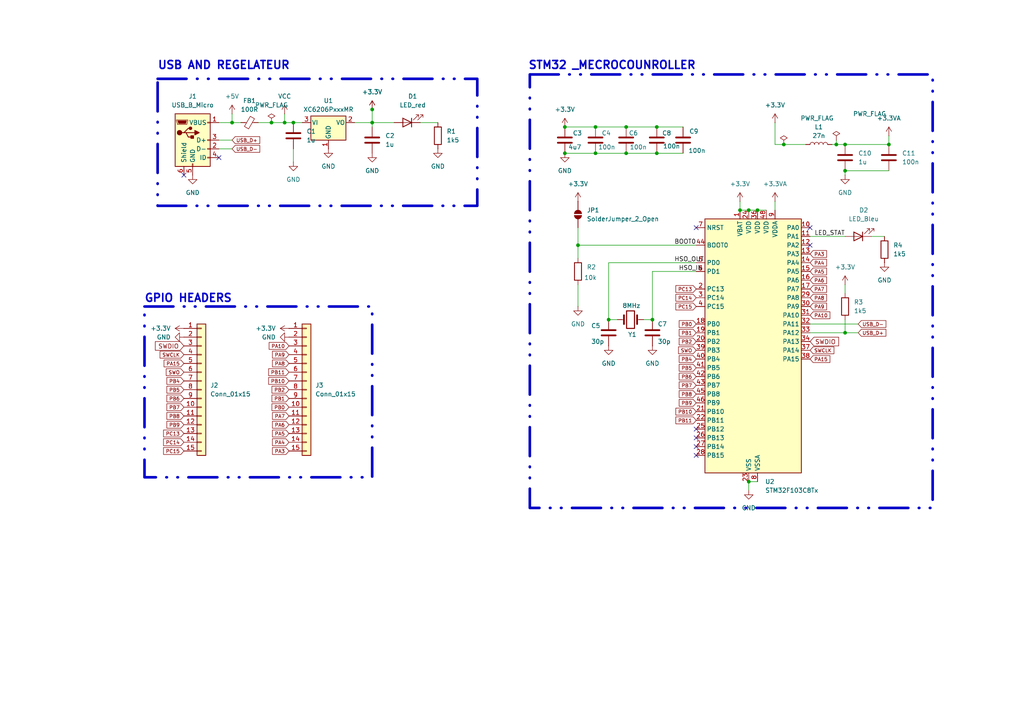
<source format=kicad_sch>
(kicad_sch
	(version 20231120)
	(generator "eeschema")
	(generator_version "8.0")
	(uuid "efd05ca6-5ce2-4a82-bddc-bd04dbc99cd3")
	(paper "A4")
	(lib_symbols
		(symbol "Connector:USB_B_Micro"
			(pin_names
				(offset 1.016)
			)
			(exclude_from_sim no)
			(in_bom yes)
			(on_board yes)
			(property "Reference" "J"
				(at -5.08 11.43 0)
				(effects
					(font
						(size 1.27 1.27)
					)
					(justify left)
				)
			)
			(property "Value" "USB_B_Micro"
				(at -5.08 8.89 0)
				(effects
					(font
						(size 1.27 1.27)
					)
					(justify left)
				)
			)
			(property "Footprint" ""
				(at 3.81 -1.27 0)
				(effects
					(font
						(size 1.27 1.27)
					)
					(hide yes)
				)
			)
			(property "Datasheet" "~"
				(at 3.81 -1.27 0)
				(effects
					(font
						(size 1.27 1.27)
					)
					(hide yes)
				)
			)
			(property "Description" "USB Micro Type B connector"
				(at 0 0 0)
				(effects
					(font
						(size 1.27 1.27)
					)
					(hide yes)
				)
			)
			(property "ki_keywords" "connector USB micro"
				(at 0 0 0)
				(effects
					(font
						(size 1.27 1.27)
					)
					(hide yes)
				)
			)
			(property "ki_fp_filters" "USB*"
				(at 0 0 0)
				(effects
					(font
						(size 1.27 1.27)
					)
					(hide yes)
				)
			)
			(symbol "USB_B_Micro_0_1"
				(rectangle
					(start -5.08 -7.62)
					(end 5.08 7.62)
					(stroke
						(width 0.254)
						(type default)
					)
					(fill
						(type background)
					)
				)
				(circle
					(center -3.81 2.159)
					(radius 0.635)
					(stroke
						(width 0.254)
						(type default)
					)
					(fill
						(type outline)
					)
				)
				(circle
					(center -0.635 3.429)
					(radius 0.381)
					(stroke
						(width 0.254)
						(type default)
					)
					(fill
						(type outline)
					)
				)
				(rectangle
					(start -0.127 -7.62)
					(end 0.127 -6.858)
					(stroke
						(width 0)
						(type default)
					)
					(fill
						(type none)
					)
				)
				(polyline
					(pts
						(xy -1.905 2.159) (xy 0.635 2.159)
					)
					(stroke
						(width 0.254)
						(type default)
					)
					(fill
						(type none)
					)
				)
				(polyline
					(pts
						(xy -3.175 2.159) (xy -2.54 2.159) (xy -1.27 3.429) (xy -0.635 3.429)
					)
					(stroke
						(width 0.254)
						(type default)
					)
					(fill
						(type none)
					)
				)
				(polyline
					(pts
						(xy -2.54 2.159) (xy -1.905 2.159) (xy -1.27 0.889) (xy 0 0.889)
					)
					(stroke
						(width 0.254)
						(type default)
					)
					(fill
						(type none)
					)
				)
				(polyline
					(pts
						(xy 0.635 2.794) (xy 0.635 1.524) (xy 1.905 2.159) (xy 0.635 2.794)
					)
					(stroke
						(width 0.254)
						(type default)
					)
					(fill
						(type outline)
					)
				)
				(polyline
					(pts
						(xy -4.318 5.588) (xy -1.778 5.588) (xy -2.032 4.826) (xy -4.064 4.826) (xy -4.318 5.588)
					)
					(stroke
						(width 0)
						(type default)
					)
					(fill
						(type outline)
					)
				)
				(polyline
					(pts
						(xy -4.699 5.842) (xy -4.699 5.588) (xy -4.445 4.826) (xy -4.445 4.572) (xy -1.651 4.572) (xy -1.651 4.826)
						(xy -1.397 5.588) (xy -1.397 5.842) (xy -4.699 5.842)
					)
					(stroke
						(width 0)
						(type default)
					)
					(fill
						(type none)
					)
				)
				(rectangle
					(start 0.254 1.27)
					(end -0.508 0.508)
					(stroke
						(width 0.254)
						(type default)
					)
					(fill
						(type outline)
					)
				)
				(rectangle
					(start 5.08 -5.207)
					(end 4.318 -4.953)
					(stroke
						(width 0)
						(type default)
					)
					(fill
						(type none)
					)
				)
				(rectangle
					(start 5.08 -2.667)
					(end 4.318 -2.413)
					(stroke
						(width 0)
						(type default)
					)
					(fill
						(type none)
					)
				)
				(rectangle
					(start 5.08 -0.127)
					(end 4.318 0.127)
					(stroke
						(width 0)
						(type default)
					)
					(fill
						(type none)
					)
				)
				(rectangle
					(start 5.08 4.953)
					(end 4.318 5.207)
					(stroke
						(width 0)
						(type default)
					)
					(fill
						(type none)
					)
				)
			)
			(symbol "USB_B_Micro_1_1"
				(pin power_out line
					(at 7.62 5.08 180)
					(length 2.54)
					(name "VBUS"
						(effects
							(font
								(size 1.27 1.27)
							)
						)
					)
					(number "1"
						(effects
							(font
								(size 1.27 1.27)
							)
						)
					)
				)
				(pin bidirectional line
					(at 7.62 -2.54 180)
					(length 2.54)
					(name "D-"
						(effects
							(font
								(size 1.27 1.27)
							)
						)
					)
					(number "2"
						(effects
							(font
								(size 1.27 1.27)
							)
						)
					)
				)
				(pin bidirectional line
					(at 7.62 0 180)
					(length 2.54)
					(name "D+"
						(effects
							(font
								(size 1.27 1.27)
							)
						)
					)
					(number "3"
						(effects
							(font
								(size 1.27 1.27)
							)
						)
					)
				)
				(pin passive line
					(at 7.62 -5.08 180)
					(length 2.54)
					(name "ID"
						(effects
							(font
								(size 1.27 1.27)
							)
						)
					)
					(number "4"
						(effects
							(font
								(size 1.27 1.27)
							)
						)
					)
				)
				(pin power_out line
					(at 0 -10.16 90)
					(length 2.54)
					(name "GND"
						(effects
							(font
								(size 1.27 1.27)
							)
						)
					)
					(number "5"
						(effects
							(font
								(size 1.27 1.27)
							)
						)
					)
				)
				(pin passive line
					(at -2.54 -10.16 90)
					(length 2.54)
					(name "Shield"
						(effects
							(font
								(size 1.27 1.27)
							)
						)
					)
					(number "6"
						(effects
							(font
								(size 1.27 1.27)
							)
						)
					)
				)
			)
		)
		(symbol "Connector_Generic:Conn_01x15"
			(pin_names
				(offset 1.016) hide)
			(exclude_from_sim no)
			(in_bom yes)
			(on_board yes)
			(property "Reference" "J"
				(at 0 20.32 0)
				(effects
					(font
						(size 1.27 1.27)
					)
				)
			)
			(property "Value" "Conn_01x15"
				(at 0 -20.32 0)
				(effects
					(font
						(size 1.27 1.27)
					)
				)
			)
			(property "Footprint" ""
				(at 0 0 0)
				(effects
					(font
						(size 1.27 1.27)
					)
					(hide yes)
				)
			)
			(property "Datasheet" "~"
				(at 0 0 0)
				(effects
					(font
						(size 1.27 1.27)
					)
					(hide yes)
				)
			)
			(property "Description" "Generic connector, single row, 01x15, script generated (kicad-library-utils/schlib/autogen/connector/)"
				(at 0 0 0)
				(effects
					(font
						(size 1.27 1.27)
					)
					(hide yes)
				)
			)
			(property "ki_keywords" "connector"
				(at 0 0 0)
				(effects
					(font
						(size 1.27 1.27)
					)
					(hide yes)
				)
			)
			(property "ki_fp_filters" "Connector*:*_1x??_*"
				(at 0 0 0)
				(effects
					(font
						(size 1.27 1.27)
					)
					(hide yes)
				)
			)
			(symbol "Conn_01x15_1_1"
				(rectangle
					(start -1.27 -17.653)
					(end 0 -17.907)
					(stroke
						(width 0.1524)
						(type default)
					)
					(fill
						(type none)
					)
				)
				(rectangle
					(start -1.27 -15.113)
					(end 0 -15.367)
					(stroke
						(width 0.1524)
						(type default)
					)
					(fill
						(type none)
					)
				)
				(rectangle
					(start -1.27 -12.573)
					(end 0 -12.827)
					(stroke
						(width 0.1524)
						(type default)
					)
					(fill
						(type none)
					)
				)
				(rectangle
					(start -1.27 -10.033)
					(end 0 -10.287)
					(stroke
						(width 0.1524)
						(type default)
					)
					(fill
						(type none)
					)
				)
				(rectangle
					(start -1.27 -7.493)
					(end 0 -7.747)
					(stroke
						(width 0.1524)
						(type default)
					)
					(fill
						(type none)
					)
				)
				(rectangle
					(start -1.27 -4.953)
					(end 0 -5.207)
					(stroke
						(width 0.1524)
						(type default)
					)
					(fill
						(type none)
					)
				)
				(rectangle
					(start -1.27 -2.413)
					(end 0 -2.667)
					(stroke
						(width 0.1524)
						(type default)
					)
					(fill
						(type none)
					)
				)
				(rectangle
					(start -1.27 0.127)
					(end 0 -0.127)
					(stroke
						(width 0.1524)
						(type default)
					)
					(fill
						(type none)
					)
				)
				(rectangle
					(start -1.27 2.667)
					(end 0 2.413)
					(stroke
						(width 0.1524)
						(type default)
					)
					(fill
						(type none)
					)
				)
				(rectangle
					(start -1.27 5.207)
					(end 0 4.953)
					(stroke
						(width 0.1524)
						(type default)
					)
					(fill
						(type none)
					)
				)
				(rectangle
					(start -1.27 7.747)
					(end 0 7.493)
					(stroke
						(width 0.1524)
						(type default)
					)
					(fill
						(type none)
					)
				)
				(rectangle
					(start -1.27 10.287)
					(end 0 10.033)
					(stroke
						(width 0.1524)
						(type default)
					)
					(fill
						(type none)
					)
				)
				(rectangle
					(start -1.27 12.827)
					(end 0 12.573)
					(stroke
						(width 0.1524)
						(type default)
					)
					(fill
						(type none)
					)
				)
				(rectangle
					(start -1.27 15.367)
					(end 0 15.113)
					(stroke
						(width 0.1524)
						(type default)
					)
					(fill
						(type none)
					)
				)
				(rectangle
					(start -1.27 17.907)
					(end 0 17.653)
					(stroke
						(width 0.1524)
						(type default)
					)
					(fill
						(type none)
					)
				)
				(rectangle
					(start -1.27 19.05)
					(end 1.27 -19.05)
					(stroke
						(width 0.254)
						(type default)
					)
					(fill
						(type background)
					)
				)
				(pin passive line
					(at -5.08 17.78 0)
					(length 3.81)
					(name "Pin_1"
						(effects
							(font
								(size 1.27 1.27)
							)
						)
					)
					(number "1"
						(effects
							(font
								(size 1.27 1.27)
							)
						)
					)
				)
				(pin passive line
					(at -5.08 -5.08 0)
					(length 3.81)
					(name "Pin_10"
						(effects
							(font
								(size 1.27 1.27)
							)
						)
					)
					(number "10"
						(effects
							(font
								(size 1.27 1.27)
							)
						)
					)
				)
				(pin passive line
					(at -5.08 -7.62 0)
					(length 3.81)
					(name "Pin_11"
						(effects
							(font
								(size 1.27 1.27)
							)
						)
					)
					(number "11"
						(effects
							(font
								(size 1.27 1.27)
							)
						)
					)
				)
				(pin passive line
					(at -5.08 -10.16 0)
					(length 3.81)
					(name "Pin_12"
						(effects
							(font
								(size 1.27 1.27)
							)
						)
					)
					(number "12"
						(effects
							(font
								(size 1.27 1.27)
							)
						)
					)
				)
				(pin passive line
					(at -5.08 -12.7 0)
					(length 3.81)
					(name "Pin_13"
						(effects
							(font
								(size 1.27 1.27)
							)
						)
					)
					(number "13"
						(effects
							(font
								(size 1.27 1.27)
							)
						)
					)
				)
				(pin passive line
					(at -5.08 -15.24 0)
					(length 3.81)
					(name "Pin_14"
						(effects
							(font
								(size 1.27 1.27)
							)
						)
					)
					(number "14"
						(effects
							(font
								(size 1.27 1.27)
							)
						)
					)
				)
				(pin passive line
					(at -5.08 -17.78 0)
					(length 3.81)
					(name "Pin_15"
						(effects
							(font
								(size 1.27 1.27)
							)
						)
					)
					(number "15"
						(effects
							(font
								(size 1.27 1.27)
							)
						)
					)
				)
				(pin passive line
					(at -5.08 15.24 0)
					(length 3.81)
					(name "Pin_2"
						(effects
							(font
								(size 1.27 1.27)
							)
						)
					)
					(number "2"
						(effects
							(font
								(size 1.27 1.27)
							)
						)
					)
				)
				(pin passive line
					(at -5.08 12.7 0)
					(length 3.81)
					(name "Pin_3"
						(effects
							(font
								(size 1.27 1.27)
							)
						)
					)
					(number "3"
						(effects
							(font
								(size 1.27 1.27)
							)
						)
					)
				)
				(pin passive line
					(at -5.08 10.16 0)
					(length 3.81)
					(name "Pin_4"
						(effects
							(font
								(size 1.27 1.27)
							)
						)
					)
					(number "4"
						(effects
							(font
								(size 1.27 1.27)
							)
						)
					)
				)
				(pin passive line
					(at -5.08 7.62 0)
					(length 3.81)
					(name "Pin_5"
						(effects
							(font
								(size 1.27 1.27)
							)
						)
					)
					(number "5"
						(effects
							(font
								(size 1.27 1.27)
							)
						)
					)
				)
				(pin passive line
					(at -5.08 5.08 0)
					(length 3.81)
					(name "Pin_6"
						(effects
							(font
								(size 1.27 1.27)
							)
						)
					)
					(number "6"
						(effects
							(font
								(size 1.27 1.27)
							)
						)
					)
				)
				(pin passive line
					(at -5.08 2.54 0)
					(length 3.81)
					(name "Pin_7"
						(effects
							(font
								(size 1.27 1.27)
							)
						)
					)
					(number "7"
						(effects
							(font
								(size 1.27 1.27)
							)
						)
					)
				)
				(pin passive line
					(at -5.08 0 0)
					(length 3.81)
					(name "Pin_8"
						(effects
							(font
								(size 1.27 1.27)
							)
						)
					)
					(number "8"
						(effects
							(font
								(size 1.27 1.27)
							)
						)
					)
				)
				(pin passive line
					(at -5.08 -2.54 0)
					(length 3.81)
					(name "Pin_9"
						(effects
							(font
								(size 1.27 1.27)
							)
						)
					)
					(number "9"
						(effects
							(font
								(size 1.27 1.27)
							)
						)
					)
				)
			)
		)
		(symbol "Device:C"
			(pin_numbers hide)
			(pin_names
				(offset 0.254)
			)
			(exclude_from_sim no)
			(in_bom yes)
			(on_board yes)
			(property "Reference" "C"
				(at 0.635 2.54 0)
				(effects
					(font
						(size 1.27 1.27)
					)
					(justify left)
				)
			)
			(property "Value" "C"
				(at 0.635 -2.54 0)
				(effects
					(font
						(size 1.27 1.27)
					)
					(justify left)
				)
			)
			(property "Footprint" ""
				(at 0.9652 -3.81 0)
				(effects
					(font
						(size 1.27 1.27)
					)
					(hide yes)
				)
			)
			(property "Datasheet" "~"
				(at 0 0 0)
				(effects
					(font
						(size 1.27 1.27)
					)
					(hide yes)
				)
			)
			(property "Description" "Unpolarized capacitor"
				(at 0 0 0)
				(effects
					(font
						(size 1.27 1.27)
					)
					(hide yes)
				)
			)
			(property "ki_keywords" "cap capacitor"
				(at 0 0 0)
				(effects
					(font
						(size 1.27 1.27)
					)
					(hide yes)
				)
			)
			(property "ki_fp_filters" "C_*"
				(at 0 0 0)
				(effects
					(font
						(size 1.27 1.27)
					)
					(hide yes)
				)
			)
			(symbol "C_0_1"
				(polyline
					(pts
						(xy -2.032 -0.762) (xy 2.032 -0.762)
					)
					(stroke
						(width 0.508)
						(type default)
					)
					(fill
						(type none)
					)
				)
				(polyline
					(pts
						(xy -2.032 0.762) (xy 2.032 0.762)
					)
					(stroke
						(width 0.508)
						(type default)
					)
					(fill
						(type none)
					)
				)
			)
			(symbol "C_1_1"
				(pin passive line
					(at 0 3.81 270)
					(length 2.794)
					(name "~"
						(effects
							(font
								(size 1.27 1.27)
							)
						)
					)
					(number "1"
						(effects
							(font
								(size 1.27 1.27)
							)
						)
					)
				)
				(pin passive line
					(at 0 -3.81 90)
					(length 2.794)
					(name "~"
						(effects
							(font
								(size 1.27 1.27)
							)
						)
					)
					(number "2"
						(effects
							(font
								(size 1.27 1.27)
							)
						)
					)
				)
			)
		)
		(symbol "Device:Crystal"
			(pin_numbers hide)
			(pin_names
				(offset 1.016) hide)
			(exclude_from_sim no)
			(in_bom yes)
			(on_board yes)
			(property "Reference" "Y"
				(at 0 3.81 0)
				(effects
					(font
						(size 1.27 1.27)
					)
				)
			)
			(property "Value" "Crystal"
				(at 0 -3.81 0)
				(effects
					(font
						(size 1.27 1.27)
					)
				)
			)
			(property "Footprint" ""
				(at 0 0 0)
				(effects
					(font
						(size 1.27 1.27)
					)
					(hide yes)
				)
			)
			(property "Datasheet" "~"
				(at 0 0 0)
				(effects
					(font
						(size 1.27 1.27)
					)
					(hide yes)
				)
			)
			(property "Description" "Two pin crystal"
				(at 0 0 0)
				(effects
					(font
						(size 1.27 1.27)
					)
					(hide yes)
				)
			)
			(property "ki_keywords" "quartz ceramic resonator oscillator"
				(at 0 0 0)
				(effects
					(font
						(size 1.27 1.27)
					)
					(hide yes)
				)
			)
			(property "ki_fp_filters" "Crystal*"
				(at 0 0 0)
				(effects
					(font
						(size 1.27 1.27)
					)
					(hide yes)
				)
			)
			(symbol "Crystal_0_1"
				(rectangle
					(start -1.143 2.54)
					(end 1.143 -2.54)
					(stroke
						(width 0.3048)
						(type default)
					)
					(fill
						(type none)
					)
				)
				(polyline
					(pts
						(xy -2.54 0) (xy -1.905 0)
					)
					(stroke
						(width 0)
						(type default)
					)
					(fill
						(type none)
					)
				)
				(polyline
					(pts
						(xy -1.905 -1.27) (xy -1.905 1.27)
					)
					(stroke
						(width 0.508)
						(type default)
					)
					(fill
						(type none)
					)
				)
				(polyline
					(pts
						(xy 1.905 -1.27) (xy 1.905 1.27)
					)
					(stroke
						(width 0.508)
						(type default)
					)
					(fill
						(type none)
					)
				)
				(polyline
					(pts
						(xy 2.54 0) (xy 1.905 0)
					)
					(stroke
						(width 0)
						(type default)
					)
					(fill
						(type none)
					)
				)
			)
			(symbol "Crystal_1_1"
				(pin passive line
					(at -3.81 0 0)
					(length 1.27)
					(name "1"
						(effects
							(font
								(size 1.27 1.27)
							)
						)
					)
					(number "1"
						(effects
							(font
								(size 1.27 1.27)
							)
						)
					)
				)
				(pin passive line
					(at 3.81 0 180)
					(length 1.27)
					(name "2"
						(effects
							(font
								(size 1.27 1.27)
							)
						)
					)
					(number "2"
						(effects
							(font
								(size 1.27 1.27)
							)
						)
					)
				)
			)
		)
		(symbol "Device:FerriteBead_Small"
			(pin_numbers hide)
			(pin_names
				(offset 0)
			)
			(exclude_from_sim no)
			(in_bom yes)
			(on_board yes)
			(property "Reference" "FB"
				(at 1.905 1.27 0)
				(effects
					(font
						(size 1.27 1.27)
					)
					(justify left)
				)
			)
			(property "Value" "FerriteBead_Small"
				(at 1.905 -1.27 0)
				(effects
					(font
						(size 1.27 1.27)
					)
					(justify left)
				)
			)
			(property "Footprint" ""
				(at -1.778 0 90)
				(effects
					(font
						(size 1.27 1.27)
					)
					(hide yes)
				)
			)
			(property "Datasheet" "~"
				(at 0 0 0)
				(effects
					(font
						(size 1.27 1.27)
					)
					(hide yes)
				)
			)
			(property "Description" "Ferrite bead, small symbol"
				(at 0 0 0)
				(effects
					(font
						(size 1.27 1.27)
					)
					(hide yes)
				)
			)
			(property "ki_keywords" "L ferrite bead inductor filter"
				(at 0 0 0)
				(effects
					(font
						(size 1.27 1.27)
					)
					(hide yes)
				)
			)
			(property "ki_fp_filters" "Inductor_* L_* *Ferrite*"
				(at 0 0 0)
				(effects
					(font
						(size 1.27 1.27)
					)
					(hide yes)
				)
			)
			(symbol "FerriteBead_Small_0_1"
				(polyline
					(pts
						(xy 0 -1.27) (xy 0 -0.7874)
					)
					(stroke
						(width 0)
						(type default)
					)
					(fill
						(type none)
					)
				)
				(polyline
					(pts
						(xy 0 0.889) (xy 0 1.2954)
					)
					(stroke
						(width 0)
						(type default)
					)
					(fill
						(type none)
					)
				)
				(polyline
					(pts
						(xy -1.8288 0.2794) (xy -1.1176 1.4986) (xy 1.8288 -0.2032) (xy 1.1176 -1.4224) (xy -1.8288 0.2794)
					)
					(stroke
						(width 0)
						(type default)
					)
					(fill
						(type none)
					)
				)
			)
			(symbol "FerriteBead_Small_1_1"
				(pin passive line
					(at 0 2.54 270)
					(length 1.27)
					(name "~"
						(effects
							(font
								(size 1.27 1.27)
							)
						)
					)
					(number "1"
						(effects
							(font
								(size 1.27 1.27)
							)
						)
					)
				)
				(pin passive line
					(at 0 -2.54 90)
					(length 1.27)
					(name "~"
						(effects
							(font
								(size 1.27 1.27)
							)
						)
					)
					(number "2"
						(effects
							(font
								(size 1.27 1.27)
							)
						)
					)
				)
			)
		)
		(symbol "Device:L"
			(pin_numbers hide)
			(pin_names
				(offset 1.016) hide)
			(exclude_from_sim no)
			(in_bom yes)
			(on_board yes)
			(property "Reference" "L"
				(at -1.27 0 90)
				(effects
					(font
						(size 1.27 1.27)
					)
				)
			)
			(property "Value" "L"
				(at 1.905 0 90)
				(effects
					(font
						(size 1.27 1.27)
					)
				)
			)
			(property "Footprint" ""
				(at 0 0 0)
				(effects
					(font
						(size 1.27 1.27)
					)
					(hide yes)
				)
			)
			(property "Datasheet" "~"
				(at 0 0 0)
				(effects
					(font
						(size 1.27 1.27)
					)
					(hide yes)
				)
			)
			(property "Description" "Inductor"
				(at 0 0 0)
				(effects
					(font
						(size 1.27 1.27)
					)
					(hide yes)
				)
			)
			(property "ki_keywords" "inductor choke coil reactor magnetic"
				(at 0 0 0)
				(effects
					(font
						(size 1.27 1.27)
					)
					(hide yes)
				)
			)
			(property "ki_fp_filters" "Choke_* *Coil* Inductor_* L_*"
				(at 0 0 0)
				(effects
					(font
						(size 1.27 1.27)
					)
					(hide yes)
				)
			)
			(symbol "L_0_1"
				(arc
					(start 0 -2.54)
					(mid 0.6323 -1.905)
					(end 0 -1.27)
					(stroke
						(width 0)
						(type default)
					)
					(fill
						(type none)
					)
				)
				(arc
					(start 0 -1.27)
					(mid 0.6323 -0.635)
					(end 0 0)
					(stroke
						(width 0)
						(type default)
					)
					(fill
						(type none)
					)
				)
				(arc
					(start 0 0)
					(mid 0.6323 0.635)
					(end 0 1.27)
					(stroke
						(width 0)
						(type default)
					)
					(fill
						(type none)
					)
				)
				(arc
					(start 0 1.27)
					(mid 0.6323 1.905)
					(end 0 2.54)
					(stroke
						(width 0)
						(type default)
					)
					(fill
						(type none)
					)
				)
			)
			(symbol "L_1_1"
				(pin passive line
					(at 0 3.81 270)
					(length 1.27)
					(name "1"
						(effects
							(font
								(size 1.27 1.27)
							)
						)
					)
					(number "1"
						(effects
							(font
								(size 1.27 1.27)
							)
						)
					)
				)
				(pin passive line
					(at 0 -3.81 90)
					(length 1.27)
					(name "2"
						(effects
							(font
								(size 1.27 1.27)
							)
						)
					)
					(number "2"
						(effects
							(font
								(size 1.27 1.27)
							)
						)
					)
				)
			)
		)
		(symbol "Device:LED"
			(pin_numbers hide)
			(pin_names
				(offset 1.016) hide)
			(exclude_from_sim no)
			(in_bom yes)
			(on_board yes)
			(property "Reference" "D"
				(at 0 2.54 0)
				(effects
					(font
						(size 1.27 1.27)
					)
				)
			)
			(property "Value" "LED"
				(at 0 -2.54 0)
				(effects
					(font
						(size 1.27 1.27)
					)
				)
			)
			(property "Footprint" ""
				(at 0 0 0)
				(effects
					(font
						(size 1.27 1.27)
					)
					(hide yes)
				)
			)
			(property "Datasheet" "~"
				(at 0 0 0)
				(effects
					(font
						(size 1.27 1.27)
					)
					(hide yes)
				)
			)
			(property "Description" "Light emitting diode"
				(at 0 0 0)
				(effects
					(font
						(size 1.27 1.27)
					)
					(hide yes)
				)
			)
			(property "ki_keywords" "LED diode"
				(at 0 0 0)
				(effects
					(font
						(size 1.27 1.27)
					)
					(hide yes)
				)
			)
			(property "ki_fp_filters" "LED* LED_SMD:* LED_THT:*"
				(at 0 0 0)
				(effects
					(font
						(size 1.27 1.27)
					)
					(hide yes)
				)
			)
			(symbol "LED_0_1"
				(polyline
					(pts
						(xy -1.27 -1.27) (xy -1.27 1.27)
					)
					(stroke
						(width 0.254)
						(type default)
					)
					(fill
						(type none)
					)
				)
				(polyline
					(pts
						(xy -1.27 0) (xy 1.27 0)
					)
					(stroke
						(width 0)
						(type default)
					)
					(fill
						(type none)
					)
				)
				(polyline
					(pts
						(xy 1.27 -1.27) (xy 1.27 1.27) (xy -1.27 0) (xy 1.27 -1.27)
					)
					(stroke
						(width 0.254)
						(type default)
					)
					(fill
						(type none)
					)
				)
				(polyline
					(pts
						(xy -3.048 -0.762) (xy -4.572 -2.286) (xy -3.81 -2.286) (xy -4.572 -2.286) (xy -4.572 -1.524)
					)
					(stroke
						(width 0)
						(type default)
					)
					(fill
						(type none)
					)
				)
				(polyline
					(pts
						(xy -1.778 -0.762) (xy -3.302 -2.286) (xy -2.54 -2.286) (xy -3.302 -2.286) (xy -3.302 -1.524)
					)
					(stroke
						(width 0)
						(type default)
					)
					(fill
						(type none)
					)
				)
			)
			(symbol "LED_1_1"
				(pin passive line
					(at -3.81 0 0)
					(length 2.54)
					(name "K"
						(effects
							(font
								(size 1.27 1.27)
							)
						)
					)
					(number "1"
						(effects
							(font
								(size 1.27 1.27)
							)
						)
					)
				)
				(pin passive line
					(at 3.81 0 180)
					(length 2.54)
					(name "A"
						(effects
							(font
								(size 1.27 1.27)
							)
						)
					)
					(number "2"
						(effects
							(font
								(size 1.27 1.27)
							)
						)
					)
				)
			)
		)
		(symbol "Device:R"
			(pin_numbers hide)
			(pin_names
				(offset 0)
			)
			(exclude_from_sim no)
			(in_bom yes)
			(on_board yes)
			(property "Reference" "R"
				(at 2.032 0 90)
				(effects
					(font
						(size 1.27 1.27)
					)
				)
			)
			(property "Value" "R"
				(at 0 0 90)
				(effects
					(font
						(size 1.27 1.27)
					)
				)
			)
			(property "Footprint" ""
				(at -1.778 0 90)
				(effects
					(font
						(size 1.27 1.27)
					)
					(hide yes)
				)
			)
			(property "Datasheet" "~"
				(at 0 0 0)
				(effects
					(font
						(size 1.27 1.27)
					)
					(hide yes)
				)
			)
			(property "Description" "Resistor"
				(at 0 0 0)
				(effects
					(font
						(size 1.27 1.27)
					)
					(hide yes)
				)
			)
			(property "ki_keywords" "R res resistor"
				(at 0 0 0)
				(effects
					(font
						(size 1.27 1.27)
					)
					(hide yes)
				)
			)
			(property "ki_fp_filters" "R_*"
				(at 0 0 0)
				(effects
					(font
						(size 1.27 1.27)
					)
					(hide yes)
				)
			)
			(symbol "R_0_1"
				(rectangle
					(start -1.016 -2.54)
					(end 1.016 2.54)
					(stroke
						(width 0.254)
						(type default)
					)
					(fill
						(type none)
					)
				)
			)
			(symbol "R_1_1"
				(pin passive line
					(at 0 3.81 270)
					(length 1.27)
					(name "~"
						(effects
							(font
								(size 1.27 1.27)
							)
						)
					)
					(number "1"
						(effects
							(font
								(size 1.27 1.27)
							)
						)
					)
				)
				(pin passive line
					(at 0 -3.81 90)
					(length 1.27)
					(name "~"
						(effects
							(font
								(size 1.27 1.27)
							)
						)
					)
					(number "2"
						(effects
							(font
								(size 1.27 1.27)
							)
						)
					)
				)
			)
		)
		(symbol "Jumper:SolderJumper_2_Open"
			(pin_numbers hide)
			(pin_names
				(offset 0) hide)
			(exclude_from_sim yes)
			(in_bom no)
			(on_board yes)
			(property "Reference" "JP"
				(at 0 2.032 0)
				(effects
					(font
						(size 1.27 1.27)
					)
				)
			)
			(property "Value" "SolderJumper_2_Open"
				(at 0 -2.54 0)
				(effects
					(font
						(size 1.27 1.27)
					)
				)
			)
			(property "Footprint" ""
				(at 0 0 0)
				(effects
					(font
						(size 1.27 1.27)
					)
					(hide yes)
				)
			)
			(property "Datasheet" "~"
				(at 0 0 0)
				(effects
					(font
						(size 1.27 1.27)
					)
					(hide yes)
				)
			)
			(property "Description" "Solder Jumper, 2-pole, open"
				(at 0 0 0)
				(effects
					(font
						(size 1.27 1.27)
					)
					(hide yes)
				)
			)
			(property "ki_keywords" "solder jumper SPST"
				(at 0 0 0)
				(effects
					(font
						(size 1.27 1.27)
					)
					(hide yes)
				)
			)
			(property "ki_fp_filters" "SolderJumper*Open*"
				(at 0 0 0)
				(effects
					(font
						(size 1.27 1.27)
					)
					(hide yes)
				)
			)
			(symbol "SolderJumper_2_Open_0_1"
				(arc
					(start -0.254 1.016)
					(mid -1.2656 0)
					(end -0.254 -1.016)
					(stroke
						(width 0)
						(type default)
					)
					(fill
						(type none)
					)
				)
				(arc
					(start -0.254 1.016)
					(mid -1.2656 0)
					(end -0.254 -1.016)
					(stroke
						(width 0)
						(type default)
					)
					(fill
						(type outline)
					)
				)
				(polyline
					(pts
						(xy -0.254 1.016) (xy -0.254 -1.016)
					)
					(stroke
						(width 0)
						(type default)
					)
					(fill
						(type none)
					)
				)
				(polyline
					(pts
						(xy 0.254 1.016) (xy 0.254 -1.016)
					)
					(stroke
						(width 0)
						(type default)
					)
					(fill
						(type none)
					)
				)
				(arc
					(start 0.254 -1.016)
					(mid 1.2656 0)
					(end 0.254 1.016)
					(stroke
						(width 0)
						(type default)
					)
					(fill
						(type none)
					)
				)
				(arc
					(start 0.254 -1.016)
					(mid 1.2656 0)
					(end 0.254 1.016)
					(stroke
						(width 0)
						(type default)
					)
					(fill
						(type outline)
					)
				)
			)
			(symbol "SolderJumper_2_Open_1_1"
				(pin passive line
					(at -3.81 0 0)
					(length 2.54)
					(name "A"
						(effects
							(font
								(size 1.27 1.27)
							)
						)
					)
					(number "1"
						(effects
							(font
								(size 1.27 1.27)
							)
						)
					)
				)
				(pin passive line
					(at 3.81 0 180)
					(length 2.54)
					(name "B"
						(effects
							(font
								(size 1.27 1.27)
							)
						)
					)
					(number "2"
						(effects
							(font
								(size 1.27 1.27)
							)
						)
					)
				)
			)
		)
		(symbol "MCU_ST_STM32F1:STM32F103C8Tx"
			(exclude_from_sim no)
			(in_bom yes)
			(on_board yes)
			(property "Reference" "U"
				(at -12.7 39.37 0)
				(effects
					(font
						(size 1.27 1.27)
					)
					(justify left)
				)
			)
			(property "Value" "STM32F103C8Tx"
				(at 10.16 39.37 0)
				(effects
					(font
						(size 1.27 1.27)
					)
					(justify left)
				)
			)
			(property "Footprint" "Package_QFP:LQFP-48_7x7mm_P0.5mm"
				(at -12.7 -35.56 0)
				(effects
					(font
						(size 1.27 1.27)
					)
					(justify right)
					(hide yes)
				)
			)
			(property "Datasheet" "https://www.st.com/resource/en/datasheet/stm32f103c8.pdf"
				(at 0 0 0)
				(effects
					(font
						(size 1.27 1.27)
					)
					(hide yes)
				)
			)
			(property "Description" "STMicroelectronics Arm Cortex-M3 MCU, 64KB flash, 20KB RAM, 72 MHz, 2.0-3.6V, 37 GPIO, LQFP48"
				(at 0 0 0)
				(effects
					(font
						(size 1.27 1.27)
					)
					(hide yes)
				)
			)
			(property "ki_locked" ""
				(at 0 0 0)
				(effects
					(font
						(size 1.27 1.27)
					)
				)
			)
			(property "ki_keywords" "Arm Cortex-M3 STM32F1 STM32F103"
				(at 0 0 0)
				(effects
					(font
						(size 1.27 1.27)
					)
					(hide yes)
				)
			)
			(property "ki_fp_filters" "LQFP*7x7mm*P0.5mm*"
				(at 0 0 0)
				(effects
					(font
						(size 1.27 1.27)
					)
					(hide yes)
				)
			)
			(symbol "STM32F103C8Tx_0_1"
				(rectangle
					(start -12.7 -35.56)
					(end 15.24 38.1)
					(stroke
						(width 0.254)
						(type default)
					)
					(fill
						(type background)
					)
				)
			)
			(symbol "STM32F103C8Tx_1_1"
				(pin power_in line
					(at -2.54 40.64 270)
					(length 2.54)
					(name "VBAT"
						(effects
							(font
								(size 1.27 1.27)
							)
						)
					)
					(number "1"
						(effects
							(font
								(size 1.27 1.27)
							)
						)
					)
				)
				(pin bidirectional line
					(at 17.78 35.56 180)
					(length 2.54)
					(name "PA0"
						(effects
							(font
								(size 1.27 1.27)
							)
						)
					)
					(number "10"
						(effects
							(font
								(size 1.27 1.27)
							)
						)
					)
					(alternate "ADC1_IN0" bidirectional line)
					(alternate "ADC2_IN0" bidirectional line)
					(alternate "SYS_WKUP" bidirectional line)
					(alternate "TIM2_CH1" bidirectional line)
					(alternate "TIM2_ETR" bidirectional line)
					(alternate "USART2_CTS" bidirectional line)
				)
				(pin bidirectional line
					(at 17.78 33.02 180)
					(length 2.54)
					(name "PA1"
						(effects
							(font
								(size 1.27 1.27)
							)
						)
					)
					(number "11"
						(effects
							(font
								(size 1.27 1.27)
							)
						)
					)
					(alternate "ADC1_IN1" bidirectional line)
					(alternate "ADC2_IN1" bidirectional line)
					(alternate "TIM2_CH2" bidirectional line)
					(alternate "USART2_RTS" bidirectional line)
				)
				(pin bidirectional line
					(at 17.78 30.48 180)
					(length 2.54)
					(name "PA2"
						(effects
							(font
								(size 1.27 1.27)
							)
						)
					)
					(number "12"
						(effects
							(font
								(size 1.27 1.27)
							)
						)
					)
					(alternate "ADC1_IN2" bidirectional line)
					(alternate "ADC2_IN2" bidirectional line)
					(alternate "TIM2_CH3" bidirectional line)
					(alternate "USART2_TX" bidirectional line)
				)
				(pin bidirectional line
					(at 17.78 27.94 180)
					(length 2.54)
					(name "PA3"
						(effects
							(font
								(size 1.27 1.27)
							)
						)
					)
					(number "13"
						(effects
							(font
								(size 1.27 1.27)
							)
						)
					)
					(alternate "ADC1_IN3" bidirectional line)
					(alternate "ADC2_IN3" bidirectional line)
					(alternate "TIM2_CH4" bidirectional line)
					(alternate "USART2_RX" bidirectional line)
				)
				(pin bidirectional line
					(at 17.78 25.4 180)
					(length 2.54)
					(name "PA4"
						(effects
							(font
								(size 1.27 1.27)
							)
						)
					)
					(number "14"
						(effects
							(font
								(size 1.27 1.27)
							)
						)
					)
					(alternate "ADC1_IN4" bidirectional line)
					(alternate "ADC2_IN4" bidirectional line)
					(alternate "SPI1_NSS" bidirectional line)
					(alternate "USART2_CK" bidirectional line)
				)
				(pin bidirectional line
					(at 17.78 22.86 180)
					(length 2.54)
					(name "PA5"
						(effects
							(font
								(size 1.27 1.27)
							)
						)
					)
					(number "15"
						(effects
							(font
								(size 1.27 1.27)
							)
						)
					)
					(alternate "ADC1_IN5" bidirectional line)
					(alternate "ADC2_IN5" bidirectional line)
					(alternate "SPI1_SCK" bidirectional line)
				)
				(pin bidirectional line
					(at 17.78 20.32 180)
					(length 2.54)
					(name "PA6"
						(effects
							(font
								(size 1.27 1.27)
							)
						)
					)
					(number "16"
						(effects
							(font
								(size 1.27 1.27)
							)
						)
					)
					(alternate "ADC1_IN6" bidirectional line)
					(alternate "ADC2_IN6" bidirectional line)
					(alternate "SPI1_MISO" bidirectional line)
					(alternate "TIM1_BKIN" bidirectional line)
					(alternate "TIM3_CH1" bidirectional line)
				)
				(pin bidirectional line
					(at 17.78 17.78 180)
					(length 2.54)
					(name "PA7"
						(effects
							(font
								(size 1.27 1.27)
							)
						)
					)
					(number "17"
						(effects
							(font
								(size 1.27 1.27)
							)
						)
					)
					(alternate "ADC1_IN7" bidirectional line)
					(alternate "ADC2_IN7" bidirectional line)
					(alternate "SPI1_MOSI" bidirectional line)
					(alternate "TIM1_CH1N" bidirectional line)
					(alternate "TIM3_CH2" bidirectional line)
				)
				(pin bidirectional line
					(at -15.24 7.62 0)
					(length 2.54)
					(name "PB0"
						(effects
							(font
								(size 1.27 1.27)
							)
						)
					)
					(number "18"
						(effects
							(font
								(size 1.27 1.27)
							)
						)
					)
					(alternate "ADC1_IN8" bidirectional line)
					(alternate "ADC2_IN8" bidirectional line)
					(alternate "TIM1_CH2N" bidirectional line)
					(alternate "TIM3_CH3" bidirectional line)
				)
				(pin bidirectional line
					(at -15.24 5.08 0)
					(length 2.54)
					(name "PB1"
						(effects
							(font
								(size 1.27 1.27)
							)
						)
					)
					(number "19"
						(effects
							(font
								(size 1.27 1.27)
							)
						)
					)
					(alternate "ADC1_IN9" bidirectional line)
					(alternate "ADC2_IN9" bidirectional line)
					(alternate "TIM1_CH3N" bidirectional line)
					(alternate "TIM3_CH4" bidirectional line)
				)
				(pin bidirectional line
					(at -15.24 17.78 0)
					(length 2.54)
					(name "PC13"
						(effects
							(font
								(size 1.27 1.27)
							)
						)
					)
					(number "2"
						(effects
							(font
								(size 1.27 1.27)
							)
						)
					)
					(alternate "RTC_OUT" bidirectional line)
					(alternate "RTC_TAMPER" bidirectional line)
				)
				(pin bidirectional line
					(at -15.24 2.54 0)
					(length 2.54)
					(name "PB2"
						(effects
							(font
								(size 1.27 1.27)
							)
						)
					)
					(number "20"
						(effects
							(font
								(size 1.27 1.27)
							)
						)
					)
				)
				(pin bidirectional line
					(at -15.24 -17.78 0)
					(length 2.54)
					(name "PB10"
						(effects
							(font
								(size 1.27 1.27)
							)
						)
					)
					(number "21"
						(effects
							(font
								(size 1.27 1.27)
							)
						)
					)
					(alternate "I2C2_SCL" bidirectional line)
					(alternate "TIM2_CH3" bidirectional line)
					(alternate "USART3_TX" bidirectional line)
				)
				(pin bidirectional line
					(at -15.24 -20.32 0)
					(length 2.54)
					(name "PB11"
						(effects
							(font
								(size 1.27 1.27)
							)
						)
					)
					(number "22"
						(effects
							(font
								(size 1.27 1.27)
							)
						)
					)
					(alternate "ADC1_EXTI11" bidirectional line)
					(alternate "ADC2_EXTI11" bidirectional line)
					(alternate "I2C2_SDA" bidirectional line)
					(alternate "TIM2_CH4" bidirectional line)
					(alternate "USART3_RX" bidirectional line)
				)
				(pin power_in line
					(at 0 -38.1 90)
					(length 2.54)
					(name "VSS"
						(effects
							(font
								(size 1.27 1.27)
							)
						)
					)
					(number "23"
						(effects
							(font
								(size 1.27 1.27)
							)
						)
					)
				)
				(pin power_in line
					(at 0 40.64 270)
					(length 2.54)
					(name "VDD"
						(effects
							(font
								(size 1.27 1.27)
							)
						)
					)
					(number "24"
						(effects
							(font
								(size 1.27 1.27)
							)
						)
					)
				)
				(pin bidirectional line
					(at -15.24 -22.86 0)
					(length 2.54)
					(name "PB12"
						(effects
							(font
								(size 1.27 1.27)
							)
						)
					)
					(number "25"
						(effects
							(font
								(size 1.27 1.27)
							)
						)
					)
					(alternate "I2C2_SMBA" bidirectional line)
					(alternate "SPI2_NSS" bidirectional line)
					(alternate "TIM1_BKIN" bidirectional line)
					(alternate "USART3_CK" bidirectional line)
				)
				(pin bidirectional line
					(at -15.24 -25.4 0)
					(length 2.54)
					(name "PB13"
						(effects
							(font
								(size 1.27 1.27)
							)
						)
					)
					(number "26"
						(effects
							(font
								(size 1.27 1.27)
							)
						)
					)
					(alternate "SPI2_SCK" bidirectional line)
					(alternate "TIM1_CH1N" bidirectional line)
					(alternate "USART3_CTS" bidirectional line)
				)
				(pin bidirectional line
					(at -15.24 -27.94 0)
					(length 2.54)
					(name "PB14"
						(effects
							(font
								(size 1.27 1.27)
							)
						)
					)
					(number "27"
						(effects
							(font
								(size 1.27 1.27)
							)
						)
					)
					(alternate "SPI2_MISO" bidirectional line)
					(alternate "TIM1_CH2N" bidirectional line)
					(alternate "USART3_RTS" bidirectional line)
				)
				(pin bidirectional line
					(at -15.24 -30.48 0)
					(length 2.54)
					(name "PB15"
						(effects
							(font
								(size 1.27 1.27)
							)
						)
					)
					(number "28"
						(effects
							(font
								(size 1.27 1.27)
							)
						)
					)
					(alternate "ADC1_EXTI15" bidirectional line)
					(alternate "ADC2_EXTI15" bidirectional line)
					(alternate "SPI2_MOSI" bidirectional line)
					(alternate "TIM1_CH3N" bidirectional line)
				)
				(pin bidirectional line
					(at 17.78 15.24 180)
					(length 2.54)
					(name "PA8"
						(effects
							(font
								(size 1.27 1.27)
							)
						)
					)
					(number "29"
						(effects
							(font
								(size 1.27 1.27)
							)
						)
					)
					(alternate "RCC_MCO" bidirectional line)
					(alternate "TIM1_CH1" bidirectional line)
					(alternate "USART1_CK" bidirectional line)
				)
				(pin bidirectional line
					(at -15.24 15.24 0)
					(length 2.54)
					(name "PC14"
						(effects
							(font
								(size 1.27 1.27)
							)
						)
					)
					(number "3"
						(effects
							(font
								(size 1.27 1.27)
							)
						)
					)
					(alternate "RCC_OSC32_IN" bidirectional line)
				)
				(pin bidirectional line
					(at 17.78 12.7 180)
					(length 2.54)
					(name "PA9"
						(effects
							(font
								(size 1.27 1.27)
							)
						)
					)
					(number "30"
						(effects
							(font
								(size 1.27 1.27)
							)
						)
					)
					(alternate "TIM1_CH2" bidirectional line)
					(alternate "USART1_TX" bidirectional line)
				)
				(pin bidirectional line
					(at 17.78 10.16 180)
					(length 2.54)
					(name "PA10"
						(effects
							(font
								(size 1.27 1.27)
							)
						)
					)
					(number "31"
						(effects
							(font
								(size 1.27 1.27)
							)
						)
					)
					(alternate "TIM1_CH3" bidirectional line)
					(alternate "USART1_RX" bidirectional line)
				)
				(pin bidirectional line
					(at 17.78 7.62 180)
					(length 2.54)
					(name "PA11"
						(effects
							(font
								(size 1.27 1.27)
							)
						)
					)
					(number "32"
						(effects
							(font
								(size 1.27 1.27)
							)
						)
					)
					(alternate "ADC1_EXTI11" bidirectional line)
					(alternate "ADC2_EXTI11" bidirectional line)
					(alternate "CAN_RX" bidirectional line)
					(alternate "TIM1_CH4" bidirectional line)
					(alternate "USART1_CTS" bidirectional line)
					(alternate "USB_DM" bidirectional line)
				)
				(pin bidirectional line
					(at 17.78 5.08 180)
					(length 2.54)
					(name "PA12"
						(effects
							(font
								(size 1.27 1.27)
							)
						)
					)
					(number "33"
						(effects
							(font
								(size 1.27 1.27)
							)
						)
					)
					(alternate "CAN_TX" bidirectional line)
					(alternate "TIM1_ETR" bidirectional line)
					(alternate "USART1_RTS" bidirectional line)
					(alternate "USB_DP" bidirectional line)
				)
				(pin bidirectional line
					(at 17.78 2.54 180)
					(length 2.54)
					(name "PA13"
						(effects
							(font
								(size 1.27 1.27)
							)
						)
					)
					(number "34"
						(effects
							(font
								(size 1.27 1.27)
							)
						)
					)
					(alternate "SYS_JTMS-SWDIO" bidirectional line)
				)
				(pin passive line
					(at 0 -38.1 90)
					(length 2.54) hide
					(name "VSS"
						(effects
							(font
								(size 1.27 1.27)
							)
						)
					)
					(number "35"
						(effects
							(font
								(size 1.27 1.27)
							)
						)
					)
				)
				(pin power_in line
					(at 2.54 40.64 270)
					(length 2.54)
					(name "VDD"
						(effects
							(font
								(size 1.27 1.27)
							)
						)
					)
					(number "36"
						(effects
							(font
								(size 1.27 1.27)
							)
						)
					)
				)
				(pin bidirectional line
					(at 17.78 0 180)
					(length 2.54)
					(name "PA14"
						(effects
							(font
								(size 1.27 1.27)
							)
						)
					)
					(number "37"
						(effects
							(font
								(size 1.27 1.27)
							)
						)
					)
					(alternate "SYS_JTCK-SWCLK" bidirectional line)
				)
				(pin bidirectional line
					(at 17.78 -2.54 180)
					(length 2.54)
					(name "PA15"
						(effects
							(font
								(size 1.27 1.27)
							)
						)
					)
					(number "38"
						(effects
							(font
								(size 1.27 1.27)
							)
						)
					)
					(alternate "ADC1_EXTI15" bidirectional line)
					(alternate "ADC2_EXTI15" bidirectional line)
					(alternate "SPI1_NSS" bidirectional line)
					(alternate "SYS_JTDI" bidirectional line)
					(alternate "TIM2_CH1" bidirectional line)
					(alternate "TIM2_ETR" bidirectional line)
				)
				(pin bidirectional line
					(at -15.24 0 0)
					(length 2.54)
					(name "PB3"
						(effects
							(font
								(size 1.27 1.27)
							)
						)
					)
					(number "39"
						(effects
							(font
								(size 1.27 1.27)
							)
						)
					)
					(alternate "SPI1_SCK" bidirectional line)
					(alternate "SYS_JTDO-TRACESWO" bidirectional line)
					(alternate "TIM2_CH2" bidirectional line)
				)
				(pin bidirectional line
					(at -15.24 12.7 0)
					(length 2.54)
					(name "PC15"
						(effects
							(font
								(size 1.27 1.27)
							)
						)
					)
					(number "4"
						(effects
							(font
								(size 1.27 1.27)
							)
						)
					)
					(alternate "ADC1_EXTI15" bidirectional line)
					(alternate "ADC2_EXTI15" bidirectional line)
					(alternate "RCC_OSC32_OUT" bidirectional line)
				)
				(pin bidirectional line
					(at -15.24 -2.54 0)
					(length 2.54)
					(name "PB4"
						(effects
							(font
								(size 1.27 1.27)
							)
						)
					)
					(number "40"
						(effects
							(font
								(size 1.27 1.27)
							)
						)
					)
					(alternate "SPI1_MISO" bidirectional line)
					(alternate "SYS_NJTRST" bidirectional line)
					(alternate "TIM3_CH1" bidirectional line)
				)
				(pin bidirectional line
					(at -15.24 -5.08 0)
					(length 2.54)
					(name "PB5"
						(effects
							(font
								(size 1.27 1.27)
							)
						)
					)
					(number "41"
						(effects
							(font
								(size 1.27 1.27)
							)
						)
					)
					(alternate "I2C1_SMBA" bidirectional line)
					(alternate "SPI1_MOSI" bidirectional line)
					(alternate "TIM3_CH2" bidirectional line)
				)
				(pin bidirectional line
					(at -15.24 -7.62 0)
					(length 2.54)
					(name "PB6"
						(effects
							(font
								(size 1.27 1.27)
							)
						)
					)
					(number "42"
						(effects
							(font
								(size 1.27 1.27)
							)
						)
					)
					(alternate "I2C1_SCL" bidirectional line)
					(alternate "TIM4_CH1" bidirectional line)
					(alternate "USART1_TX" bidirectional line)
				)
				(pin bidirectional line
					(at -15.24 -10.16 0)
					(length 2.54)
					(name "PB7"
						(effects
							(font
								(size 1.27 1.27)
							)
						)
					)
					(number "43"
						(effects
							(font
								(size 1.27 1.27)
							)
						)
					)
					(alternate "I2C1_SDA" bidirectional line)
					(alternate "TIM4_CH2" bidirectional line)
					(alternate "USART1_RX" bidirectional line)
				)
				(pin input line
					(at -15.24 30.48 0)
					(length 2.54)
					(name "BOOT0"
						(effects
							(font
								(size 1.27 1.27)
							)
						)
					)
					(number "44"
						(effects
							(font
								(size 1.27 1.27)
							)
						)
					)
				)
				(pin bidirectional line
					(at -15.24 -12.7 0)
					(length 2.54)
					(name "PB8"
						(effects
							(font
								(size 1.27 1.27)
							)
						)
					)
					(number "45"
						(effects
							(font
								(size 1.27 1.27)
							)
						)
					)
					(alternate "CAN_RX" bidirectional line)
					(alternate "I2C1_SCL" bidirectional line)
					(alternate "TIM4_CH3" bidirectional line)
				)
				(pin bidirectional line
					(at -15.24 -15.24 0)
					(length 2.54)
					(name "PB9"
						(effects
							(font
								(size 1.27 1.27)
							)
						)
					)
					(number "46"
						(effects
							(font
								(size 1.27 1.27)
							)
						)
					)
					(alternate "CAN_TX" bidirectional line)
					(alternate "I2C1_SDA" bidirectional line)
					(alternate "TIM4_CH4" bidirectional line)
				)
				(pin passive line
					(at 0 -38.1 90)
					(length 2.54) hide
					(name "VSS"
						(effects
							(font
								(size 1.27 1.27)
							)
						)
					)
					(number "47"
						(effects
							(font
								(size 1.27 1.27)
							)
						)
					)
				)
				(pin power_in line
					(at 5.08 40.64 270)
					(length 2.54)
					(name "VDD"
						(effects
							(font
								(size 1.27 1.27)
							)
						)
					)
					(number "48"
						(effects
							(font
								(size 1.27 1.27)
							)
						)
					)
				)
				(pin bidirectional line
					(at -15.24 25.4 0)
					(length 2.54)
					(name "PD0"
						(effects
							(font
								(size 1.27 1.27)
							)
						)
					)
					(number "5"
						(effects
							(font
								(size 1.27 1.27)
							)
						)
					)
					(alternate "RCC_OSC_IN" bidirectional line)
				)
				(pin bidirectional line
					(at -15.24 22.86 0)
					(length 2.54)
					(name "PD1"
						(effects
							(font
								(size 1.27 1.27)
							)
						)
					)
					(number "6"
						(effects
							(font
								(size 1.27 1.27)
							)
						)
					)
					(alternate "RCC_OSC_OUT" bidirectional line)
				)
				(pin input line
					(at -15.24 35.56 0)
					(length 2.54)
					(name "NRST"
						(effects
							(font
								(size 1.27 1.27)
							)
						)
					)
					(number "7"
						(effects
							(font
								(size 1.27 1.27)
							)
						)
					)
				)
				(pin power_in line
					(at 2.54 -38.1 90)
					(length 2.54)
					(name "VSSA"
						(effects
							(font
								(size 1.27 1.27)
							)
						)
					)
					(number "8"
						(effects
							(font
								(size 1.27 1.27)
							)
						)
					)
				)
				(pin power_in line
					(at 7.62 40.64 270)
					(length 2.54)
					(name "VDDA"
						(effects
							(font
								(size 1.27 1.27)
							)
						)
					)
					(number "9"
						(effects
							(font
								(size 1.27 1.27)
							)
						)
					)
				)
			)
		)
		(symbol "Regulator_Linear:XC6206PxxxMR"
			(pin_names
				(offset 0.254)
			)
			(exclude_from_sim no)
			(in_bom yes)
			(on_board yes)
			(property "Reference" "U"
				(at -3.81 3.175 0)
				(effects
					(font
						(size 1.27 1.27)
					)
				)
			)
			(property "Value" "XC6206PxxxMR"
				(at 0 3.175 0)
				(effects
					(font
						(size 1.27 1.27)
					)
					(justify left)
				)
			)
			(property "Footprint" "Package_TO_SOT_SMD:SOT-23-3"
				(at 0 5.715 0)
				(effects
					(font
						(size 1.27 1.27)
						(italic yes)
					)
					(hide yes)
				)
			)
			(property "Datasheet" "https://www.torexsemi.com/file/xc6206/XC6206.pdf"
				(at 0 0 0)
				(effects
					(font
						(size 1.27 1.27)
					)
					(hide yes)
				)
			)
			(property "Description" "Positive 60-250mA Low Dropout Regulator, Fixed Output, SOT-23"
				(at 0 0 0)
				(effects
					(font
						(size 1.27 1.27)
					)
					(hide yes)
				)
			)
			(property "ki_keywords" "Torex LDO Voltage Regulator Fixed Positive"
				(at 0 0 0)
				(effects
					(font
						(size 1.27 1.27)
					)
					(hide yes)
				)
			)
			(property "ki_fp_filters" "SOT?23?3*"
				(at 0 0 0)
				(effects
					(font
						(size 1.27 1.27)
					)
					(hide yes)
				)
			)
			(symbol "XC6206PxxxMR_0_1"
				(rectangle
					(start -5.08 1.905)
					(end 5.08 -5.08)
					(stroke
						(width 0.254)
						(type default)
					)
					(fill
						(type background)
					)
				)
			)
			(symbol "XC6206PxxxMR_1_1"
				(pin power_in line
					(at 0 -7.62 90)
					(length 2.54)
					(name "GND"
						(effects
							(font
								(size 1.27 1.27)
							)
						)
					)
					(number "1"
						(effects
							(font
								(size 1.27 1.27)
							)
						)
					)
				)
				(pin power_out line
					(at 7.62 0 180)
					(length 2.54)
					(name "VO"
						(effects
							(font
								(size 1.27 1.27)
							)
						)
					)
					(number "2"
						(effects
							(font
								(size 1.27 1.27)
							)
						)
					)
				)
				(pin power_in line
					(at -7.62 0 0)
					(length 2.54)
					(name "VI"
						(effects
							(font
								(size 1.27 1.27)
							)
						)
					)
					(number "3"
						(effects
							(font
								(size 1.27 1.27)
							)
						)
					)
				)
			)
		)
		(symbol "power:+3.3V"
			(power)
			(pin_numbers hide)
			(pin_names
				(offset 0) hide)
			(exclude_from_sim no)
			(in_bom yes)
			(on_board yes)
			(property "Reference" "#PWR"
				(at 0 -3.81 0)
				(effects
					(font
						(size 1.27 1.27)
					)
					(hide yes)
				)
			)
			(property "Value" "+3.3V"
				(at 0 3.556 0)
				(effects
					(font
						(size 1.27 1.27)
					)
				)
			)
			(property "Footprint" ""
				(at 0 0 0)
				(effects
					(font
						(size 1.27 1.27)
					)
					(hide yes)
				)
			)
			(property "Datasheet" ""
				(at 0 0 0)
				(effects
					(font
						(size 1.27 1.27)
					)
					(hide yes)
				)
			)
			(property "Description" "Power symbol creates a global label with name \"+3.3V\""
				(at 0 0 0)
				(effects
					(font
						(size 1.27 1.27)
					)
					(hide yes)
				)
			)
			(property "ki_keywords" "global power"
				(at 0 0 0)
				(effects
					(font
						(size 1.27 1.27)
					)
					(hide yes)
				)
			)
			(symbol "+3.3V_0_1"
				(polyline
					(pts
						(xy -0.762 1.27) (xy 0 2.54)
					)
					(stroke
						(width 0)
						(type default)
					)
					(fill
						(type none)
					)
				)
				(polyline
					(pts
						(xy 0 0) (xy 0 2.54)
					)
					(stroke
						(width 0)
						(type default)
					)
					(fill
						(type none)
					)
				)
				(polyline
					(pts
						(xy 0 2.54) (xy 0.762 1.27)
					)
					(stroke
						(width 0)
						(type default)
					)
					(fill
						(type none)
					)
				)
			)
			(symbol "+3.3V_1_1"
				(pin power_in line
					(at 0 0 90)
					(length 0)
					(name "~"
						(effects
							(font
								(size 1.27 1.27)
							)
						)
					)
					(number "1"
						(effects
							(font
								(size 1.27 1.27)
							)
						)
					)
				)
			)
		)
		(symbol "power:+3.3VA"
			(power)
			(pin_numbers hide)
			(pin_names
				(offset 0) hide)
			(exclude_from_sim no)
			(in_bom yes)
			(on_board yes)
			(property "Reference" "#PWR"
				(at 0 -3.81 0)
				(effects
					(font
						(size 1.27 1.27)
					)
					(hide yes)
				)
			)
			(property "Value" "+3.3VA"
				(at 0 3.556 0)
				(effects
					(font
						(size 1.27 1.27)
					)
				)
			)
			(property "Footprint" ""
				(at 0 0 0)
				(effects
					(font
						(size 1.27 1.27)
					)
					(hide yes)
				)
			)
			(property "Datasheet" ""
				(at 0 0 0)
				(effects
					(font
						(size 1.27 1.27)
					)
					(hide yes)
				)
			)
			(property "Description" "Power symbol creates a global label with name \"+3.3VA\""
				(at 0 0 0)
				(effects
					(font
						(size 1.27 1.27)
					)
					(hide yes)
				)
			)
			(property "ki_keywords" "global power"
				(at 0 0 0)
				(effects
					(font
						(size 1.27 1.27)
					)
					(hide yes)
				)
			)
			(symbol "+3.3VA_0_1"
				(polyline
					(pts
						(xy -0.762 1.27) (xy 0 2.54)
					)
					(stroke
						(width 0)
						(type default)
					)
					(fill
						(type none)
					)
				)
				(polyline
					(pts
						(xy 0 0) (xy 0 2.54)
					)
					(stroke
						(width 0)
						(type default)
					)
					(fill
						(type none)
					)
				)
				(polyline
					(pts
						(xy 0 2.54) (xy 0.762 1.27)
					)
					(stroke
						(width 0)
						(type default)
					)
					(fill
						(type none)
					)
				)
			)
			(symbol "+3.3VA_1_1"
				(pin power_in line
					(at 0 0 90)
					(length 0)
					(name "~"
						(effects
							(font
								(size 1.27 1.27)
							)
						)
					)
					(number "1"
						(effects
							(font
								(size 1.27 1.27)
							)
						)
					)
				)
			)
		)
		(symbol "power:+5V"
			(power)
			(pin_numbers hide)
			(pin_names
				(offset 0) hide)
			(exclude_from_sim no)
			(in_bom yes)
			(on_board yes)
			(property "Reference" "#PWR"
				(at 0 -3.81 0)
				(effects
					(font
						(size 1.27 1.27)
					)
					(hide yes)
				)
			)
			(property "Value" "+5V"
				(at 0 3.556 0)
				(effects
					(font
						(size 1.27 1.27)
					)
				)
			)
			(property "Footprint" ""
				(at 0 0 0)
				(effects
					(font
						(size 1.27 1.27)
					)
					(hide yes)
				)
			)
			(property "Datasheet" ""
				(at 0 0 0)
				(effects
					(font
						(size 1.27 1.27)
					)
					(hide yes)
				)
			)
			(property "Description" "Power symbol creates a global label with name \"+5V\""
				(at 0 0 0)
				(effects
					(font
						(size 1.27 1.27)
					)
					(hide yes)
				)
			)
			(property "ki_keywords" "global power"
				(at 0 0 0)
				(effects
					(font
						(size 1.27 1.27)
					)
					(hide yes)
				)
			)
			(symbol "+5V_0_1"
				(polyline
					(pts
						(xy -0.762 1.27) (xy 0 2.54)
					)
					(stroke
						(width 0)
						(type default)
					)
					(fill
						(type none)
					)
				)
				(polyline
					(pts
						(xy 0 0) (xy 0 2.54)
					)
					(stroke
						(width 0)
						(type default)
					)
					(fill
						(type none)
					)
				)
				(polyline
					(pts
						(xy 0 2.54) (xy 0.762 1.27)
					)
					(stroke
						(width 0)
						(type default)
					)
					(fill
						(type none)
					)
				)
			)
			(symbol "+5V_1_1"
				(pin power_in line
					(at 0 0 90)
					(length 0)
					(name "~"
						(effects
							(font
								(size 1.27 1.27)
							)
						)
					)
					(number "1"
						(effects
							(font
								(size 1.27 1.27)
							)
						)
					)
				)
			)
		)
		(symbol "power:GND"
			(power)
			(pin_numbers hide)
			(pin_names
				(offset 0) hide)
			(exclude_from_sim no)
			(in_bom yes)
			(on_board yes)
			(property "Reference" "#PWR"
				(at 0 -6.35 0)
				(effects
					(font
						(size 1.27 1.27)
					)
					(hide yes)
				)
			)
			(property "Value" "GND"
				(at 0 -3.81 0)
				(effects
					(font
						(size 1.27 1.27)
					)
				)
			)
			(property "Footprint" ""
				(at 0 0 0)
				(effects
					(font
						(size 1.27 1.27)
					)
					(hide yes)
				)
			)
			(property "Datasheet" ""
				(at 0 0 0)
				(effects
					(font
						(size 1.27 1.27)
					)
					(hide yes)
				)
			)
			(property "Description" "Power symbol creates a global label with name \"GND\" , ground"
				(at 0 0 0)
				(effects
					(font
						(size 1.27 1.27)
					)
					(hide yes)
				)
			)
			(property "ki_keywords" "global power"
				(at 0 0 0)
				(effects
					(font
						(size 1.27 1.27)
					)
					(hide yes)
				)
			)
			(symbol "GND_0_1"
				(polyline
					(pts
						(xy 0 0) (xy 0 -1.27) (xy 1.27 -1.27) (xy 0 -2.54) (xy -1.27 -1.27) (xy 0 -1.27)
					)
					(stroke
						(width 0)
						(type default)
					)
					(fill
						(type none)
					)
				)
			)
			(symbol "GND_1_1"
				(pin power_in line
					(at 0 0 270)
					(length 0)
					(name "~"
						(effects
							(font
								(size 1.27 1.27)
							)
						)
					)
					(number "1"
						(effects
							(font
								(size 1.27 1.27)
							)
						)
					)
				)
			)
		)
		(symbol "power:PWR_FLAG"
			(power)
			(pin_numbers hide)
			(pin_names
				(offset 0) hide)
			(exclude_from_sim no)
			(in_bom yes)
			(on_board yes)
			(property "Reference" "#FLG"
				(at 0 1.905 0)
				(effects
					(font
						(size 1.27 1.27)
					)
					(hide yes)
				)
			)
			(property "Value" "PWR_FLAG"
				(at 0 3.81 0)
				(effects
					(font
						(size 1.27 1.27)
					)
				)
			)
			(property "Footprint" ""
				(at 0 0 0)
				(effects
					(font
						(size 1.27 1.27)
					)
					(hide yes)
				)
			)
			(property "Datasheet" "~"
				(at 0 0 0)
				(effects
					(font
						(size 1.27 1.27)
					)
					(hide yes)
				)
			)
			(property "Description" "Special symbol for telling ERC where power comes from"
				(at 0 0 0)
				(effects
					(font
						(size 1.27 1.27)
					)
					(hide yes)
				)
			)
			(property "ki_keywords" "flag power"
				(at 0 0 0)
				(effects
					(font
						(size 1.27 1.27)
					)
					(hide yes)
				)
			)
			(symbol "PWR_FLAG_0_0"
				(pin power_out line
					(at 0 0 90)
					(length 0)
					(name "~"
						(effects
							(font
								(size 1.27 1.27)
							)
						)
					)
					(number "1"
						(effects
							(font
								(size 1.27 1.27)
							)
						)
					)
				)
			)
			(symbol "PWR_FLAG_0_1"
				(polyline
					(pts
						(xy 0 0) (xy 0 1.27) (xy -1.016 1.905) (xy 0 2.54) (xy 1.016 1.905) (xy 0 1.27)
					)
					(stroke
						(width 0)
						(type default)
					)
					(fill
						(type none)
					)
				)
			)
		)
		(symbol "power:VCC"
			(power)
			(pin_numbers hide)
			(pin_names
				(offset 0) hide)
			(exclude_from_sim no)
			(in_bom yes)
			(on_board yes)
			(property "Reference" "#PWR"
				(at 0 -3.81 0)
				(effects
					(font
						(size 1.27 1.27)
					)
					(hide yes)
				)
			)
			(property "Value" "VCC"
				(at 0 3.556 0)
				(effects
					(font
						(size 1.27 1.27)
					)
				)
			)
			(property "Footprint" ""
				(at 0 0 0)
				(effects
					(font
						(size 1.27 1.27)
					)
					(hide yes)
				)
			)
			(property "Datasheet" ""
				(at 0 0 0)
				(effects
					(font
						(size 1.27 1.27)
					)
					(hide yes)
				)
			)
			(property "Description" "Power symbol creates a global label with name \"VCC\""
				(at 0 0 0)
				(effects
					(font
						(size 1.27 1.27)
					)
					(hide yes)
				)
			)
			(property "ki_keywords" "global power"
				(at 0 0 0)
				(effects
					(font
						(size 1.27 1.27)
					)
					(hide yes)
				)
			)
			(symbol "VCC_0_1"
				(polyline
					(pts
						(xy -0.762 1.27) (xy 0 2.54)
					)
					(stroke
						(width 0)
						(type default)
					)
					(fill
						(type none)
					)
				)
				(polyline
					(pts
						(xy 0 0) (xy 0 2.54)
					)
					(stroke
						(width 0)
						(type default)
					)
					(fill
						(type none)
					)
				)
				(polyline
					(pts
						(xy 0 2.54) (xy 0.762 1.27)
					)
					(stroke
						(width 0)
						(type default)
					)
					(fill
						(type none)
					)
				)
			)
			(symbol "VCC_1_1"
				(pin power_in line
					(at 0 0 90)
					(length 0)
					(name "~"
						(effects
							(font
								(size 1.27 1.27)
							)
						)
					)
					(number "1"
						(effects
							(font
								(size 1.27 1.27)
							)
						)
					)
				)
			)
		)
	)
	(junction
		(at 107.95 31.75)
		(diameter 0)
		(color 0 0 0 0)
		(uuid "00bf350e-7811-438d-8241-b7af3ff68595")
	)
	(junction
		(at 172.72 44.45)
		(diameter 0)
		(color 0 0 0 0)
		(uuid "140bbaf8-051a-4430-a5f7-b0e7b26ddedb")
	)
	(junction
		(at 78.74 35.56)
		(diameter 0)
		(color 0 0 0 0)
		(uuid "1696a3bd-3791-489d-90d1-bd5617dada0a")
	)
	(junction
		(at 227.33 41.91)
		(diameter 0)
		(color 0 0 0 0)
		(uuid "1c616ac9-da60-4a01-b4df-ca7fe00c4952")
	)
	(junction
		(at 217.17 139.7)
		(diameter 0)
		(color 0 0 0 0)
		(uuid "1d90c0ce-9c01-4bed-8242-912f08902ebd")
	)
	(junction
		(at 176.53 92.71)
		(diameter 0)
		(color 0 0 0 0)
		(uuid "20635474-53d2-4cf4-9235-a0fc38cc074b")
	)
	(junction
		(at 257.81 41.91)
		(diameter 0)
		(color 0 0 0 0)
		(uuid "20eb68f0-06a9-4504-bd26-b08b35d0e635")
	)
	(junction
		(at 245.11 96.52)
		(diameter 0)
		(color 0 0 0 0)
		(uuid "2283736d-7d8b-4a0d-983a-a6d28780e31a")
	)
	(junction
		(at 245.11 49.53)
		(diameter 0)
		(color 0 0 0 0)
		(uuid "238bf5b9-d93e-4d3f-b0fa-646b4ac7ff05")
	)
	(junction
		(at 107.95 35.56)
		(diameter 0)
		(color 0 0 0 0)
		(uuid "41567d7f-966a-4b29-908d-d2db8136de9c")
	)
	(junction
		(at 190.5 36.83)
		(diameter 0)
		(color 0 0 0 0)
		(uuid "420b8522-b5bf-4333-88ae-b4db844926f0")
	)
	(junction
		(at 190.5 44.45)
		(diameter 0)
		(color 0 0 0 0)
		(uuid "544a6333-c079-46e1-bf2f-ff473b74d131")
	)
	(junction
		(at 67.31 35.56)
		(diameter 0)
		(color 0 0 0 0)
		(uuid "6a93e347-9853-428b-802b-02679ad3ee0d")
	)
	(junction
		(at 85.09 35.56)
		(diameter 0)
		(color 0 0 0 0)
		(uuid "6f136ce0-8da1-4003-ba01-0ea7f8347930")
	)
	(junction
		(at 167.64 71.12)
		(diameter 0)
		(color 0 0 0 0)
		(uuid "7bafd93d-71e1-4b68-aad1-331a614a8bc5")
	)
	(junction
		(at 82.55 35.56)
		(diameter 0)
		(color 0 0 0 0)
		(uuid "82dbb9bc-fb02-40f5-bfdc-a6ec5cbce057")
	)
	(junction
		(at 181.61 44.45)
		(diameter 0)
		(color 0 0 0 0)
		(uuid "8fa3f226-ecac-48db-98ab-592c8d84a25e")
	)
	(junction
		(at 163.83 36.83)
		(diameter 0)
		(color 0 0 0 0)
		(uuid "9cc70dee-43fe-4995-a71b-669dd0635520")
	)
	(junction
		(at 245.11 41.91)
		(diameter 0)
		(color 0 0 0 0)
		(uuid "a73e8b80-cf16-4271-9835-06d9b5b1cfd9")
	)
	(junction
		(at 172.72 36.83)
		(diameter 0)
		(color 0 0 0 0)
		(uuid "bb778560-5688-4423-bde0-9681979003de")
	)
	(junction
		(at 189.23 92.71)
		(diameter 0)
		(color 0 0 0 0)
		(uuid "be69576e-a1e8-4acf-ba2a-465664ae5d39")
	)
	(junction
		(at 242.57 41.91)
		(diameter 0)
		(color 0 0 0 0)
		(uuid "be91a0a5-b71a-4f5f-bf0c-508a3f1b00db")
	)
	(junction
		(at 217.17 60.96)
		(diameter 0)
		(color 0 0 0 0)
		(uuid "c4991f0e-ff41-449b-9359-fd9d84ea5e48")
	)
	(junction
		(at 181.61 36.83)
		(diameter 0)
		(color 0 0 0 0)
		(uuid "cb87d68e-81fd-49e0-ab4e-bb73bd0abac9")
	)
	(junction
		(at 163.83 44.45)
		(diameter 0)
		(color 0 0 0 0)
		(uuid "daa39658-9133-429c-ba46-2da70aaa776e")
	)
	(junction
		(at 214.63 60.96)
		(diameter 0)
		(color 0 0 0 0)
		(uuid "f7e48f04-a8fb-4de2-a829-81279978d392")
	)
	(junction
		(at 219.71 60.96)
		(diameter 0)
		(color 0 0 0 0)
		(uuid "fa576357-3117-490b-bc2e-5018626e7667")
	)
	(no_connect
		(at 234.95 66.04)
		(uuid "23995598-418c-4260-aa80-514520429d90")
	)
	(no_connect
		(at 201.93 66.04)
		(uuid "38867940-1148-47ca-a069-ca5e348eb864")
	)
	(no_connect
		(at 201.93 132.08)
		(uuid "3a706b34-6fc7-452c-80f8-f347bf622a9a")
	)
	(no_connect
		(at 201.93 129.54)
		(uuid "3cf31bdc-6114-4683-9e85-5f51be7ca266")
	)
	(no_connect
		(at 53.34 50.8)
		(uuid "3cff441d-7bd6-433b-8abe-256371f81705")
	)
	(no_connect
		(at 201.93 124.46)
		(uuid "5326170b-792d-47b2-b8c7-588aef5ee58c")
	)
	(no_connect
		(at 63.5 45.72)
		(uuid "9e66578c-fc2f-47ef-b493-da2804b96a5b")
	)
	(no_connect
		(at 234.95 71.12)
		(uuid "a0532fe3-eece-4516-80c2-5d89654085c1")
	)
	(no_connect
		(at 201.93 127)
		(uuid "f2238dcf-4be9-4998-b5a7-70f199b043d8")
	)
	(wire
		(pts
			(xy 201.93 76.2) (xy 176.53 76.2)
		)
		(stroke
			(width 0)
			(type default)
		)
		(uuid "0a2a92a0-81ac-41b6-9912-ee522fa5ee36")
	)
	(wire
		(pts
			(xy 82.55 33.02) (xy 82.55 35.56)
		)
		(stroke
			(width 0)
			(type default)
		)
		(uuid "0b781c3e-5516-42e7-8983-4189c28da287")
	)
	(wire
		(pts
			(xy 190.5 36.83) (xy 198.12 36.83)
		)
		(stroke
			(width 0)
			(type default)
		)
		(uuid "0d412cc7-23ba-4e97-b5ee-4cf1c2b411fd")
	)
	(wire
		(pts
			(xy 85.09 35.56) (xy 87.63 35.56)
		)
		(stroke
			(width 0)
			(type default)
		)
		(uuid "12d628fc-4e55-40d9-96c0-06f22cb32efc")
	)
	(wire
		(pts
			(xy 234.95 68.58) (xy 245.11 68.58)
		)
		(stroke
			(width 0)
			(type default)
		)
		(uuid "1dd3166a-07ec-4d37-a788-b89be827b5d7")
	)
	(wire
		(pts
			(xy 190.5 44.45) (xy 198.12 44.45)
		)
		(stroke
			(width 0)
			(type default)
		)
		(uuid "1e496495-327a-4f0e-995b-da0f6dba7a21")
	)
	(wire
		(pts
			(xy 224.79 41.91) (xy 227.33 41.91)
		)
		(stroke
			(width 0)
			(type default)
		)
		(uuid "213bf464-54a4-4f3b-af65-15b921d910b0")
	)
	(wire
		(pts
			(xy 242.57 40.64) (xy 242.57 41.91)
		)
		(stroke
			(width 0)
			(type default)
		)
		(uuid "29a6f1eb-cc23-45d6-9267-b64300539d74")
	)
	(wire
		(pts
			(xy 67.31 33.02) (xy 67.31 35.56)
		)
		(stroke
			(width 0)
			(type default)
		)
		(uuid "2ab80ef3-31ff-4b62-987b-9c1a79951a71")
	)
	(wire
		(pts
			(xy 121.92 35.56) (xy 127 35.56)
		)
		(stroke
			(width 0)
			(type default)
		)
		(uuid "2dc5a966-d762-431a-bcbd-9fbd25d49070")
	)
	(wire
		(pts
			(xy 248.92 93.98) (xy 234.95 93.98)
		)
		(stroke
			(width 0)
			(type default)
		)
		(uuid "395fb065-334d-48b7-9d60-e45e66a1361e")
	)
	(wire
		(pts
			(xy 74.93 35.56) (xy 78.74 35.56)
		)
		(stroke
			(width 0)
			(type default)
		)
		(uuid "3b7250e3-dff0-467d-819c-06136fedd68f")
	)
	(wire
		(pts
			(xy 102.87 35.56) (xy 107.95 35.56)
		)
		(stroke
			(width 0)
			(type default)
		)
		(uuid "448572cb-b6b1-4e06-a2d7-fcfe20c6a95b")
	)
	(wire
		(pts
			(xy 245.11 41.91) (xy 257.81 41.91)
		)
		(stroke
			(width 0)
			(type default)
		)
		(uuid "4c4e96e9-f67f-43d7-9e14-93acc74be242")
	)
	(wire
		(pts
			(xy 167.64 74.93) (xy 167.64 71.12)
		)
		(stroke
			(width 0)
			(type default)
		)
		(uuid "51bfb4b2-d7e2-4f04-a862-cfc9feac7e61")
	)
	(wire
		(pts
			(xy 67.31 40.64) (xy 63.5 40.64)
		)
		(stroke
			(width 0)
			(type default)
		)
		(uuid "53fce47d-c11e-4a00-9708-81d98e144503")
	)
	(wire
		(pts
			(xy 219.71 60.96) (xy 222.25 60.96)
		)
		(stroke
			(width 0)
			(type default)
		)
		(uuid "5c4de7cc-e10c-4d6b-9a82-19ba010558c8")
	)
	(wire
		(pts
			(xy 181.61 36.83) (xy 190.5 36.83)
		)
		(stroke
			(width 0)
			(type default)
		)
		(uuid "693a04eb-ee26-491c-bfe3-7aeed066df02")
	)
	(wire
		(pts
			(xy 214.63 58.42) (xy 214.63 60.96)
		)
		(stroke
			(width 0)
			(type default)
		)
		(uuid "6a5481a7-e94d-467d-8683-b608c1743fde")
	)
	(wire
		(pts
			(xy 257.81 39.37) (xy 257.81 41.91)
		)
		(stroke
			(width 0)
			(type default)
		)
		(uuid "6bb61d87-6648-4333-8cf8-021f8699ad46")
	)
	(wire
		(pts
			(xy 172.72 44.45) (xy 181.61 44.45)
		)
		(stroke
			(width 0)
			(type default)
		)
		(uuid "7101967b-d27a-4afb-b745-caacb457659c")
	)
	(wire
		(pts
			(xy 85.09 46.99) (xy 85.09 43.18)
		)
		(stroke
			(width 0)
			(type default)
		)
		(uuid "75c0828e-98ab-46b6-8109-8cdbe76593cf")
	)
	(wire
		(pts
			(xy 242.57 41.91) (xy 245.11 41.91)
		)
		(stroke
			(width 0)
			(type default)
		)
		(uuid "8358e27d-9275-4e05-bcaf-9b63c448c6b1")
	)
	(wire
		(pts
			(xy 167.64 71.12) (xy 201.93 71.12)
		)
		(stroke
			(width 0)
			(type default)
		)
		(uuid "8bed903a-c0fc-470c-b5f6-bc43b16a3860")
	)
	(wire
		(pts
			(xy 163.83 36.83) (xy 172.72 36.83)
		)
		(stroke
			(width 0)
			(type default)
		)
		(uuid "8d795520-a373-470a-8209-87e7e2719d3b")
	)
	(wire
		(pts
			(xy 245.11 49.53) (xy 245.11 50.8)
		)
		(stroke
			(width 0)
			(type default)
		)
		(uuid "9b0fae67-5413-4b66-adda-03f0b08a82c2")
	)
	(wire
		(pts
			(xy 217.17 139.7) (xy 219.71 139.7)
		)
		(stroke
			(width 0)
			(type default)
		)
		(uuid "9e8a29a2-8aea-456e-8041-fde25151fd81")
	)
	(wire
		(pts
			(xy 63.5 35.56) (xy 67.31 35.56)
		)
		(stroke
			(width 0)
			(type default)
		)
		(uuid "a2b17b64-c143-49cc-8fc9-a13ca680b263")
	)
	(wire
		(pts
			(xy 176.53 76.2) (xy 176.53 92.71)
		)
		(stroke
			(width 0)
			(type default)
		)
		(uuid "ab54decc-7231-4dec-8e5e-ae17a4ef13ec")
	)
	(wire
		(pts
			(xy 167.64 82.55) (xy 167.64 88.9)
		)
		(stroke
			(width 0)
			(type default)
		)
		(uuid "adf3702a-d1ec-426e-936a-e7df3860cb6e")
	)
	(wire
		(pts
			(xy 224.79 58.42) (xy 224.79 60.96)
		)
		(stroke
			(width 0)
			(type default)
		)
		(uuid "b0ac6896-b64b-4082-b969-c76f86d98d6e")
	)
	(wire
		(pts
			(xy 252.73 68.58) (xy 256.54 68.58)
		)
		(stroke
			(width 0)
			(type default)
		)
		(uuid "b92cd338-3e70-4da3-8eb1-b9f07e302f17")
	)
	(wire
		(pts
			(xy 78.74 35.56) (xy 82.55 35.56)
		)
		(stroke
			(width 0)
			(type default)
		)
		(uuid "b97a014e-fc35-4be8-bd72-a335b416807a")
	)
	(wire
		(pts
			(xy 217.17 60.96) (xy 219.71 60.96)
		)
		(stroke
			(width 0)
			(type default)
		)
		(uuid "b9f5bd73-e1c2-4502-9862-56d3096d7c64")
	)
	(wire
		(pts
			(xy 107.95 35.56) (xy 114.3 35.56)
		)
		(stroke
			(width 0)
			(type default)
		)
		(uuid "c86fe29b-80cb-47d5-b3f8-d59763be5c99")
	)
	(wire
		(pts
			(xy 176.53 92.71) (xy 179.07 92.71)
		)
		(stroke
			(width 0)
			(type default)
		)
		(uuid "c88ee9ce-5c01-4564-ba1f-7c5786e3dddc")
	)
	(wire
		(pts
			(xy 245.11 92.71) (xy 245.11 96.52)
		)
		(stroke
			(width 0)
			(type default)
		)
		(uuid "cc4f7b5b-b9a1-46dd-80bd-49e839532f07")
	)
	(wire
		(pts
			(xy 241.3 41.91) (xy 242.57 41.91)
		)
		(stroke
			(width 0)
			(type default)
		)
		(uuid "cdda00a1-c4b2-48f1-b6ee-9f8a7eee1b85")
	)
	(wire
		(pts
			(xy 181.61 44.45) (xy 190.5 44.45)
		)
		(stroke
			(width 0)
			(type default)
		)
		(uuid "d34d8e42-b7f8-46cc-93f8-ab90d02869ee")
	)
	(wire
		(pts
			(xy 217.17 139.7) (xy 217.17 142.24)
		)
		(stroke
			(width 0)
			(type default)
		)
		(uuid "d3c7bff5-cef6-485c-9793-45632984f8a6")
	)
	(wire
		(pts
			(xy 224.79 35.56) (xy 224.79 41.91)
		)
		(stroke
			(width 0)
			(type default)
		)
		(uuid "d3e85ae9-6ecd-4d3d-91cb-3327e5a1da09")
	)
	(wire
		(pts
			(xy 107.95 31.75) (xy 107.95 35.56)
		)
		(stroke
			(width 0)
			(type default)
		)
		(uuid "d84fb7da-b015-4d76-bd4f-6cf328bf50e4")
	)
	(wire
		(pts
			(xy 245.11 96.52) (xy 234.95 96.52)
		)
		(stroke
			(width 0)
			(type default)
		)
		(uuid "daf4b2b2-88e5-49b5-a4c8-0eb6667a19c9")
	)
	(wire
		(pts
			(xy 227.33 41.91) (xy 233.68 41.91)
		)
		(stroke
			(width 0)
			(type default)
		)
		(uuid "dbe6c9ee-0b7a-4ea2-919b-5cf445e16e8f")
	)
	(wire
		(pts
			(xy 172.72 36.83) (xy 181.61 36.83)
		)
		(stroke
			(width 0)
			(type default)
		)
		(uuid "dc174c3b-5cdd-4437-91da-986aa4643d7d")
	)
	(wire
		(pts
			(xy 245.11 82.55) (xy 245.11 85.09)
		)
		(stroke
			(width 0)
			(type default)
		)
		(uuid "dc20b609-d95e-4c98-a313-f84f5da701a9")
	)
	(wire
		(pts
			(xy 107.95 36.83) (xy 107.95 35.56)
		)
		(stroke
			(width 0)
			(type default)
		)
		(uuid "dcb8beb8-d138-44af-8c40-fb2549fd3b8d")
	)
	(wire
		(pts
			(xy 248.92 96.52) (xy 245.11 96.52)
		)
		(stroke
			(width 0)
			(type default)
		)
		(uuid "df0459d1-a5aa-41a4-a72b-e4ba9f6d7786")
	)
	(wire
		(pts
			(xy 214.63 60.96) (xy 217.17 60.96)
		)
		(stroke
			(width 0)
			(type default)
		)
		(uuid "e09d5b2d-4c6e-4993-ae25-b637e42deb98")
	)
	(wire
		(pts
			(xy 163.83 44.45) (xy 172.72 44.45)
		)
		(stroke
			(width 0)
			(type default)
		)
		(uuid "e2eebcc6-c1ad-40e4-a5be-1ce7519809b9")
	)
	(wire
		(pts
			(xy 67.31 43.18) (xy 63.5 43.18)
		)
		(stroke
			(width 0)
			(type default)
		)
		(uuid "e42d41ce-7094-412a-ae9b-f3eb2507d4fc")
	)
	(wire
		(pts
			(xy 82.55 35.56) (xy 85.09 35.56)
		)
		(stroke
			(width 0)
			(type default)
		)
		(uuid "e5e2ba20-6bed-497e-951b-ec4329c483b1")
	)
	(wire
		(pts
			(xy 67.31 35.56) (xy 69.85 35.56)
		)
		(stroke
			(width 0)
			(type default)
		)
		(uuid "eb7d63e3-ec08-4b99-8dc9-97aa53efc4a3")
	)
	(wire
		(pts
			(xy 245.11 49.53) (xy 257.81 49.53)
		)
		(stroke
			(width 0)
			(type default)
		)
		(uuid "ecbe309f-0f52-4210-9239-5eaac12f8f1f")
	)
	(wire
		(pts
			(xy 189.23 78.74) (xy 201.93 78.74)
		)
		(stroke
			(width 0)
			(type default)
		)
		(uuid "ed5f0b15-cf65-4207-b377-38dc111b79ba")
	)
	(wire
		(pts
			(xy 189.23 92.71) (xy 189.23 78.74)
		)
		(stroke
			(width 0)
			(type default)
		)
		(uuid "eea0c04d-8553-405e-aabb-06d20ecccd1f")
	)
	(wire
		(pts
			(xy 186.69 92.71) (xy 189.23 92.71)
		)
		(stroke
			(width 0)
			(type default)
		)
		(uuid "f58d451f-3877-4230-b7a1-166f6b2fed36")
	)
	(wire
		(pts
			(xy 167.64 71.12) (xy 167.64 66.04)
		)
		(stroke
			(width 0)
			(type default)
		)
		(uuid "fad709fe-e217-4c65-8d40-8ab27fac02a4")
	)
	(rectangle
		(start 41.91 88.9)
		(end 107.95 138.43)
		(stroke
			(width 0.762)
			(type dash_dot_dot)
		)
		(fill
			(type none)
		)
		(uuid 46cf9927-4d90-4526-8170-cda3e51db1f2)
	)
	(rectangle
		(start 153.67 21.59)
		(end 270.51 147.32)
		(stroke
			(width 0.762)
			(type dash_dot_dot)
		)
		(fill
			(type none)
		)
		(uuid 9148a651-9379-48d1-813d-4cf0b0e6ff74)
	)
	(rectangle
		(start 45.72 22.86)
		(end 138.43 59.69)
		(stroke
			(width 0.762)
			(type dash_dot_dot)
		)
		(fill
			(type none)
		)
		(uuid e7c6c15d-7ceb-47bd-95c1-b8128e0ddde5)
	)
	(text "GPIO HEADERS"
		(exclude_from_sim no)
		(at 54.61 86.614 0)
		(effects
			(font
				(size 2.286 2.286)
				(thickness 0.4572)
				(bold yes)
			)
		)
		(uuid "0bce9c60-65e6-47b1-a585-977fe7628770")
	)
	(text "STM32 _MECROCOUNROLLER"
		(exclude_from_sim no)
		(at 177.546 19.05 0)
		(effects
			(font
				(size 2.286 2.286)
				(thickness 0.4572)
				(bold yes)
			)
		)
		(uuid "38de2b0b-d2a9-4ea0-8935-574a1f3a8580")
	)
	(text "USB AND REGELATEUR "
		(exclude_from_sim no)
		(at 65.786 19.05 0)
		(effects
			(font
				(size 2.286 2.286)
				(thickness 0.4572)
				(bold yes)
			)
		)
		(uuid "5fd7deb1-55ab-4a43-95d3-8a18ed7c0c5d")
	)
	(label "BOOT0"
		(at 195.58 71.12 0)
		(fields_autoplaced yes)
		(effects
			(font
				(size 1.27 1.27)
			)
			(justify left bottom)
		)
		(uuid "110a429e-cc25-4fb5-b31d-33f84de75fe6")
	)
	(label "HSO_OUT"
		(at 195.58 76.2 0)
		(fields_autoplaced yes)
		(effects
			(font
				(size 1.27 1.27)
			)
			(justify left bottom)
		)
		(uuid "3b440944-1785-4080-a33b-0cffa0b96dc4")
	)
	(label "HSO_IN"
		(at 196.85 78.74 0)
		(fields_autoplaced yes)
		(effects
			(font
				(size 1.27 1.27)
			)
			(justify left bottom)
		)
		(uuid "5ef499de-0f94-4e95-b832-de7d0d9aa53b")
	)
	(label "LED_STAT"
		(at 236.22 68.58 0)
		(fields_autoplaced yes)
		(effects
			(font
				(size 1.27 1.27)
			)
			(justify left bottom)
		)
		(uuid "ad33dd5b-880e-4687-8553-f048b1814c92")
	)
	(global_label "PC13"
		(shape input)
		(at 53.34 125.73 180)
		(fields_autoplaced yes)
		(effects
			(font
				(size 1.016 1.016)
			)
			(justify right)
		)
		(uuid "00a7c8c2-e3d8-4fdb-9331-cb5e09e34668")
		(property "Intersheetrefs" "${INTERSHEET_REFS}"
			(at 46.9849 125.73 0)
			(effects
				(font
					(size 1.27 1.27)
				)
				(justify right)
				(hide yes)
			)
		)
	)
	(global_label "PB11"
		(shape input)
		(at 201.93 121.92 180)
		(fields_autoplaced yes)
		(effects
			(font
				(size 1.016 1.016)
			)
			(justify right)
		)
		(uuid "01124c0f-2eca-4ead-896e-1bfac8ad4518")
		(property "Intersheetrefs" "${INTERSHEET_REFS}"
			(at 195.5749 121.92 0)
			(effects
				(font
					(size 1.27 1.27)
				)
				(justify right)
				(hide yes)
			)
		)
	)
	(global_label "PC15"
		(shape input)
		(at 53.34 130.81 180)
		(fields_autoplaced yes)
		(effects
			(font
				(size 1.016 1.016)
			)
			(justify right)
		)
		(uuid "0b4816a3-6741-4333-9442-87f3aae4d80c")
		(property "Intersheetrefs" "${INTERSHEET_REFS}"
			(at 46.9849 130.81 0)
			(effects
				(font
					(size 1.27 1.27)
				)
				(justify right)
				(hide yes)
			)
		)
	)
	(global_label "SWO"
		(shape input)
		(at 201.93 101.6 180)
		(fields_autoplaced yes)
		(effects
			(font
				(size 1.016 1.016)
			)
			(justify right)
		)
		(uuid "2050e633-9b0e-4cba-896b-10684937698f")
		(property "Intersheetrefs" "${INTERSHEET_REFS}"
			(at 196.349 101.6 0)
			(effects
				(font
					(size 1.27 1.27)
				)
				(justify right)
				(hide yes)
			)
		)
	)
	(global_label "PC14"
		(shape input)
		(at 201.93 86.36 180)
		(fields_autoplaced yes)
		(effects
			(font
				(size 1.016 1.016)
			)
			(justify right)
		)
		(uuid "22812541-f3a5-47f2-80e7-81cdd2413592")
		(property "Intersheetrefs" "${INTERSHEET_REFS}"
			(at 195.5749 86.36 0)
			(effects
				(font
					(size 1.27 1.27)
				)
				(justify right)
				(hide yes)
			)
		)
	)
	(global_label "PA3"
		(shape input)
		(at 234.95 73.66 0)
		(fields_autoplaced yes)
		(effects
			(font
				(size 1.016 1.016)
			)
			(justify left)
		)
		(uuid "2286065e-a6ac-44b1-bfc7-c75c5294f070")
		(property "Intersheetrefs" "${INTERSHEET_REFS}"
			(at 240.1924 73.66 0)
			(effects
				(font
					(size 1.27 1.27)
				)
				(justify left)
				(hide yes)
			)
		)
	)
	(global_label "PB5"
		(shape input)
		(at 201.93 106.68 180)
		(fields_autoplaced yes)
		(effects
			(font
				(size 1.016 1.016)
			)
			(justify right)
		)
		(uuid "22ab14a7-c455-44d5-8259-9a305bdd4697")
		(property "Intersheetrefs" "${INTERSHEET_REFS}"
			(at 196.5425 106.68 0)
			(effects
				(font
					(size 1.27 1.27)
				)
				(justify right)
				(hide yes)
			)
		)
	)
	(global_label "PB1"
		(shape input)
		(at 201.93 96.52 180)
		(fields_autoplaced yes)
		(effects
			(font
				(size 1.016 1.016)
			)
			(justify right)
		)
		(uuid "2589166c-c2da-41ef-bc36-06f81c4323a3")
		(property "Intersheetrefs" "${INTERSHEET_REFS}"
			(at 196.5425 96.52 0)
			(effects
				(font
					(size 1.27 1.27)
				)
				(justify right)
				(hide yes)
			)
		)
	)
	(global_label "USB_D-"
		(shape input)
		(at 248.92 93.98 0)
		(fields_autoplaced yes)
		(effects
			(font
				(size 1.016 1.016)
			)
			(justify left)
		)
		(uuid "301b638c-4601-4ce5-8040-9bae351f6c3f")
		(property "Intersheetrefs" "${INTERSHEET_REFS}"
			(at 257.4039 93.98 0)
			(effects
				(font
					(size 1.27 1.27)
				)
				(justify left)
				(hide yes)
			)
		)
	)
	(global_label "PA10"
		(shape input)
		(at 83.82 100.33 180)
		(fields_autoplaced yes)
		(effects
			(font
				(size 1.016 1.016)
			)
			(justify right)
		)
		(uuid "321d01e5-3e54-4d55-8dbd-a49c199b1475")
		(property "Intersheetrefs" "${INTERSHEET_REFS}"
			(at 77.61 100.33 0)
			(effects
				(font
					(size 1.27 1.27)
				)
				(justify right)
				(hide yes)
			)
		)
	)
	(global_label "PA3"
		(shape input)
		(at 83.82 130.81 180)
		(fields_autoplaced yes)
		(effects
			(font
				(size 1.016 1.016)
			)
			(justify right)
		)
		(uuid "35697f12-b997-42cc-916b-b3f933d20cb8")
		(property "Intersheetrefs" "${INTERSHEET_REFS}"
			(at 78.5776 130.81 0)
			(effects
				(font
					(size 1.27 1.27)
				)
				(justify right)
				(hide yes)
			)
		)
	)
	(global_label "PB11"
		(shape input)
		(at 83.82 107.95 180)
		(fields_autoplaced yes)
		(effects
			(font
				(size 1.016 1.016)
			)
			(justify right)
		)
		(uuid "3751dba7-8910-4b7e-b75d-8668bbe3b4cf")
		(property "Intersheetrefs" "${INTERSHEET_REFS}"
			(at 77.4649 107.95 0)
			(effects
				(font
					(size 1.27 1.27)
				)
				(justify right)
				(hide yes)
			)
		)
	)
	(global_label "PB10"
		(shape input)
		(at 83.82 110.49 180)
		(fields_autoplaced yes)
		(effects
			(font
				(size 1.016 1.016)
			)
			(justify right)
		)
		(uuid "39c31256-b32e-41a1-b37f-af7e54e5babc")
		(property "Intersheetrefs" "${INTERSHEET_REFS}"
			(at 77.4649 110.49 0)
			(effects
				(font
					(size 1.27 1.27)
				)
				(justify right)
				(hide yes)
			)
		)
	)
	(global_label "SWO"
		(shape input)
		(at 53.34 107.95 180)
		(fields_autoplaced yes)
		(effects
			(font
				(size 1.016 1.016)
			)
			(justify right)
		)
		(uuid "3b284da3-2e49-4106-acd7-ddb5a1523d8f")
		(property "Intersheetrefs" "${INTERSHEET_REFS}"
			(at 47.759 107.95 0)
			(effects
				(font
					(size 1.27 1.27)
				)
				(justify right)
				(hide yes)
			)
		)
	)
	(global_label "PA8"
		(shape input)
		(at 83.82 105.41 180)
		(fields_autoplaced yes)
		(effects
			(font
				(size 1.016 1.016)
			)
			(justify right)
		)
		(uuid "3df3777f-e3f8-4253-ae79-8187b89167ae")
		(property "Intersheetrefs" "${INTERSHEET_REFS}"
			(at 78.5776 105.41 0)
			(effects
				(font
					(size 1.27 1.27)
				)
				(justify right)
				(hide yes)
			)
		)
	)
	(global_label "PB8"
		(shape input)
		(at 201.93 114.3 180)
		(fields_autoplaced yes)
		(effects
			(font
				(size 1.016 1.016)
			)
			(justify right)
		)
		(uuid "3f07f44c-fb66-428f-82da-e4df20042732")
		(property "Intersheetrefs" "${INTERSHEET_REFS}"
			(at 196.5425 114.3 0)
			(effects
				(font
					(size 1.27 1.27)
				)
				(justify right)
				(hide yes)
			)
		)
	)
	(global_label "PB9"
		(shape input)
		(at 201.93 116.84 180)
		(fields_autoplaced yes)
		(effects
			(font
				(size 1.016 1.016)
			)
			(justify right)
		)
		(uuid "43957e4c-fc15-42fd-bd08-17889cee526e")
		(property "Intersheetrefs" "${INTERSHEET_REFS}"
			(at 196.5425 116.84 0)
			(effects
				(font
					(size 1.27 1.27)
				)
				(justify right)
				(hide yes)
			)
		)
	)
	(global_label "PB2"
		(shape input)
		(at 201.93 99.06 180)
		(fields_autoplaced yes)
		(effects
			(font
				(size 1.016 1.016)
			)
			(justify right)
		)
		(uuid "4bc14ead-7769-433b-b76e-c2cab8b1e45e")
		(property "Intersheetrefs" "${INTERSHEET_REFS}"
			(at 196.5425 99.06 0)
			(effects
				(font
					(size 1.27 1.27)
				)
				(justify right)
				(hide yes)
			)
		)
	)
	(global_label "PB0"
		(shape input)
		(at 201.93 93.98 180)
		(fields_autoplaced yes)
		(effects
			(font
				(size 1.016 1.016)
			)
			(justify right)
		)
		(uuid "51fad69f-7e0d-4fd6-89e9-36d00631b1ae")
		(property "Intersheetrefs" "${INTERSHEET_REFS}"
			(at 196.5425 93.98 0)
			(effects
				(font
					(size 1.27 1.27)
				)
				(justify right)
				(hide yes)
			)
		)
	)
	(global_label "PB7"
		(shape input)
		(at 53.34 118.11 180)
		(fields_autoplaced yes)
		(effects
			(font
				(size 1.016 1.016)
			)
			(justify right)
		)
		(uuid "55c3dcb5-42d5-46fe-ab45-315c37aa3f5e")
		(property "Intersheetrefs" "${INTERSHEET_REFS}"
			(at 47.9525 118.11 0)
			(effects
				(font
					(size 1.27 1.27)
				)
				(justify right)
				(hide yes)
			)
		)
	)
	(global_label "PA5"
		(shape input)
		(at 234.95 78.74 0)
		(fields_autoplaced yes)
		(effects
			(font
				(size 1.016 1.016)
			)
			(justify left)
		)
		(uuid "5afd826d-b42f-42f9-926d-d0fc4ca62715")
		(property "Intersheetrefs" "${INTERSHEET_REFS}"
			(at 240.1924 78.74 0)
			(effects
				(font
					(size 1.27 1.27)
				)
				(justify left)
				(hide yes)
			)
		)
	)
	(global_label "USB_D-"
		(shape input)
		(at 67.31 43.18 0)
		(fields_autoplaced yes)
		(effects
			(font
				(size 1.016 1.016)
			)
			(justify left)
		)
		(uuid "63fac5cc-ed31-4674-8f4a-976af6d39fc7")
		(property "Intersheetrefs" "${INTERSHEET_REFS}"
			(at 75.7939 43.18 0)
			(effects
				(font
					(size 1.27 1.27)
				)
				(justify left)
				(hide yes)
			)
		)
	)
	(global_label "PA8"
		(shape input)
		(at 234.95 86.36 0)
		(fields_autoplaced yes)
		(effects
			(font
				(size 1.016 1.016)
			)
			(justify left)
		)
		(uuid "6dd3afda-f11b-467b-8c1a-7e6079e1fe13")
		(property "Intersheetrefs" "${INTERSHEET_REFS}"
			(at 240.1924 86.36 0)
			(effects
				(font
					(size 1.27 1.27)
				)
				(justify left)
				(hide yes)
			)
		)
	)
	(global_label "PB2"
		(shape input)
		(at 83.82 113.03 180)
		(fields_autoplaced yes)
		(effects
			(font
				(size 1.016 1.016)
			)
			(justify right)
		)
		(uuid "71e680a6-b7a3-4beb-8118-ba84954e3705")
		(property "Intersheetrefs" "${INTERSHEET_REFS}"
			(at 78.4325 113.03 0)
			(effects
				(font
					(size 1.27 1.27)
				)
				(justify right)
				(hide yes)
			)
		)
	)
	(global_label "PB8"
		(shape input)
		(at 53.34 120.65 180)
		(fields_autoplaced yes)
		(effects
			(font
				(size 1.016 1.016)
			)
			(justify right)
		)
		(uuid "75b8874b-71ff-43e1-8ba6-623d712af275")
		(property "Intersheetrefs" "${INTERSHEET_REFS}"
			(at 47.9525 120.65 0)
			(effects
				(font
					(size 1.27 1.27)
				)
				(justify right)
				(hide yes)
			)
		)
	)
	(global_label "SWDIO"
		(shape input)
		(at 53.34 100.33 180)
		(fields_autoplaced yes)
		(effects
			(font
				(size 1.27 1.27)
			)
			(justify right)
		)
		(uuid "766e2edd-7a8b-4dda-8acb-f08d0e3cccc4")
		(property "Intersheetrefs" "${INTERSHEET_REFS}"
			(at 44.4886 100.33 0)
			(effects
				(font
					(size 1.27 1.27)
				)
				(justify right)
				(hide yes)
			)
		)
	)
	(global_label "USB_D+"
		(shape input)
		(at 67.31 40.64 0)
		(fields_autoplaced yes)
		(effects
			(font
				(size 1.016 1.016)
			)
			(justify left)
		)
		(uuid "78129c9c-603b-4f58-a7a1-44dc6a9ac3b6")
		(property "Intersheetrefs" "${INTERSHEET_REFS}"
			(at 75.7939 40.64 0)
			(effects
				(font
					(size 1.27 1.27)
				)
				(justify left)
				(hide yes)
			)
		)
	)
	(global_label "SWDIO"
		(shape input)
		(at 234.95 99.06 0)
		(fields_autoplaced yes)
		(effects
			(font
				(size 1.27 1.27)
			)
			(justify left)
		)
		(uuid "7dcc69fd-27c7-4670-a64b-e27da6e4d696")
		(property "Intersheetrefs" "${INTERSHEET_REFS}"
			(at 243.8014 99.06 0)
			(effects
				(font
					(size 1.27 1.27)
				)
				(justify left)
				(hide yes)
			)
		)
	)
	(global_label "PC13"
		(shape input)
		(at 201.93 83.82 180)
		(fields_autoplaced yes)
		(effects
			(font
				(size 1.016 1.016)
			)
			(justify right)
		)
		(uuid "81d9e71b-324c-4c97-832f-b704c60b4c8e")
		(property "Intersheetrefs" "${INTERSHEET_REFS}"
			(at 195.5749 83.82 0)
			(effects
				(font
					(size 1.27 1.27)
				)
				(justify right)
				(hide yes)
			)
		)
	)
	(global_label "USB_D+"
		(shape input)
		(at 248.92 96.52 0)
		(fields_autoplaced yes)
		(effects
			(font
				(size 1.016 1.016)
			)
			(justify left)
		)
		(uuid "84fce68f-f42b-472b-98d5-97163c59a89c")
		(property "Intersheetrefs" "${INTERSHEET_REFS}"
			(at 257.4039 96.52 0)
			(effects
				(font
					(size 1.27 1.27)
				)
				(justify left)
				(hide yes)
			)
		)
	)
	(global_label "PB4"
		(shape input)
		(at 201.93 104.14 180)
		(fields_autoplaced yes)
		(effects
			(font
				(size 1.016 1.016)
			)
			(justify right)
		)
		(uuid "8ca93655-4a41-4066-9248-621d64724dcd")
		(property "Intersheetrefs" "${INTERSHEET_REFS}"
			(at 196.5425 104.14 0)
			(effects
				(font
					(size 1.27 1.27)
				)
				(justify right)
				(hide yes)
			)
		)
	)
	(global_label "PB6"
		(shape input)
		(at 53.34 115.57 180)
		(fields_autoplaced yes)
		(effects
			(font
				(size 1.016 1.016)
			)
			(justify right)
		)
		(uuid "933ffc23-d6c9-4df7-a991-97292939ae55")
		(property "Intersheetrefs" "${INTERSHEET_REFS}"
			(at 47.9525 115.57 0)
			(effects
				(font
					(size 1.27 1.27)
				)
				(justify right)
				(hide yes)
			)
		)
	)
	(global_label "PA9"
		(shape input)
		(at 234.95 88.9 0)
		(fields_autoplaced yes)
		(effects
			(font
				(size 1.016 1.016)
			)
			(justify left)
		)
		(uuid "954ca6d9-fb6b-41c4-887e-e761dedd1161")
		(property "Intersheetrefs" "${INTERSHEET_REFS}"
			(at 240.1924 88.9 0)
			(effects
				(font
					(size 1.27 1.27)
				)
				(justify left)
				(hide yes)
			)
		)
	)
	(global_label "PB1"
		(shape input)
		(at 83.82 115.57 180)
		(fields_autoplaced yes)
		(effects
			(font
				(size 1.016 1.016)
			)
			(justify right)
		)
		(uuid "9f4b4622-4914-4857-84f2-f1e07ebc5b6b")
		(property "Intersheetrefs" "${INTERSHEET_REFS}"
			(at 78.4325 115.57 0)
			(effects
				(font
					(size 1.27 1.27)
				)
				(justify right)
				(hide yes)
			)
		)
	)
	(global_label "PA7"
		(shape input)
		(at 234.95 83.82 0)
		(fields_autoplaced yes)
		(effects
			(font
				(size 1.016 1.016)
			)
			(justify left)
		)
		(uuid "a34773d5-e116-41d4-a9db-9168861e334e")
		(property "Intersheetrefs" "${INTERSHEET_REFS}"
			(at 240.1924 83.82 0)
			(effects
				(font
					(size 1.27 1.27)
				)
				(justify left)
				(hide yes)
			)
		)
	)
	(global_label "PA15"
		(shape input)
		(at 53.34 105.41 180)
		(fields_autoplaced yes)
		(effects
			(font
				(size 1.016 1.016)
			)
			(justify right)
		)
		(uuid "ab40446b-f24a-4ac9-8a48-c6572b66343f")
		(property "Intersheetrefs" "${INTERSHEET_REFS}"
			(at 47.13 105.41 0)
			(effects
				(font
					(size 1.27 1.27)
				)
				(justify right)
				(hide yes)
			)
		)
	)
	(global_label "SWCLK"
		(shape input)
		(at 234.95 101.6 0)
		(fields_autoplaced yes)
		(effects
			(font
				(size 1.016 1.016)
			)
			(justify left)
		)
		(uuid "aee906e3-6f8e-4b20-abd2-38f1e9dd0c48")
		(property "Intersheetrefs" "${INTERSHEET_REFS}"
			(at 242.3211 101.6 0)
			(effects
				(font
					(size 1.27 1.27)
				)
				(justify left)
				(hide yes)
			)
		)
	)
	(global_label "PB10"
		(shape input)
		(at 201.93 119.38 180)
		(fields_autoplaced yes)
		(effects
			(font
				(size 1.016 1.016)
			)
			(justify right)
		)
		(uuid "b0e1f1c8-9393-42eb-af09-57a91b911c32")
		(property "Intersheetrefs" "${INTERSHEET_REFS}"
			(at 195.5749 119.38 0)
			(effects
				(font
					(size 1.27 1.27)
				)
				(justify right)
				(hide yes)
			)
		)
	)
	(global_label "PC15"
		(shape input)
		(at 201.93 88.9 180)
		(fields_autoplaced yes)
		(effects
			(font
				(size 1.016 1.016)
			)
			(justify right)
		)
		(uuid "b9d15f12-936d-49a9-93ae-6ae930d3d9e6")
		(property "Intersheetrefs" "${INTERSHEET_REFS}"
			(at 195.5749 88.9 0)
			(effects
				(font
					(size 1.27 1.27)
				)
				(justify right)
				(hide yes)
			)
		)
	)
	(global_label "PB7"
		(shape input)
		(at 201.93 111.76 180)
		(fields_autoplaced yes)
		(effects
			(font
				(size 1.016 1.016)
			)
			(justify right)
		)
		(uuid "c3949e87-1bbb-4a7d-b3d6-4fdcc6e52298")
		(property "Intersheetrefs" "${INTERSHEET_REFS}"
			(at 196.5425 111.76 0)
			(effects
				(font
					(size 1.27 1.27)
				)
				(justify right)
				(hide yes)
			)
		)
	)
	(global_label "PA4"
		(shape input)
		(at 234.95 76.2 0)
		(fields_autoplaced yes)
		(effects
			(font
				(size 1.016 1.016)
			)
			(justify left)
		)
		(uuid "c6ea24fb-295b-40ef-9b1f-1af8f64b0b4d")
		(property "Intersheetrefs" "${INTERSHEET_REFS}"
			(at 240.1924 76.2 0)
			(effects
				(font
					(size 1.27 1.27)
				)
				(justify left)
				(hide yes)
			)
		)
	)
	(global_label "PB0"
		(shape input)
		(at 83.82 118.11 180)
		(fields_autoplaced yes)
		(effects
			(font
				(size 1.016 1.016)
			)
			(justify right)
		)
		(uuid "c782f26c-cbf5-4682-83a7-156235c4345a")
		(property "Intersheetrefs" "${INTERSHEET_REFS}"
			(at 78.4325 118.11 0)
			(effects
				(font
					(size 1.27 1.27)
				)
				(justify right)
				(hide yes)
			)
		)
	)
	(global_label "PB6"
		(shape input)
		(at 201.93 109.22 180)
		(fields_autoplaced yes)
		(effects
			(font
				(size 1.016 1.016)
			)
			(justify right)
		)
		(uuid "c95478ce-33b8-438d-9f34-f31b57b661f9")
		(property "Intersheetrefs" "${INTERSHEET_REFS}"
			(at 196.5425 109.22 0)
			(effects
				(font
					(size 1.27 1.27)
				)
				(justify right)
				(hide yes)
			)
		)
	)
	(global_label "PA5"
		(shape input)
		(at 83.82 125.73 180)
		(fields_autoplaced yes)
		(effects
			(font
				(size 1.016 1.016)
			)
			(justify right)
		)
		(uuid "cd2d76c9-9dba-4302-89b8-8fb4fb5473d0")
		(property "Intersheetrefs" "${INTERSHEET_REFS}"
			(at 78.5776 125.73 0)
			(effects
				(font
					(size 1.27 1.27)
				)
				(justify right)
				(hide yes)
			)
		)
	)
	(global_label "PB5"
		(shape input)
		(at 53.34 113.03 180)
		(fields_autoplaced yes)
		(effects
			(font
				(size 1.016 1.016)
			)
			(justify right)
		)
		(uuid "d9f096c6-b11c-433d-8d6e-a453662180e7")
		(property "Intersheetrefs" "${INTERSHEET_REFS}"
			(at 47.9525 113.03 0)
			(effects
				(font
					(size 1.27 1.27)
				)
				(justify right)
				(hide yes)
			)
		)
	)
	(global_label "PA10"
		(shape input)
		(at 234.95 91.44 0)
		(fields_autoplaced yes)
		(effects
			(font
				(size 1.016 1.016)
			)
			(justify left)
		)
		(uuid "da6b43d4-5a3a-4847-a7c9-082c6bde059e")
		(property "Intersheetrefs" "${INTERSHEET_REFS}"
			(at 241.16 91.44 0)
			(effects
				(font
					(size 1.27 1.27)
				)
				(justify left)
				(hide yes)
			)
		)
	)
	(global_label "PC14"
		(shape input)
		(at 53.34 128.27 180)
		(fields_autoplaced yes)
		(effects
			(font
				(size 1.016 1.016)
			)
			(justify right)
		)
		(uuid "dbbf9284-fcd4-43ea-a501-9f3ca8de093a")
		(property "Intersheetrefs" "${INTERSHEET_REFS}"
			(at 46.9849 128.27 0)
			(effects
				(font
					(size 1.27 1.27)
				)
				(justify right)
				(hide yes)
			)
		)
	)
	(global_label "PB4"
		(shape input)
		(at 53.34 110.49 180)
		(fields_autoplaced yes)
		(effects
			(font
				(size 1.016 1.016)
			)
			(justify right)
		)
		(uuid "dd33941c-7118-4ff9-8b58-a775388bea65")
		(property "Intersheetrefs" "${INTERSHEET_REFS}"
			(at 47.9525 110.49 0)
			(effects
				(font
					(size 1.27 1.27)
				)
				(justify right)
				(hide yes)
			)
		)
	)
	(global_label "PA7"
		(shape input)
		(at 83.82 120.65 180)
		(fields_autoplaced yes)
		(effects
			(font
				(size 1.016 1.016)
			)
			(justify right)
		)
		(uuid "ddf979d7-f1c8-4ce2-99d3-43d22792a066")
		(property "Intersheetrefs" "${INTERSHEET_REFS}"
			(at 78.5776 120.65 0)
			(effects
				(font
					(size 1.27 1.27)
				)
				(justify right)
				(hide yes)
			)
		)
	)
	(global_label "PA6"
		(shape input)
		(at 234.95 81.28 0)
		(fields_autoplaced yes)
		(effects
			(font
				(size 1.016 1.016)
			)
			(justify left)
		)
		(uuid "df16e43e-7b0e-447f-9355-382d2d142209")
		(property "Intersheetrefs" "${INTERSHEET_REFS}"
			(at 240.1924 81.28 0)
			(effects
				(font
					(size 1.27 1.27)
				)
				(justify left)
				(hide yes)
			)
		)
	)
	(global_label "PA4"
		(shape input)
		(at 83.82 128.27 180)
		(fields_autoplaced yes)
		(effects
			(font
				(size 1.016 1.016)
			)
			(justify right)
		)
		(uuid "dfc01d86-95a0-484f-9ab4-09c27412272b")
		(property "Intersheetrefs" "${INTERSHEET_REFS}"
			(at 78.5776 128.27 0)
			(effects
				(font
					(size 1.27 1.27)
				)
				(justify right)
				(hide yes)
			)
		)
	)
	(global_label "PA6"
		(shape input)
		(at 83.82 123.19 180)
		(fields_autoplaced yes)
		(effects
			(font
				(size 1.016 1.016)
			)
			(justify right)
		)
		(uuid "e291a7a7-23ce-4ea8-bf29-563758e89919")
		(property "Intersheetrefs" "${INTERSHEET_REFS}"
			(at 78.5776 123.19 0)
			(effects
				(font
					(size 1.27 1.27)
				)
				(justify right)
				(hide yes)
			)
		)
	)
	(global_label "PA15"
		(shape input)
		(at 234.95 104.14 0)
		(fields_autoplaced yes)
		(effects
			(font
				(size 1.016 1.016)
			)
			(justify left)
		)
		(uuid "e5fffdf3-838d-4a34-8623-098787050166")
		(property "Intersheetrefs" "${INTERSHEET_REFS}"
			(at 241.16 104.14 0)
			(effects
				(font
					(size 1.27 1.27)
				)
				(justify left)
				(hide yes)
			)
		)
	)
	(global_label "PB9"
		(shape input)
		(at 53.34 123.19 180)
		(fields_autoplaced yes)
		(effects
			(font
				(size 1.016 1.016)
			)
			(justify right)
		)
		(uuid "f06410eb-b811-4ac0-81a0-220970f643d1")
		(property "Intersheetrefs" "${INTERSHEET_REFS}"
			(at 47.9525 123.19 0)
			(effects
				(font
					(size 1.27 1.27)
				)
				(justify right)
				(hide yes)
			)
		)
	)
	(global_label "SWCLK"
		(shape input)
		(at 53.34 102.87 180)
		(fields_autoplaced yes)
		(effects
			(font
				(size 1.016 1.016)
			)
			(justify right)
		)
		(uuid "f1c47ac5-6d6b-4817-a503-d98e2031dc9f")
		(property "Intersheetrefs" "${INTERSHEET_REFS}"
			(at 45.9689 102.87 0)
			(effects
				(font
					(size 1.27 1.27)
				)
				(justify right)
				(hide yes)
			)
		)
	)
	(global_label "PA9"
		(shape input)
		(at 83.82 102.87 180)
		(fields_autoplaced yes)
		(effects
			(font
				(size 1.016 1.016)
			)
			(justify right)
		)
		(uuid "ff5c087a-f672-4ad6-a6e8-b613904595e8")
		(property "Intersheetrefs" "${INTERSHEET_REFS}"
			(at 78.5776 102.87 0)
			(effects
				(font
					(size 1.27 1.27)
				)
				(justify right)
				(hide yes)
			)
		)
	)
	(symbol
		(lib_id "Device:R")
		(at 245.11 88.9 180)
		(unit 1)
		(exclude_from_sim no)
		(in_bom yes)
		(on_board yes)
		(dnp no)
		(fields_autoplaced yes)
		(uuid "01fb86e2-9009-4815-97f6-bf7155e683ff")
		(property "Reference" "R3"
			(at 247.65 87.6299 0)
			(effects
				(font
					(size 1.27 1.27)
				)
				(justify right)
			)
		)
		(property "Value" "1k5"
			(at 247.65 90.1699 0)
			(effects
				(font
					(size 1.27 1.27)
				)
				(justify right)
			)
		)
		(property "Footprint" "Resistor_SMD:R_0603_1608Metric"
			(at 246.888 88.9 90)
			(effects
				(font
					(size 1.27 1.27)
				)
				(hide yes)
			)
		)
		(property "Datasheet" "~"
			(at 245.11 88.9 0)
			(effects
				(font
					(size 1.27 1.27)
				)
				(hide yes)
			)
		)
		(property "Description" "Resistor"
			(at 245.11 88.9 0)
			(effects
				(font
					(size 1.27 1.27)
				)
				(hide yes)
			)
		)
		(pin "1"
			(uuid "9ede0c82-d907-4155-8a97-fded63063407")
		)
		(pin "2"
			(uuid "028813dd-4c9f-4054-b570-a103d9c76482")
		)
		(instances
			(project "stm32 rf"
				(path "/efd05ca6-5ce2-4a82-bddc-bd04dbc99cd3"
					(reference "R3")
					(unit 1)
				)
			)
		)
	)
	(symbol
		(lib_id "Device:C")
		(at 176.53 96.52 0)
		(unit 1)
		(exclude_from_sim no)
		(in_bom yes)
		(on_board yes)
		(dnp no)
		(uuid "026fe58a-f7a3-4e70-8107-99d347917042")
		(property "Reference" "C5"
			(at 171.45 94.488 0)
			(effects
				(font
					(size 1.27 1.27)
				)
				(justify left)
			)
		)
		(property "Value" "30p"
			(at 171.45 99.06 0)
			(effects
				(font
					(size 1.27 1.27)
				)
				(justify left)
			)
		)
		(property "Footprint" "Capacitor_SMD:C_0402_1005Metric"
			(at 177.4952 100.33 0)
			(effects
				(font
					(size 1.27 1.27)
				)
				(hide yes)
			)
		)
		(property "Datasheet" "~"
			(at 176.53 96.52 0)
			(effects
				(font
					(size 1.27 1.27)
				)
				(hide yes)
			)
		)
		(property "Description" "Unpolarized capacitor"
			(at 176.53 96.52 0)
			(effects
				(font
					(size 1.27 1.27)
				)
				(hide yes)
			)
		)
		(pin "2"
			(uuid "f90259e3-ad59-45fb-a97f-c4685761ce70")
		)
		(pin "1"
			(uuid "7894a774-c4b7-4c0c-89b9-3410b05edbdf")
		)
		(instances
			(project "stm32 rf"
				(path "/efd05ca6-5ce2-4a82-bddc-bd04dbc99cd3"
					(reference "C5")
					(unit 1)
				)
			)
		)
	)
	(symbol
		(lib_id "Device:Crystal")
		(at 182.88 92.71 0)
		(unit 1)
		(exclude_from_sim no)
		(in_bom yes)
		(on_board yes)
		(dnp no)
		(uuid "12834f58-fddf-47e8-aa2d-07c55b6ca004")
		(property "Reference" "Y1"
			(at 183.388 97.028 0)
			(effects
				(font
					(size 1.27 1.27)
				)
			)
		)
		(property "Value" "8MHz"
			(at 183.134 88.646 0)
			(effects
				(font
					(size 1.27 1.27)
				)
			)
		)
		(property "Footprint" "Crystal:Crystal_SMD_0603-2Pin_6.0x3.5mm"
			(at 182.88 92.71 0)
			(effects
				(font
					(size 1.27 1.27)
				)
				(hide yes)
			)
		)
		(property "Datasheet" "~"
			(at 182.88 92.71 0)
			(effects
				(font
					(size 1.27 1.27)
				)
				(hide yes)
			)
		)
		(property "Description" "Two pin crystal"
			(at 182.88 92.71 0)
			(effects
				(font
					(size 1.27 1.27)
				)
				(hide yes)
			)
		)
		(pin "1"
			(uuid "8f96d7d5-16b5-4093-b788-83a937bcc437")
		)
		(pin "2"
			(uuid "ec7ab743-b6a8-45b8-9bae-c11cf4a3e304")
		)
		(instances
			(project "stm32 rf"
				(path "/efd05ca6-5ce2-4a82-bddc-bd04dbc99cd3"
					(reference "Y1")
					(unit 1)
				)
			)
		)
	)
	(symbol
		(lib_id "Device:C")
		(at 181.61 40.64 0)
		(unit 1)
		(exclude_from_sim no)
		(in_bom yes)
		(on_board yes)
		(dnp no)
		(uuid "134f866c-f1ea-4b38-9252-71234133f0fd")
		(property "Reference" "C6"
			(at 182.372 38.608 0)
			(effects
				(font
					(size 1.27 1.27)
				)
				(justify left)
			)
		)
		(property "Value" "100n"
			(at 182.626 42.672 0)
			(effects
				(font
					(size 1.27 1.27)
				)
				(justify left)
			)
		)
		(property "Footprint" "Capacitor_SMD:C_0402_1005Metric"
			(at 182.5752 44.45 0)
			(effects
				(font
					(size 1.27 1.27)
				)
				(hide yes)
			)
		)
		(property "Datasheet" "~"
			(at 181.61 40.64 0)
			(effects
				(font
					(size 1.27 1.27)
				)
				(hide yes)
			)
		)
		(property "Description" "Unpolarized capacitor"
			(at 181.61 40.64 0)
			(effects
				(font
					(size 1.27 1.27)
				)
				(hide yes)
			)
		)
		(pin "2"
			(uuid "ae69499e-5ff8-46df-9ee2-af624a8d8ade")
		)
		(pin "1"
			(uuid "584f8393-57e4-4a89-a012-d8bc133c199c")
		)
		(instances
			(project "stm32 rf"
				(path "/efd05ca6-5ce2-4a82-bddc-bd04dbc99cd3"
					(reference "C6")
					(unit 1)
				)
			)
		)
	)
	(symbol
		(lib_id "Device:LED")
		(at 118.11 35.56 180)
		(unit 1)
		(exclude_from_sim no)
		(in_bom yes)
		(on_board yes)
		(dnp no)
		(fields_autoplaced yes)
		(uuid "1c138816-e3ce-4ec8-a16f-07e90c636930")
		(property "Reference" "D1"
			(at 119.6975 27.94 0)
			(effects
				(font
					(size 1.27 1.27)
				)
			)
		)
		(property "Value" "LED_red"
			(at 119.6975 30.48 0)
			(effects
				(font
					(size 1.27 1.27)
				)
			)
		)
		(property "Footprint" "LED_SMD:LED_0603_1608Metric"
			(at 118.11 35.56 0)
			(effects
				(font
					(size 1.27 1.27)
				)
				(hide yes)
			)
		)
		(property "Datasheet" "~"
			(at 118.11 35.56 0)
			(effects
				(font
					(size 1.27 1.27)
				)
				(hide yes)
			)
		)
		(property "Description" "Light emitting diode"
			(at 118.11 35.56 0)
			(effects
				(font
					(size 1.27 1.27)
				)
				(hide yes)
			)
		)
		(pin "2"
			(uuid "cc55ea29-5f07-4315-bf0b-e2fc76b4593e")
		)
		(pin "1"
			(uuid "082e8412-a54a-4a4b-9450-2f48e86d294f")
		)
		(instances
			(project "stm32 rf"
				(path "/efd05ca6-5ce2-4a82-bddc-bd04dbc99cd3"
					(reference "D1")
					(unit 1)
				)
			)
		)
	)
	(symbol
		(lib_id "power:+3.3VA")
		(at 224.79 58.42 0)
		(unit 1)
		(exclude_from_sim no)
		(in_bom yes)
		(on_board yes)
		(dnp no)
		(fields_autoplaced yes)
		(uuid "1d40a4d4-92e7-4a12-ba18-644bf253dd21")
		(property "Reference" "#PWR021"
			(at 224.79 62.23 0)
			(effects
				(font
					(size 1.27 1.27)
				)
				(hide yes)
			)
		)
		(property "Value" "+3.3VA"
			(at 224.79 53.34 0)
			(effects
				(font
					(size 1.27 1.27)
				)
			)
		)
		(property "Footprint" ""
			(at 224.79 58.42 0)
			(effects
				(font
					(size 1.27 1.27)
				)
				(hide yes)
			)
		)
		(property "Datasheet" ""
			(at 224.79 58.42 0)
			(effects
				(font
					(size 1.27 1.27)
				)
				(hide yes)
			)
		)
		(property "Description" "Power symbol creates a global label with name \"+3.3VA\""
			(at 224.79 58.42 0)
			(effects
				(font
					(size 1.27 1.27)
				)
				(hide yes)
			)
		)
		(pin "1"
			(uuid "eecb1b4d-5970-436b-b372-362217cac838")
		)
		(instances
			(project "stm32 rf"
				(path "/efd05ca6-5ce2-4a82-bddc-bd04dbc99cd3"
					(reference "#PWR021")
					(unit 1)
				)
			)
		)
	)
	(symbol
		(lib_id "Device:R")
		(at 167.64 78.74 0)
		(unit 1)
		(exclude_from_sim no)
		(in_bom yes)
		(on_board yes)
		(dnp no)
		(uuid "21086dcc-fd2f-49d9-837a-08837b43e648")
		(property "Reference" "R2"
			(at 170.18 77.4699 0)
			(effects
				(font
					(size 1.27 1.27)
				)
				(justify left)
			)
		)
		(property "Value" "10k"
			(at 169.418 80.518 0)
			(effects
				(font
					(size 1.27 1.27)
				)
				(justify left)
			)
		)
		(property "Footprint" "Resistor_SMD:R_0402_1005Metric"
			(at 165.862 78.74 90)
			(effects
				(font
					(size 1.27 1.27)
				)
				(hide yes)
			)
		)
		(property "Datasheet" "~"
			(at 167.64 78.74 0)
			(effects
				(font
					(size 1.27 1.27)
				)
				(hide yes)
			)
		)
		(property "Description" "Resistor"
			(at 167.64 78.74 0)
			(effects
				(font
					(size 1.27 1.27)
				)
				(hide yes)
			)
		)
		(pin "2"
			(uuid "52e5c877-e08f-446a-9a5c-008838a9ac85")
		)
		(pin "1"
			(uuid "3fa582a9-8acf-44ba-a512-ec161ec1b453")
		)
		(instances
			(project "stm32 rf"
				(path "/efd05ca6-5ce2-4a82-bddc-bd04dbc99cd3"
					(reference "R2")
					(unit 1)
				)
			)
		)
	)
	(symbol
		(lib_id "Connector:USB_B_Micro")
		(at 55.88 40.64 0)
		(unit 1)
		(exclude_from_sim no)
		(in_bom yes)
		(on_board yes)
		(dnp no)
		(fields_autoplaced yes)
		(uuid "26e4e8e1-3304-4c42-8dbc-98f9e7f70280")
		(property "Reference" "J1"
			(at 55.88 27.94 0)
			(effects
				(font
					(size 1.27 1.27)
				)
			)
		)
		(property "Value" "USB_B_Micro"
			(at 55.88 30.48 0)
			(effects
				(font
					(size 1.27 1.27)
				)
			)
		)
		(property "Footprint" "Connector_USB:USB_Micro-B_Wuerth_629105150521"
			(at 59.69 41.91 0)
			(effects
				(font
					(size 1.27 1.27)
				)
				(hide yes)
			)
		)
		(property "Datasheet" "~"
			(at 59.69 41.91 0)
			(effects
				(font
					(size 1.27 1.27)
				)
				(hide yes)
			)
		)
		(property "Description" "USB Micro Type B connector"
			(at 55.88 40.64 0)
			(effects
				(font
					(size 1.27 1.27)
				)
				(hide yes)
			)
		)
		(pin "4"
			(uuid "7ab230e7-45a1-4781-855f-56aa48c3ca82")
		)
		(pin "5"
			(uuid "e564ea54-aad2-4b0c-83e5-f310c185eb84")
		)
		(pin "3"
			(uuid "a214d57d-38eb-4a05-a598-a9e90bb57a32")
		)
		(pin "2"
			(uuid "cfc06d74-76b0-4d0e-8bb0-2cb0c4ca9a81")
		)
		(pin "6"
			(uuid "6c5670e2-9ff6-4bcd-9264-28f070377027")
		)
		(pin "1"
			(uuid "2d74bc45-0dc5-4f58-a4e7-3b033384084a")
		)
		(instances
			(project "stm32 rf"
				(path "/efd05ca6-5ce2-4a82-bddc-bd04dbc99cd3"
					(reference "J1")
					(unit 1)
				)
			)
		)
	)
	(symbol
		(lib_id "power:+3.3V")
		(at 107.95 31.75 0)
		(unit 1)
		(exclude_from_sim no)
		(in_bom yes)
		(on_board yes)
		(dnp no)
		(fields_autoplaced yes)
		(uuid "37c66abd-716a-4207-ba17-f86c47ad6f81")
		(property "Reference" "#PWR026"
			(at 107.95 35.56 0)
			(effects
				(font
					(size 1.27 1.27)
				)
				(hide yes)
			)
		)
		(property "Value" "+3.3V"
			(at 107.95 26.67 0)
			(effects
				(font
					(size 1.27 1.27)
				)
			)
		)
		(property "Footprint" ""
			(at 107.95 31.75 0)
			(effects
				(font
					(size 1.27 1.27)
				)
				(hide yes)
			)
		)
		(property "Datasheet" ""
			(at 107.95 31.75 0)
			(effects
				(font
					(size 1.27 1.27)
				)
				(hide yes)
			)
		)
		(property "Description" "Power symbol creates a global label with name \"+3.3V\""
			(at 107.95 31.75 0)
			(effects
				(font
					(size 1.27 1.27)
				)
				(hide yes)
			)
		)
		(pin "1"
			(uuid "ad7b6e39-f56b-4b21-a71b-a96a548ef9dc")
		)
		(instances
			(project "stm32 rf"
				(path "/efd05ca6-5ce2-4a82-bddc-bd04dbc99cd3"
					(reference "#PWR026")
					(unit 1)
				)
			)
		)
	)
	(symbol
		(lib_id "Device:C")
		(at 245.11 45.72 0)
		(unit 1)
		(exclude_from_sim no)
		(in_bom yes)
		(on_board yes)
		(dnp no)
		(fields_autoplaced yes)
		(uuid "3b38959e-6f8c-4d4d-97c2-d1c4e71ee516")
		(property "Reference" "C10"
			(at 248.92 44.4499 0)
			(effects
				(font
					(size 1.27 1.27)
				)
				(justify left)
			)
		)
		(property "Value" "1u"
			(at 248.92 46.9899 0)
			(effects
				(font
					(size 1.27 1.27)
				)
				(justify left)
			)
		)
		(property "Footprint" "Capacitor_SMD:C_0603_1608Metric"
			(at 246.0752 49.53 0)
			(effects
				(font
					(size 1.27 1.27)
				)
				(hide yes)
			)
		)
		(property "Datasheet" "~"
			(at 245.11 45.72 0)
			(effects
				(font
					(size 1.27 1.27)
				)
				(hide yes)
			)
		)
		(property "Description" "Unpolarized capacitor"
			(at 245.11 45.72 0)
			(effects
				(font
					(size 1.27 1.27)
				)
				(hide yes)
			)
		)
		(pin "1"
			(uuid "cbd69a5d-234e-4b4d-9ecb-63774af042c2")
		)
		(pin "2"
			(uuid "5ccc5d11-5cfc-4b90-ae15-84e2e739f486")
		)
		(instances
			(project "stm32 rf"
				(path "/efd05ca6-5ce2-4a82-bddc-bd04dbc99cd3"
					(reference "C10")
					(unit 1)
				)
			)
		)
	)
	(symbol
		(lib_id "Device:FerriteBead_Small")
		(at 72.39 35.56 90)
		(unit 1)
		(exclude_from_sim no)
		(in_bom yes)
		(on_board yes)
		(dnp no)
		(fields_autoplaced yes)
		(uuid "40b65996-0f31-4da6-a755-f8ce15c6cebf")
		(property "Reference" "FB1"
			(at 72.3519 29.21 90)
			(effects
				(font
					(size 1.27 1.27)
				)
			)
		)
		(property "Value" "100R"
			(at 72.3519 31.75 90)
			(effects
				(font
					(size 1.27 1.27)
				)
			)
		)
		(property "Footprint" "Inductor_SMD:L_0805_2012Metric"
			(at 72.39 37.338 90)
			(effects
				(font
					(size 1.27 1.27)
				)
				(hide yes)
			)
		)
		(property "Datasheet" "~"
			(at 72.39 35.56 0)
			(effects
				(font
					(size 1.27 1.27)
				)
				(hide yes)
			)
		)
		(property "Description" "Ferrite bead, small symbol"
			(at 72.39 35.56 0)
			(effects
				(font
					(size 1.27 1.27)
				)
				(hide yes)
			)
		)
		(pin "1"
			(uuid "907cfc11-b532-43cb-9940-6af1a6c03695")
		)
		(pin "2"
			(uuid "1eee6489-17bf-46c9-95d5-658fd98d9d2a")
		)
		(instances
			(project "stm32 rf"
				(path "/efd05ca6-5ce2-4a82-bddc-bd04dbc99cd3"
					(reference "FB1")
					(unit 1)
				)
			)
		)
	)
	(symbol
		(lib_id "power:GND")
		(at 163.83 44.45 0)
		(unit 1)
		(exclude_from_sim no)
		(in_bom yes)
		(on_board yes)
		(dnp no)
		(fields_autoplaced yes)
		(uuid "411ef8d3-d4cf-45f3-9453-f269543a5484")
		(property "Reference" "#PWR013"
			(at 163.83 50.8 0)
			(effects
				(font
					(size 1.27 1.27)
				)
				(hide yes)
			)
		)
		(property "Value" "GND"
			(at 163.83 49.53 0)
			(effects
				(font
					(size 1.27 1.27)
				)
			)
		)
		(property "Footprint" ""
			(at 163.83 44.45 0)
			(effects
				(font
					(size 1.27 1.27)
				)
				(hide yes)
			)
		)
		(property "Datasheet" ""
			(at 163.83 44.45 0)
			(effects
				(font
					(size 1.27 1.27)
				)
				(hide yes)
			)
		)
		(property "Description" "Power symbol creates a global label with name \"GND\" , ground"
			(at 163.83 44.45 0)
			(effects
				(font
					(size 1.27 1.27)
				)
				(hide yes)
			)
		)
		(pin "1"
			(uuid "fcaa8780-9c2c-45ad-80a3-1d904071cc82")
		)
		(instances
			(project "stm32 rf"
				(path "/efd05ca6-5ce2-4a82-bddc-bd04dbc99cd3"
					(reference "#PWR013")
					(unit 1)
				)
			)
		)
	)
	(symbol
		(lib_id "power:GND")
		(at 55.88 50.8 0)
		(unit 1)
		(exclude_from_sim no)
		(in_bom yes)
		(on_board yes)
		(dnp no)
		(fields_autoplaced yes)
		(uuid "41ddac41-d9ac-4ac7-b8d8-176b2be40d92")
		(property "Reference" "#PWR03"
			(at 55.88 57.15 0)
			(effects
				(font
					(size 1.27 1.27)
				)
				(hide yes)
			)
		)
		(property "Value" "GND"
			(at 55.88 55.88 0)
			(effects
				(font
					(size 1.27 1.27)
				)
			)
		)
		(property "Footprint" ""
			(at 55.88 50.8 0)
			(effects
				(font
					(size 1.27 1.27)
				)
				(hide yes)
			)
		)
		(property "Datasheet" ""
			(at 55.88 50.8 0)
			(effects
				(font
					(size 1.27 1.27)
				)
				(hide yes)
			)
		)
		(property "Description" "Power symbol creates a global label with name \"GND\" , ground"
			(at 55.88 50.8 0)
			(effects
				(font
					(size 1.27 1.27)
				)
				(hide yes)
			)
		)
		(pin "1"
			(uuid "cb71fb39-67c3-4621-acb9-6ab2f5390046")
		)
		(instances
			(project "stm32 rf"
				(path "/efd05ca6-5ce2-4a82-bddc-bd04dbc99cd3"
					(reference "#PWR03")
					(unit 1)
				)
			)
		)
	)
	(symbol
		(lib_id "power:GND")
		(at 189.23 100.33 0)
		(unit 1)
		(exclude_from_sim no)
		(in_bom yes)
		(on_board yes)
		(dnp no)
		(fields_autoplaced yes)
		(uuid "46d699bc-3eaf-4391-a7db-3463d30db79e")
		(property "Reference" "#PWR017"
			(at 189.23 106.68 0)
			(effects
				(font
					(size 1.27 1.27)
				)
				(hide yes)
			)
		)
		(property "Value" "GND"
			(at 189.23 105.41 0)
			(effects
				(font
					(size 1.27 1.27)
				)
			)
		)
		(property "Footprint" ""
			(at 189.23 100.33 0)
			(effects
				(font
					(size 1.27 1.27)
				)
				(hide yes)
			)
		)
		(property "Datasheet" ""
			(at 189.23 100.33 0)
			(effects
				(font
					(size 1.27 1.27)
				)
				(hide yes)
			)
		)
		(property "Description" "Power symbol creates a global label with name \"GND\" , ground"
			(at 189.23 100.33 0)
			(effects
				(font
					(size 1.27 1.27)
				)
				(hide yes)
			)
		)
		(pin "1"
			(uuid "409b6f27-d4d1-4124-bb53-8a6c8e1eef00")
		)
		(instances
			(project "stm32 rf"
				(path "/efd05ca6-5ce2-4a82-bddc-bd04dbc99cd3"
					(reference "#PWR017")
					(unit 1)
				)
			)
		)
	)
	(symbol
		(lib_id "power:GND")
		(at 53.34 97.79 270)
		(unit 1)
		(exclude_from_sim no)
		(in_bom yes)
		(on_board yes)
		(dnp no)
		(fields_autoplaced yes)
		(uuid "4b7d6221-6198-4f36-a5f5-4818f91c5bb6")
		(property "Reference" "#PWR02"
			(at 46.99 97.79 0)
			(effects
				(font
					(size 1.27 1.27)
				)
				(hide yes)
			)
		)
		(property "Value" "GND"
			(at 49.53 97.7899 90)
			(effects
				(font
					(size 1.27 1.27)
				)
				(justify right)
			)
		)
		(property "Footprint" ""
			(at 53.34 97.79 0)
			(effects
				(font
					(size 1.27 1.27)
				)
				(hide yes)
			)
		)
		(property "Datasheet" ""
			(at 53.34 97.79 0)
			(effects
				(font
					(size 1.27 1.27)
				)
				(hide yes)
			)
		)
		(property "Description" "Power symbol creates a global label with name \"GND\" , ground"
			(at 53.34 97.79 0)
			(effects
				(font
					(size 1.27 1.27)
				)
				(hide yes)
			)
		)
		(pin "1"
			(uuid "5735766e-515b-467d-b9e1-c2468f1289f9")
		)
		(instances
			(project "stm32 rf"
				(path "/efd05ca6-5ce2-4a82-bddc-bd04dbc99cd3"
					(reference "#PWR02")
					(unit 1)
				)
			)
		)
	)
	(symbol
		(lib_id "power:+5V")
		(at 67.31 33.02 0)
		(unit 1)
		(exclude_from_sim no)
		(in_bom yes)
		(on_board yes)
		(dnp no)
		(fields_autoplaced yes)
		(uuid "4f9a790a-dfc4-46fd-b982-fd419f10fc41")
		(property "Reference" "#PWR04"
			(at 67.31 36.83 0)
			(effects
				(font
					(size 1.27 1.27)
				)
				(hide yes)
			)
		)
		(property "Value" "+5V"
			(at 67.31 27.94 0)
			(effects
				(font
					(size 1.27 1.27)
				)
			)
		)
		(property "Footprint" ""
			(at 67.31 33.02 0)
			(effects
				(font
					(size 1.27 1.27)
				)
				(hide yes)
			)
		)
		(property "Datasheet" ""
			(at 67.31 33.02 0)
			(effects
				(font
					(size 1.27 1.27)
				)
				(hide yes)
			)
		)
		(property "Description" "Power symbol creates a global label with name \"+5V\""
			(at 67.31 33.02 0)
			(effects
				(font
					(size 1.27 1.27)
				)
				(hide yes)
			)
		)
		(pin "1"
			(uuid "4ab41865-fd99-40ce-9bdd-e227fdb77a03")
		)
		(instances
			(project "stm32 rf"
				(path "/efd05ca6-5ce2-4a82-bddc-bd04dbc99cd3"
					(reference "#PWR04")
					(unit 1)
				)
			)
		)
	)
	(symbol
		(lib_id "MCU_ST_STM32F1:STM32F103C8Tx")
		(at 217.17 101.6 0)
		(unit 1)
		(exclude_from_sim no)
		(in_bom yes)
		(on_board yes)
		(dnp no)
		(fields_autoplaced yes)
		(uuid "50cb79c9-e385-4d27-a65e-6991569778fb")
		(property "Reference" "U2"
			(at 221.9041 139.7 0)
			(effects
				(font
					(size 1.27 1.27)
				)
				(justify left)
			)
		)
		(property "Value" "STM32F103C8Tx"
			(at 221.9041 142.24 0)
			(effects
				(font
					(size 1.27 1.27)
				)
				(justify left)
			)
		)
		(property "Footprint" "Package_QFP:LQFP-48_7x7mm_P0.5mm"
			(at 204.47 137.16 0)
			(effects
				(font
					(size 1.27 1.27)
				)
				(justify right)
				(hide yes)
			)
		)
		(property "Datasheet" "https://www.st.com/resource/en/datasheet/stm32f103c8.pdf"
			(at 217.17 101.6 0)
			(effects
				(font
					(size 1.27 1.27)
				)
				(hide yes)
			)
		)
		(property "Description" "STMicroelectronics Arm Cortex-M3 MCU, 64KB flash, 20KB RAM, 72 MHz, 2.0-3.6V, 37 GPIO, LQFP48"
			(at 217.17 101.6 0)
			(effects
				(font
					(size 1.27 1.27)
				)
				(hide yes)
			)
		)
		(pin "15"
			(uuid "683cab67-44dd-40d4-81b2-ab7b9bfa27f8")
		)
		(pin "2"
			(uuid "9e28f80b-a988-4009-8c27-f9e2ee6938a6")
		)
		(pin "22"
			(uuid "89bbf49c-fa4d-4a57-b7dd-08233e1e629b")
		)
		(pin "23"
			(uuid "253f2c75-912d-45d9-8517-036e22eafc53")
		)
		(pin "29"
			(uuid "a5150884-6372-4bae-b0cf-ba5a6612f8b8")
		)
		(pin "35"
			(uuid "869be012-e8ae-40c5-9e55-89537b2322cc")
		)
		(pin "40"
			(uuid "08ef6d21-cda6-4199-b2d4-4857ad2a8fe6")
		)
		(pin "1"
			(uuid "263cfe48-d060-4737-9ee9-8f37907ad6f6")
		)
		(pin "12"
			(uuid "1222d04b-fea4-4e0e-8d19-09d9b8c0fd36")
		)
		(pin "11"
			(uuid "180fe413-0ce2-4ff7-b785-671e55fd39ce")
		)
		(pin "28"
			(uuid "d8d30919-1e9f-4934-8c83-51611e2c4ac2")
		)
		(pin "19"
			(uuid "1df13cd4-c73b-4501-a682-d57d38e0f6d1")
		)
		(pin "34"
			(uuid "aa0c06dc-43f4-43e9-bd0e-3ac6bd324c37")
		)
		(pin "37"
			(uuid "e7eb569a-e6a1-4488-8c69-ba6056b6943a")
		)
		(pin "41"
			(uuid "8132c1a6-a9ad-4ab3-b841-1e72aaae0364")
		)
		(pin "27"
			(uuid "3d530b4f-67d9-4ed9-b630-ae72f80a6a51")
		)
		(pin "44"
			(uuid "52958383-d170-4d28-90c3-cb65fe1d7db2")
		)
		(pin "47"
			(uuid "7c6c37e8-a287-4799-aeca-6b3c7ee0ccff")
		)
		(pin "48"
			(uuid "c500a83c-ac25-41ac-a283-7c85288d1b3b")
		)
		(pin "8"
			(uuid "fdc2a64f-9faa-433e-9c79-0f68bc33342d")
		)
		(pin "3"
			(uuid "be56df8a-6ff4-4d8a-883a-ba7e97e6e568")
		)
		(pin "4"
			(uuid "cc2d4897-a212-43f6-b7d9-2f7d52563749")
		)
		(pin "17"
			(uuid "22bb77a1-ce13-43b4-ba06-1ca440365a15")
		)
		(pin "20"
			(uuid "b20333bc-f08f-4c3e-81f5-8135c9225e62")
		)
		(pin "26"
			(uuid "2e5429e9-17ef-4b14-8a5a-2f1ab1c9aba0")
		)
		(pin "38"
			(uuid "69c8266c-e273-488b-86bf-ba6392ee59c8")
		)
		(pin "16"
			(uuid "d94ec4d8-6de1-4673-a8df-293a7b84203c")
		)
		(pin "21"
			(uuid "6973fd9e-d657-4795-8faa-2e910f689e07")
		)
		(pin "31"
			(uuid "a24f16f9-4324-44da-8bed-63217268d7b0")
		)
		(pin "14"
			(uuid "b1773cff-50d9-4bf7-b57f-ee3dd9033045")
		)
		(pin "33"
			(uuid "315fb7d8-94b6-42a0-8ed4-8348871fe634")
		)
		(pin "42"
			(uuid "ac68da79-f4d4-49ae-a8e8-bff78a4e9a77")
		)
		(pin "18"
			(uuid "cdaa24df-5ef7-46ba-864f-6b8f8746dddf")
		)
		(pin "24"
			(uuid "03c80008-bcd7-426b-bd22-51849fba6b5d")
		)
		(pin "39"
			(uuid "b1a47d61-7747-498e-a6f6-71243ec4c9bb")
		)
		(pin "13"
			(uuid "3c6ae852-0c43-4113-bf54-68d3140d88c8")
		)
		(pin "43"
			(uuid "df175869-b4c7-43eb-bf7e-03113a2a9f5e")
		)
		(pin "45"
			(uuid "b7ac9bac-befb-4286-a0c5-2b3e3c8eb3e6")
		)
		(pin "5"
			(uuid "401e4f2d-8336-4623-b8b4-181a32f582c5")
		)
		(pin "10"
			(uuid "cbeff523-6c2d-4b9a-b727-3725df2af745")
		)
		(pin "25"
			(uuid "90597481-022e-4457-9e2f-cea63de7437d")
		)
		(pin "30"
			(uuid "e24bc122-3651-449a-95e1-3225cb3261cd")
		)
		(pin "6"
			(uuid "0f695b53-2b18-4683-a52c-6547e2408b2e")
		)
		(pin "36"
			(uuid "96545dfd-5d4a-40f7-9d5b-7a7786e20311")
		)
		(pin "46"
			(uuid "0979a3ed-f643-4edc-8cf0-1b7c245271ac")
		)
		(pin "7"
			(uuid "f8ca162c-7b56-4669-85a8-10e22a07c183")
		)
		(pin "9"
			(uuid "4a8f05cc-c227-4bc7-b99b-04e48b2b6a40")
		)
		(pin "32"
			(uuid "19afe5d0-21fc-4c0d-980b-017a377c2de5")
		)
		(instances
			(project "stm32 rf"
				(path "/efd05ca6-5ce2-4a82-bddc-bd04dbc99cd3"
					(reference "U2")
					(unit 1)
				)
			)
		)
	)
	(symbol
		(lib_id "Regulator_Linear:XC6206PxxxMR")
		(at 95.25 35.56 0)
		(unit 1)
		(exclude_from_sim no)
		(in_bom yes)
		(on_board yes)
		(dnp no)
		(fields_autoplaced yes)
		(uuid "519f31d5-fb04-4cf9-af0e-e76f856a7806")
		(property "Reference" "U1"
			(at 95.25 29.21 0)
			(effects
				(font
					(size 1.27 1.27)
				)
			)
		)
		(property "Value" "XC6206PxxxMR"
			(at 95.25 31.75 0)
			(effects
				(font
					(size 1.27 1.27)
				)
			)
		)
		(property "Footprint" "Package_TO_SOT_SMD:SOT-23-3"
			(at 95.25 29.845 0)
			(effects
				(font
					(size 1.27 1.27)
					(italic yes)
				)
				(hide yes)
			)
		)
		(property "Datasheet" "https://www.torexsemi.com/file/xc6206/XC6206.pdf"
			(at 95.25 35.56 0)
			(effects
				(font
					(size 1.27 1.27)
				)
				(hide yes)
			)
		)
		(property "Description" "Positive 60-250mA Low Dropout Regulator, Fixed Output, SOT-23"
			(at 95.25 35.56 0)
			(effects
				(font
					(size 1.27 1.27)
				)
				(hide yes)
			)
		)
		(pin "3"
			(uuid "dd8b6e44-8c51-4d40-8fae-89f749177191")
		)
		(pin "2"
			(uuid "51a93d67-d758-4432-a190-10ed38cb9e9f")
		)
		(pin "1"
			(uuid "bfd1204e-a9f6-41aa-8fd3-477220cabf09")
		)
		(instances
			(project "stm32 rf"
				(path "/efd05ca6-5ce2-4a82-bddc-bd04dbc99cd3"
					(reference "U1")
					(unit 1)
				)
			)
		)
	)
	(symbol
		(lib_id "Device:R")
		(at 127 39.37 180)
		(unit 1)
		(exclude_from_sim no)
		(in_bom yes)
		(on_board yes)
		(dnp no)
		(fields_autoplaced yes)
		(uuid "52243672-2d05-47a3-bef7-b7d654e507bd")
		(property "Reference" "R1"
			(at 129.54 38.0999 0)
			(effects
				(font
					(size 1.27 1.27)
				)
				(justify right)
			)
		)
		(property "Value" "1k5"
			(at 129.54 40.6399 0)
			(effects
				(font
					(size 1.27 1.27)
				)
				(justify right)
			)
		)
		(property "Footprint" "Resistor_SMD:R_0603_1608Metric"
			(at 128.778 39.37 90)
			(effects
				(font
					(size 1.27 1.27)
				)
				(hide yes)
			)
		)
		(property "Datasheet" "~"
			(at 127 39.37 0)
			(effects
				(font
					(size 1.27 1.27)
				)
				(hide yes)
			)
		)
		(property "Description" "Resistor"
			(at 127 39.37 0)
			(effects
				(font
					(size 1.27 1.27)
				)
				(hide yes)
			)
		)
		(pin "1"
			(uuid "fba9f9b7-4285-4264-b22b-14d14ff59bdf")
		)
		(pin "2"
			(uuid "7138702b-2714-41e7-8ba1-88c3827ab9e2")
		)
		(instances
			(project "stm32 rf"
				(path "/efd05ca6-5ce2-4a82-bddc-bd04dbc99cd3"
					(reference "R1")
					(unit 1)
				)
			)
		)
	)
	(symbol
		(lib_id "power:VCC")
		(at 82.55 33.02 0)
		(unit 1)
		(exclude_from_sim no)
		(in_bom yes)
		(on_board yes)
		(dnp no)
		(fields_autoplaced yes)
		(uuid "5465ea8d-d2ca-450d-8f56-978d364874f8")
		(property "Reference" "#PWR05"
			(at 82.55 36.83 0)
			(effects
				(font
					(size 1.27 1.27)
				)
				(hide yes)
			)
		)
		(property "Value" "VCC"
			(at 82.55 27.94 0)
			(effects
				(font
					(size 1.27 1.27)
				)
			)
		)
		(property "Footprint" ""
			(at 82.55 33.02 0)
			(effects
				(font
					(size 1.27 1.27)
				)
				(hide yes)
			)
		)
		(property "Datasheet" ""
			(at 82.55 33.02 0)
			(effects
				(font
					(size 1.27 1.27)
				)
				(hide yes)
			)
		)
		(property "Description" "Power symbol creates a global label with name \"VCC\""
			(at 82.55 33.02 0)
			(effects
				(font
					(size 1.27 1.27)
				)
				(hide yes)
			)
		)
		(pin "1"
			(uuid "755ee412-7eb3-4fa4-93d4-42fa1b6abac2")
		)
		(instances
			(project "stm32 rf"
				(path "/efd05ca6-5ce2-4a82-bddc-bd04dbc99cd3"
					(reference "#PWR05")
					(unit 1)
				)
			)
		)
	)
	(symbol
		(lib_id "power:GND")
		(at 127 43.18 0)
		(unit 1)
		(exclude_from_sim no)
		(in_bom yes)
		(on_board yes)
		(dnp no)
		(fields_autoplaced yes)
		(uuid "68765f74-b4f4-4dce-846c-e6d8c84e3a6b")
		(property "Reference" "#PWR011"
			(at 127 49.53 0)
			(effects
				(font
					(size 1.27 1.27)
				)
				(hide yes)
			)
		)
		(property "Value" "GND"
			(at 127 48.26 0)
			(effects
				(font
					(size 1.27 1.27)
				)
			)
		)
		(property "Footprint" ""
			(at 127 43.18 0)
			(effects
				(font
					(size 1.27 1.27)
				)
				(hide yes)
			)
		)
		(property "Datasheet" ""
			(at 127 43.18 0)
			(effects
				(font
					(size 1.27 1.27)
				)
				(hide yes)
			)
		)
		(property "Description" "Power symbol creates a global label with name \"GND\" , ground"
			(at 127 43.18 0)
			(effects
				(font
					(size 1.27 1.27)
				)
				(hide yes)
			)
		)
		(pin "1"
			(uuid "88adbfbe-d471-48e0-8b8a-d85f629f10b5")
		)
		(instances
			(project "stm32 rf"
				(path "/efd05ca6-5ce2-4a82-bddc-bd04dbc99cd3"
					(reference "#PWR011")
					(unit 1)
				)
			)
		)
	)
	(symbol
		(lib_id "power:+3.3V")
		(at 53.34 95.25 90)
		(unit 1)
		(exclude_from_sim no)
		(in_bom yes)
		(on_board yes)
		(dnp no)
		(fields_autoplaced yes)
		(uuid "6b774385-7c3d-4704-99e2-b2d179731f3b")
		(property "Reference" "#PWR01"
			(at 57.15 95.25 0)
			(effects
				(font
					(size 1.27 1.27)
				)
				(hide yes)
			)
		)
		(property "Value" "+3.3V"
			(at 49.53 95.2499 90)
			(effects
				(font
					(size 1.27 1.27)
				)
				(justify left)
			)
		)
		(property "Footprint" ""
			(at 53.34 95.25 0)
			(effects
				(font
					(size 1.27 1.27)
				)
				(hide yes)
			)
		)
		(property "Datasheet" ""
			(at 53.34 95.25 0)
			(effects
				(font
					(size 1.27 1.27)
				)
				(hide yes)
			)
		)
		(property "Description" "Power symbol creates a global label with name \"+3.3V\""
			(at 53.34 95.25 0)
			(effects
				(font
					(size 1.27 1.27)
				)
				(hide yes)
			)
		)
		(pin "1"
			(uuid "b41407e1-87d9-40eb-af99-8018752d28e6")
		)
		(instances
			(project "stm32 rf"
				(path "/efd05ca6-5ce2-4a82-bddc-bd04dbc99cd3"
					(reference "#PWR01")
					(unit 1)
				)
			)
		)
	)
	(symbol
		(lib_id "power:GND")
		(at 85.09 46.99 0)
		(unit 1)
		(exclude_from_sim no)
		(in_bom yes)
		(on_board yes)
		(dnp no)
		(fields_autoplaced yes)
		(uuid "6c6333f3-9e21-4537-ab24-95abb1da03e2")
		(property "Reference" "#PWR08"
			(at 85.09 53.34 0)
			(effects
				(font
					(size 1.27 1.27)
				)
				(hide yes)
			)
		)
		(property "Value" "GND"
			(at 85.09 52.07 0)
			(effects
				(font
					(size 1.27 1.27)
				)
			)
		)
		(property "Footprint" ""
			(at 85.09 46.99 0)
			(effects
				(font
					(size 1.27 1.27)
				)
				(hide yes)
			)
		)
		(property "Datasheet" ""
			(at 85.09 46.99 0)
			(effects
				(font
					(size 1.27 1.27)
				)
				(hide yes)
			)
		)
		(property "Description" "Power symbol creates a global label with name \"GND\" , ground"
			(at 85.09 46.99 0)
			(effects
				(font
					(size 1.27 1.27)
				)
				(hide yes)
			)
		)
		(pin "1"
			(uuid "a792657c-62fc-40bd-8293-1336c0edd0e6")
		)
		(instances
			(project "stm32 rf"
				(path "/efd05ca6-5ce2-4a82-bddc-bd04dbc99cd3"
					(reference "#PWR08")
					(unit 1)
				)
			)
		)
	)
	(symbol
		(lib_id "power:PWR_FLAG")
		(at 227.33 41.91 0)
		(unit 1)
		(exclude_from_sim no)
		(in_bom yes)
		(on_board yes)
		(dnp no)
		(uuid "6e66fe98-a498-4044-8265-49735403eb36")
		(property "Reference" "#FLG02"
			(at 227.33 40.005 0)
			(effects
				(font
					(size 1.27 1.27)
				)
				(hide yes)
			)
		)
		(property "Value" "PWR_FLAG"
			(at 236.982 34.29 0)
			(effects
				(font
					(size 1.27 1.27)
				)
			)
		)
		(property "Footprint" ""
			(at 227.33 41.91 0)
			(effects
				(font
					(size 1.27 1.27)
				)
				(hide yes)
			)
		)
		(property "Datasheet" "~"
			(at 227.33 41.91 0)
			(effects
				(font
					(size 1.27 1.27)
				)
				(hide yes)
			)
		)
		(property "Description" "Special symbol for telling ERC where power comes from"
			(at 227.33 41.91 0)
			(effects
				(font
					(size 1.27 1.27)
				)
				(hide yes)
			)
		)
		(pin "1"
			(uuid "2f5553fa-7d06-46f0-8acd-b983c4c2a7af")
		)
		(instances
			(project "stm32 rf"
				(path "/efd05ca6-5ce2-4a82-bddc-bd04dbc99cd3"
					(reference "#FLG02")
					(unit 1)
				)
			)
		)
	)
	(symbol
		(lib_id "power:GND")
		(at 217.17 142.24 0)
		(unit 1)
		(exclude_from_sim no)
		(in_bom yes)
		(on_board yes)
		(dnp no)
		(fields_autoplaced yes)
		(uuid "72be6da5-ea80-4ed6-b740-0bf193a41f34")
		(property "Reference" "#PWR019"
			(at 217.17 148.59 0)
			(effects
				(font
					(size 1.27 1.27)
				)
				(hide yes)
			)
		)
		(property "Value" "GND"
			(at 217.17 147.32 0)
			(effects
				(font
					(size 1.27 1.27)
				)
			)
		)
		(property "Footprint" ""
			(at 217.17 142.24 0)
			(effects
				(font
					(size 1.27 1.27)
				)
				(hide yes)
			)
		)
		(property "Datasheet" ""
			(at 217.17 142.24 0)
			(effects
				(font
					(size 1.27 1.27)
				)
				(hide yes)
			)
		)
		(property "Description" "Power symbol creates a global label with name \"GND\" , ground"
			(at 217.17 142.24 0)
			(effects
				(font
					(size 1.27 1.27)
				)
				(hide yes)
			)
		)
		(pin "1"
			(uuid "c26e2194-6d27-4160-a8c6-0654f9b9484b")
		)
		(instances
			(project "stm32 rf"
				(path "/efd05ca6-5ce2-4a82-bddc-bd04dbc99cd3"
					(reference "#PWR019")
					(unit 1)
				)
			)
		)
	)
	(symbol
		(lib_id "power:PWR_FLAG")
		(at 78.74 35.56 0)
		(unit 1)
		(exclude_from_sim no)
		(in_bom yes)
		(on_board yes)
		(dnp no)
		(fields_autoplaced yes)
		(uuid "7e4b86f4-f51c-4108-9425-04f860f7630a")
		(property "Reference" "#FLG01"
			(at 78.74 33.655 0)
			(effects
				(font
					(size 1.27 1.27)
				)
				(hide yes)
			)
		)
		(property "Value" "PWR_FLAG"
			(at 78.74 30.48 0)
			(effects
				(font
					(size 1.27 1.27)
				)
			)
		)
		(property "Footprint" ""
			(at 78.74 35.56 0)
			(effects
				(font
					(size 1.27 1.27)
				)
				(hide yes)
			)
		)
		(property "Datasheet" "~"
			(at 78.74 35.56 0)
			(effects
				(font
					(size 1.27 1.27)
				)
				(hide yes)
			)
		)
		(property "Description" "Special symbol for telling ERC where power comes from"
			(at 78.74 35.56 0)
			(effects
				(font
					(size 1.27 1.27)
				)
				(hide yes)
			)
		)
		(pin "1"
			(uuid "e8ca87dc-dc8e-4d34-892f-6435272ebc7b")
		)
		(instances
			(project "stm32 rf"
				(path "/efd05ca6-5ce2-4a82-bddc-bd04dbc99cd3"
					(reference "#FLG01")
					(unit 1)
				)
			)
		)
	)
	(symbol
		(lib_id "power:+3.3V")
		(at 167.64 58.42 0)
		(unit 1)
		(exclude_from_sim no)
		(in_bom yes)
		(on_board yes)
		(dnp no)
		(fields_autoplaced yes)
		(uuid "7e6076a7-7980-4b0f-8e3e-57f08b6b7df0")
		(property "Reference" "#PWR014"
			(at 167.64 62.23 0)
			(effects
				(font
					(size 1.27 1.27)
				)
				(hide yes)
			)
		)
		(property "Value" "+3.3V"
			(at 167.64 53.34 0)
			(effects
				(font
					(size 1.27 1.27)
				)
			)
		)
		(property "Footprint" ""
			(at 167.64 58.42 0)
			(effects
				(font
					(size 1.27 1.27)
				)
				(hide yes)
			)
		)
		(property "Datasheet" ""
			(at 167.64 58.42 0)
			(effects
				(font
					(size 1.27 1.27)
				)
				(hide yes)
			)
		)
		(property "Description" "Power symbol creates a global label with name \"+3.3V\""
			(at 167.64 58.42 0)
			(effects
				(font
					(size 1.27 1.27)
				)
				(hide yes)
			)
		)
		(pin "1"
			(uuid "d2268299-b279-4cf0-8d2c-dffdd6aa8553")
		)
		(instances
			(project "stm32 rf"
				(path "/efd05ca6-5ce2-4a82-bddc-bd04dbc99cd3"
					(reference "#PWR014")
					(unit 1)
				)
			)
		)
	)
	(symbol
		(lib_id "power:GND")
		(at 256.54 76.2 0)
		(unit 1)
		(exclude_from_sim no)
		(in_bom yes)
		(on_board yes)
		(dnp no)
		(fields_autoplaced yes)
		(uuid "7f4b9c8c-83b5-484f-9abe-56410328fc08")
		(property "Reference" "#PWR024"
			(at 256.54 82.55 0)
			(effects
				(font
					(size 1.27 1.27)
				)
				(hide yes)
			)
		)
		(property "Value" "GND"
			(at 256.54 81.28 0)
			(effects
				(font
					(size 1.27 1.27)
				)
			)
		)
		(property "Footprint" ""
			(at 256.54 76.2 0)
			(effects
				(font
					(size 1.27 1.27)
				)
				(hide yes)
			)
		)
		(property "Datasheet" ""
			(at 256.54 76.2 0)
			(effects
				(font
					(size 1.27 1.27)
				)
				(hide yes)
			)
		)
		(property "Description" "Power symbol creates a global label with name \"GND\" , ground"
			(at 256.54 76.2 0)
			(effects
				(font
					(size 1.27 1.27)
				)
				(hide yes)
			)
		)
		(pin "1"
			(uuid "71299532-02c3-41f3-b35d-2867a91b1b85")
		)
		(instances
			(project "stm32 rf"
				(path "/efd05ca6-5ce2-4a82-bddc-bd04dbc99cd3"
					(reference "#PWR024")
					(unit 1)
				)
			)
		)
	)
	(symbol
		(lib_id "power:GND")
		(at 95.25 43.18 0)
		(unit 1)
		(exclude_from_sim no)
		(in_bom yes)
		(on_board yes)
		(dnp no)
		(fields_autoplaced yes)
		(uuid "80cf2534-a8c5-4fa9-a65b-41de2eb75f95")
		(property "Reference" "#PWR09"
			(at 95.25 49.53 0)
			(effects
				(font
					(size 1.27 1.27)
				)
				(hide yes)
			)
		)
		(property "Value" "GND"
			(at 95.25 48.26 0)
			(effects
				(font
					(size 1.27 1.27)
				)
			)
		)
		(property "Footprint" ""
			(at 95.25 43.18 0)
			(effects
				(font
					(size 1.27 1.27)
				)
				(hide yes)
			)
		)
		(property "Datasheet" ""
			(at 95.25 43.18 0)
			(effects
				(font
					(size 1.27 1.27)
				)
				(hide yes)
			)
		)
		(property "Description" "Power symbol creates a global label with name \"GND\" , ground"
			(at 95.25 43.18 0)
			(effects
				(font
					(size 1.27 1.27)
				)
				(hide yes)
			)
		)
		(pin "1"
			(uuid "30a0c899-bd89-42e3-87d7-0c542f0a17e2")
		)
		(instances
			(project "stm32 rf"
				(path "/efd05ca6-5ce2-4a82-bddc-bd04dbc99cd3"
					(reference "#PWR09")
					(unit 1)
				)
			)
		)
	)
	(symbol
		(lib_id "Device:C")
		(at 190.5 40.64 0)
		(unit 1)
		(exclude_from_sim no)
		(in_bom yes)
		(on_board yes)
		(dnp no)
		(uuid "87f2e5ad-c1f3-45ea-8667-46a60a80cbe5")
		(property "Reference" "C8"
			(at 192.024 38.608 0)
			(effects
				(font
					(size 1.27 1.27)
				)
				(justify left)
			)
		)
		(property "Value" "100n"
			(at 192.278 42.418 0)
			(effects
				(font
					(size 1.27 1.27)
				)
				(justify left)
			)
		)
		(property "Footprint" "Capacitor_SMD:C_0402_1005Metric"
			(at 191.4652 44.45 0)
			(effects
				(font
					(size 1.27 1.27)
				)
				(hide yes)
			)
		)
		(property "Datasheet" "~"
			(at 190.5 40.64 0)
			(effects
				(font
					(size 1.27 1.27)
				)
				(hide yes)
			)
		)
		(property "Description" "Unpolarized capacitor"
			(at 190.5 40.64 0)
			(effects
				(font
					(size 1.27 1.27)
				)
				(hide yes)
			)
		)
		(pin "2"
			(uuid "ae69499e-5ff8-46df-9ee2-af624a8d8adf")
		)
		(pin "1"
			(uuid "584f8393-57e4-4a89-a012-d8bc133c199d")
		)
		(instances
			(project "stm32 rf"
				(path "/efd05ca6-5ce2-4a82-bddc-bd04dbc99cd3"
					(reference "C8")
					(unit 1)
				)
			)
		)
	)
	(symbol
		(lib_id "Connector_Generic:Conn_01x15")
		(at 88.9 113.03 0)
		(unit 1)
		(exclude_from_sim no)
		(in_bom yes)
		(on_board yes)
		(dnp no)
		(fields_autoplaced yes)
		(uuid "88e04402-f2e6-4229-97ae-b5a7b95023c3")
		(property "Reference" "J3"
			(at 91.44 111.7599 0)
			(effects
				(font
					(size 1.27 1.27)
				)
				(justify left)
			)
		)
		(property "Value" "Conn_01x15"
			(at 91.44 114.2999 0)
			(effects
				(font
					(size 1.27 1.27)
				)
				(justify left)
			)
		)
		(property "Footprint" "Connector_PinHeader_2.54mm:PinHeader_1x15_P2.54mm_Vertical"
			(at 88.9 113.03 0)
			(effects
				(font
					(size 1.27 1.27)
				)
				(hide yes)
			)
		)
		(property "Datasheet" "~"
			(at 88.9 113.03 0)
			(effects
				(font
					(size 1.27 1.27)
				)
				(hide yes)
			)
		)
		(property "Description" "Generic connector, single row, 01x15, script generated (kicad-library-utils/schlib/autogen/connector/)"
			(at 88.9 113.03 0)
			(effects
				(font
					(size 1.27 1.27)
				)
				(hide yes)
			)
		)
		(pin "6"
			(uuid "833152d1-f38a-4edb-9e9f-62389610ca16")
		)
		(pin "9"
			(uuid "de8eedb2-4056-47b6-95c2-81e8c6692357")
		)
		(pin "15"
			(uuid "48b56f70-89e0-4364-ab68-db5fbd3deb28")
		)
		(pin "4"
			(uuid "cdb6d633-b2b3-4a81-b9a3-266bb91fb92d")
		)
		(pin "8"
			(uuid "113c311a-1aa8-4650-8204-0405bca42ae0")
		)
		(pin "13"
			(uuid "7117b439-a92c-416d-b423-09782fc183b9")
		)
		(pin "7"
			(uuid "2a9b183f-5031-447d-90d6-6842dbe82e0d")
		)
		(pin "1"
			(uuid "66a3197e-7015-49a7-8fe6-45cf87e15aa5")
		)
		(pin "14"
			(uuid "6b428d25-b0f2-4fbc-9f70-3b51a869c0d9")
		)
		(pin "10"
			(uuid "30ea604c-3c44-4bc4-8a61-578469f5890a")
		)
		(pin "2"
			(uuid "bae98b95-e2cc-476a-86d1-8666975e45ab")
		)
		(pin "12"
			(uuid "9be9c926-bfad-40fd-b76e-9403064bd5f6")
		)
		(pin "5"
			(uuid "13b2e58c-1ba3-4aed-ae85-e43bece9d832")
		)
		(pin "11"
			(uuid "ebd02837-bcb0-4508-b14b-8a7f0a9bdce3")
		)
		(pin "3"
			(uuid "25706ef4-8859-47ce-99ac-00fdcffab07b")
		)
		(instances
			(project "stm32 rf"
				(path "/efd05ca6-5ce2-4a82-bddc-bd04dbc99cd3"
					(reference "J3")
					(unit 1)
				)
			)
		)
	)
	(symbol
		(lib_id "Connector_Generic:Conn_01x15")
		(at 58.42 113.03 0)
		(unit 1)
		(exclude_from_sim no)
		(in_bom yes)
		(on_board yes)
		(dnp no)
		(fields_autoplaced yes)
		(uuid "8c4d2198-c0c2-4fb8-a5c3-76314cba9a78")
		(property "Reference" "J2"
			(at 60.96 111.7599 0)
			(effects
				(font
					(size 1.27 1.27)
				)
				(justify left)
			)
		)
		(property "Value" "Conn_01x15"
			(at 60.96 114.2999 0)
			(effects
				(font
					(size 1.27 1.27)
				)
				(justify left)
			)
		)
		(property "Footprint" "Connector_PinHeader_2.54mm:PinHeader_1x15_P2.54mm_Vertical"
			(at 58.42 113.03 0)
			(effects
				(font
					(size 1.27 1.27)
				)
				(hide yes)
			)
		)
		(property "Datasheet" "~"
			(at 58.42 113.03 0)
			(effects
				(font
					(size 1.27 1.27)
				)
				(hide yes)
			)
		)
		(property "Description" "Generic connector, single row, 01x15, script generated (kicad-library-utils/schlib/autogen/connector/)"
			(at 58.42 113.03 0)
			(effects
				(font
					(size 1.27 1.27)
				)
				(hide yes)
			)
		)
		(pin "6"
			(uuid "833152d1-f38a-4edb-9e9f-62389610ca17")
		)
		(pin "9"
			(uuid "de8eedb2-4056-47b6-95c2-81e8c6692358")
		)
		(pin "15"
			(uuid "48b56f70-89e0-4364-ab68-db5fbd3deb29")
		)
		(pin "4"
			(uuid "cdb6d633-b2b3-4a81-b9a3-266bb91fb92e")
		)
		(pin "8"
			(uuid "113c311a-1aa8-4650-8204-0405bca42ae1")
		)
		(pin "13"
			(uuid "7117b439-a92c-416d-b423-09782fc183ba")
		)
		(pin "7"
			(uuid "2a9b183f-5031-447d-90d6-6842dbe82e0e")
		)
		(pin "1"
			(uuid "66a3197e-7015-49a7-8fe6-45cf87e15aa6")
		)
		(pin "14"
			(uuid "6b428d25-b0f2-4fbc-9f70-3b51a869c0da")
		)
		(pin "10"
			(uuid "30ea604c-3c44-4bc4-8a61-578469f5890b")
		)
		(pin "2"
			(uuid "bae98b95-e2cc-476a-86d1-8666975e45ac")
		)
		(pin "12"
			(uuid "9be9c926-bfad-40fd-b76e-9403064bd5f7")
		)
		(pin "5"
			(uuid "13b2e58c-1ba3-4aed-ae85-e43bece9d833")
		)
		(pin "11"
			(uuid "ebd02837-bcb0-4508-b14b-8a7f0a9bdce4")
		)
		(pin "3"
			(uuid "25706ef4-8859-47ce-99ac-00fdcffab07c")
		)
		(instances
			(project "stm32 rf"
				(path "/efd05ca6-5ce2-4a82-bddc-bd04dbc99cd3"
					(reference "J2")
					(unit 1)
				)
			)
		)
	)
	(symbol
		(lib_id "power:+3.3V")
		(at 224.79 35.56 0)
		(unit 1)
		(exclude_from_sim no)
		(in_bom yes)
		(on_board yes)
		(dnp no)
		(fields_autoplaced yes)
		(uuid "926e7c17-f6eb-4314-8bc1-aefedf201913")
		(property "Reference" "#PWR020"
			(at 224.79 39.37 0)
			(effects
				(font
					(size 1.27 1.27)
				)
				(hide yes)
			)
		)
		(property "Value" "+3.3V"
			(at 224.79 30.48 0)
			(effects
				(font
					(size 1.27 1.27)
				)
			)
		)
		(property "Footprint" ""
			(at 224.79 35.56 0)
			(effects
				(font
					(size 1.27 1.27)
				)
				(hide yes)
			)
		)
		(property "Datasheet" ""
			(at 224.79 35.56 0)
			(effects
				(font
					(size 1.27 1.27)
				)
				(hide yes)
			)
		)
		(property "Description" "Power symbol creates a global label with name \"+3.3V\""
			(at 224.79 35.56 0)
			(effects
				(font
					(size 1.27 1.27)
				)
				(hide yes)
			)
		)
		(pin "1"
			(uuid "ca5668f9-171d-42ac-b18f-2e8f4de42d27")
		)
		(instances
			(project "stm32 rf"
				(path "/efd05ca6-5ce2-4a82-bddc-bd04dbc99cd3"
					(reference "#PWR020")
					(unit 1)
				)
			)
		)
	)
	(symbol
		(lib_id "power:+3.3VA")
		(at 257.81 39.37 0)
		(unit 1)
		(exclude_from_sim no)
		(in_bom yes)
		(on_board yes)
		(dnp no)
		(fields_autoplaced yes)
		(uuid "9279cdef-591b-432c-ad0c-211796e889db")
		(property "Reference" "#PWR025"
			(at 257.81 43.18 0)
			(effects
				(font
					(size 1.27 1.27)
				)
				(hide yes)
			)
		)
		(property "Value" "+3.3VA"
			(at 257.81 34.29 0)
			(effects
				(font
					(size 1.27 1.27)
				)
			)
		)
		(property "Footprint" ""
			(at 257.81 39.37 0)
			(effects
				(font
					(size 1.27 1.27)
				)
				(hide yes)
			)
		)
		(property "Datasheet" ""
			(at 257.81 39.37 0)
			(effects
				(font
					(size 1.27 1.27)
				)
				(hide yes)
			)
		)
		(property "Description" "Power symbol creates a global label with name \"+3.3VA\""
			(at 257.81 39.37 0)
			(effects
				(font
					(size 1.27 1.27)
				)
				(hide yes)
			)
		)
		(pin "1"
			(uuid "9aceef51-79a2-474e-b91b-2512e4095b6c")
		)
		(instances
			(project "stm32 rf"
				(path "/efd05ca6-5ce2-4a82-bddc-bd04dbc99cd3"
					(reference "#PWR025")
					(unit 1)
				)
			)
		)
	)
	(symbol
		(lib_id "power:GND")
		(at 167.64 88.9 0)
		(unit 1)
		(exclude_from_sim no)
		(in_bom yes)
		(on_board yes)
		(dnp no)
		(fields_autoplaced yes)
		(uuid "965382bb-bfc5-4d53-b283-2ec2cf01d0d5")
		(property "Reference" "#PWR015"
			(at 167.64 95.25 0)
			(effects
				(font
					(size 1.27 1.27)
				)
				(hide yes)
			)
		)
		(property "Value" "GND"
			(at 167.64 93.98 0)
			(effects
				(font
					(size 1.27 1.27)
				)
			)
		)
		(property "Footprint" ""
			(at 167.64 88.9 0)
			(effects
				(font
					(size 1.27 1.27)
				)
				(hide yes)
			)
		)
		(property "Datasheet" ""
			(at 167.64 88.9 0)
			(effects
				(font
					(size 1.27 1.27)
				)
				(hide yes)
			)
		)
		(property "Description" "Power symbol creates a global label with name \"GND\" , ground"
			(at 167.64 88.9 0)
			(effects
				(font
					(size 1.27 1.27)
				)
				(hide yes)
			)
		)
		(pin "1"
			(uuid "6ae1b002-154a-4fa0-970c-64abef6945a5")
		)
		(instances
			(project "stm32 rf"
				(path "/efd05ca6-5ce2-4a82-bddc-bd04dbc99cd3"
					(reference "#PWR015")
					(unit 1)
				)
			)
		)
	)
	(symbol
		(lib_id "Device:C")
		(at 85.09 39.37 0)
		(unit 1)
		(exclude_from_sim no)
		(in_bom yes)
		(on_board yes)
		(dnp no)
		(fields_autoplaced yes)
		(uuid "96a7e973-ec8d-418f-a539-5c1f68f6b6b7")
		(property "Reference" "C1"
			(at 88.9 38.0999 0)
			(effects
				(font
					(size 1.27 1.27)
				)
				(justify left)
			)
		)
		(property "Value" "1u"
			(at 88.9 40.6399 0)
			(effects
				(font
					(size 1.27 1.27)
				)
				(justify left)
			)
		)
		(property "Footprint" "Capacitor_SMD:C_0603_1608Metric"
			(at 86.0552 43.18 0)
			(effects
				(font
					(size 1.27 1.27)
				)
				(hide yes)
			)
		)
		(property "Datasheet" "~"
			(at 85.09 39.37 0)
			(effects
				(font
					(size 1.27 1.27)
				)
				(hide yes)
			)
		)
		(property "Description" "Unpolarized capacitor"
			(at 85.09 39.37 0)
			(effects
				(font
					(size 1.27 1.27)
				)
				(hide yes)
			)
		)
		(pin "1"
			(uuid "c1d04d15-fdbd-4e8c-b8bd-a28e87a113eb")
		)
		(pin "2"
			(uuid "98aa3253-bcf7-4258-87e4-2abb0029e67e")
		)
		(instances
			(project "stm32 rf"
				(path "/efd05ca6-5ce2-4a82-bddc-bd04dbc99cd3"
					(reference "C1")
					(unit 1)
				)
			)
		)
	)
	(symbol
		(lib_id "Device:L")
		(at 237.49 41.91 90)
		(unit 1)
		(exclude_from_sim no)
		(in_bom yes)
		(on_board yes)
		(dnp no)
		(fields_autoplaced yes)
		(uuid "a66b28e9-067e-4f2e-9ef7-7871ccc70780")
		(property "Reference" "L1"
			(at 237.49 36.83 90)
			(effects
				(font
					(size 1.27 1.27)
				)
			)
		)
		(property "Value" "27n"
			(at 237.49 39.37 90)
			(effects
				(font
					(size 1.27 1.27)
				)
			)
		)
		(property "Footprint" "Inductor_SMD:L_0402_1005Metric"
			(at 237.49 41.91 0)
			(effects
				(font
					(size 1.27 1.27)
				)
				(hide yes)
			)
		)
		(property "Datasheet" "~"
			(at 237.49 41.91 0)
			(effects
				(font
					(size 1.27 1.27)
				)
				(hide yes)
			)
		)
		(property "Description" "Inductor"
			(at 237.49 41.91 0)
			(effects
				(font
					(size 1.27 1.27)
				)
				(hide yes)
			)
		)
		(pin "2"
			(uuid "f4cb6db6-ce6d-45a2-b2cc-f45fef14c256")
		)
		(pin "1"
			(uuid "896c54d9-68ee-40d0-bd51-f2f373ea7a78")
		)
		(instances
			(project "stm32 rf"
				(path "/efd05ca6-5ce2-4a82-bddc-bd04dbc99cd3"
					(reference "L1")
					(unit 1)
				)
			)
		)
	)
	(symbol
		(lib_id "Device:C")
		(at 198.12 40.64 0)
		(unit 1)
		(exclude_from_sim no)
		(in_bom yes)
		(on_board yes)
		(dnp no)
		(uuid "a806589e-094b-492e-adbc-409bb6f5221e")
		(property "Reference" "C9"
			(at 199.898 38.1 0)
			(effects
				(font
					(size 1.27 1.27)
				)
				(justify left)
			)
		)
		(property "Value" "100n"
			(at 199.644 43.688 0)
			(effects
				(font
					(size 1.27 1.27)
				)
				(justify left)
			)
		)
		(property "Footprint" "Capacitor_SMD:C_0402_1005Metric"
			(at 199.0852 44.45 0)
			(effects
				(font
					(size 1.27 1.27)
				)
				(hide yes)
			)
		)
		(property "Datasheet" "~"
			(at 198.12 40.64 0)
			(effects
				(font
					(size 1.27 1.27)
				)
				(hide yes)
			)
		)
		(property "Description" "Unpolarized capacitor"
			(at 198.12 40.64 0)
			(effects
				(font
					(size 1.27 1.27)
				)
				(hide yes)
			)
		)
		(pin "2"
			(uuid "ae69499e-5ff8-46df-9ee2-af624a8d8ae0")
		)
		(pin "1"
			(uuid "584f8393-57e4-4a89-a012-d8bc133c199e")
		)
		(instances
			(project "stm32 rf"
				(path "/efd05ca6-5ce2-4a82-bddc-bd04dbc99cd3"
					(reference "C9")
					(unit 1)
				)
			)
		)
	)
	(symbol
		(lib_id "power:GND")
		(at 245.11 50.8 0)
		(unit 1)
		(exclude_from_sim no)
		(in_bom yes)
		(on_board yes)
		(dnp no)
		(fields_autoplaced yes)
		(uuid "a86fa761-84e1-45ac-b31b-a099bf1b8240")
		(property "Reference" "#PWR022"
			(at 245.11 57.15 0)
			(effects
				(font
					(size 1.27 1.27)
				)
				(hide yes)
			)
		)
		(property "Value" "GND"
			(at 245.11 55.88 0)
			(effects
				(font
					(size 1.27 1.27)
				)
			)
		)
		(property "Footprint" ""
			(at 245.11 50.8 0)
			(effects
				(font
					(size 1.27 1.27)
				)
				(hide yes)
			)
		)
		(property "Datasheet" ""
			(at 245.11 50.8 0)
			(effects
				(font
					(size 1.27 1.27)
				)
				(hide yes)
			)
		)
		(property "Description" "Power symbol creates a global label with name \"GND\" , ground"
			(at 245.11 50.8 0)
			(effects
				(font
					(size 1.27 1.27)
				)
				(hide yes)
			)
		)
		(pin "1"
			(uuid "3279b959-19d4-4a3f-a0d1-fac58de1b7ad")
		)
		(instances
			(project "stm32 rf"
				(path "/efd05ca6-5ce2-4a82-bddc-bd04dbc99cd3"
					(reference "#PWR022")
					(unit 1)
				)
			)
		)
	)
	(symbol
		(lib_id "power:PWR_FLAG")
		(at 242.57 40.64 0)
		(unit 1)
		(exclude_from_sim no)
		(in_bom yes)
		(on_board yes)
		(dnp no)
		(uuid "a9d9beab-050c-40b0-ae9d-7395dc8b9bf9")
		(property "Reference" "#FLG03"
			(at 242.57 38.735 0)
			(effects
				(font
					(size 1.27 1.27)
				)
				(hide yes)
			)
		)
		(property "Value" "PWR_FLAG"
			(at 252.222 33.02 0)
			(effects
				(font
					(size 1.27 1.27)
				)
			)
		)
		(property "Footprint" ""
			(at 242.57 40.64 0)
			(effects
				(font
					(size 1.27 1.27)
				)
				(hide yes)
			)
		)
		(property "Datasheet" "~"
			(at 242.57 40.64 0)
			(effects
				(font
					(size 1.27 1.27)
				)
				(hide yes)
			)
		)
		(property "Description" "Special symbol for telling ERC where power comes from"
			(at 242.57 40.64 0)
			(effects
				(font
					(size 1.27 1.27)
				)
				(hide yes)
			)
		)
		(pin "1"
			(uuid "e8ca87dc-dc8e-4d34-892f-6435272ebc7c")
		)
		(instances
			(project "stm32 rf"
				(path "/efd05ca6-5ce2-4a82-bddc-bd04dbc99cd3"
					(reference "#FLG03")
					(unit 1)
				)
			)
		)
	)
	(symbol
		(lib_id "Device:C")
		(at 172.72 40.64 0)
		(unit 1)
		(exclude_from_sim no)
		(in_bom yes)
		(on_board yes)
		(dnp no)
		(uuid "af8551e4-af72-4598-84cb-30f64af2344b")
		(property "Reference" "C4"
			(at 174.498 38.608 0)
			(effects
				(font
					(size 1.27 1.27)
				)
				(justify left)
			)
		)
		(property "Value" "100n"
			(at 173.482 42.672 0)
			(effects
				(font
					(size 1.27 1.27)
				)
				(justify left)
			)
		)
		(property "Footprint" "Capacitor_SMD:C_0402_1005Metric"
			(at 173.6852 44.45 0)
			(effects
				(font
					(size 1.27 1.27)
				)
				(hide yes)
			)
		)
		(property "Datasheet" "~"
			(at 172.72 40.64 0)
			(effects
				(font
					(size 1.27 1.27)
				)
				(hide yes)
			)
		)
		(property "Description" "Unpolarized capacitor"
			(at 172.72 40.64 0)
			(effects
				(font
					(size 1.27 1.27)
				)
				(hide yes)
			)
		)
		(pin "2"
			(uuid "ae69499e-5ff8-46df-9ee2-af624a8d8ae1")
		)
		(pin "1"
			(uuid "584f8393-57e4-4a89-a012-d8bc133c199f")
		)
		(instances
			(project "stm32 rf"
				(path "/efd05ca6-5ce2-4a82-bddc-bd04dbc99cd3"
					(reference "C4")
					(unit 1)
				)
			)
		)
	)
	(symbol
		(lib_id "power:GND")
		(at 107.95 44.45 0)
		(unit 1)
		(exclude_from_sim no)
		(in_bom yes)
		(on_board yes)
		(dnp no)
		(fields_autoplaced yes)
		(uuid "afb30647-6a8f-4137-a654-c8bcaa6552b3")
		(property "Reference" "#PWR010"
			(at 107.95 50.8 0)
			(effects
				(font
					(size 1.27 1.27)
				)
				(hide yes)
			)
		)
		(property "Value" "GND"
			(at 107.95 49.53 0)
			(effects
				(font
					(size 1.27 1.27)
				)
			)
		)
		(property "Footprint" ""
			(at 107.95 44.45 0)
			(effects
				(font
					(size 1.27 1.27)
				)
				(hide yes)
			)
		)
		(property "Datasheet" ""
			(at 107.95 44.45 0)
			(effects
				(font
					(size 1.27 1.27)
				)
				(hide yes)
			)
		)
		(property "Description" "Power symbol creates a global label with name \"GND\" , ground"
			(at 107.95 44.45 0)
			(effects
				(font
					(size 1.27 1.27)
				)
				(hide yes)
			)
		)
		(pin "1"
			(uuid "f7d76f45-23fb-4d9e-a0bf-30795ba565e7")
		)
		(instances
			(project "stm32 rf"
				(path "/efd05ca6-5ce2-4a82-bddc-bd04dbc99cd3"
					(reference "#PWR010")
					(unit 1)
				)
			)
		)
	)
	(symbol
		(lib_id "power:GND")
		(at 83.82 97.79 270)
		(unit 1)
		(exclude_from_sim no)
		(in_bom yes)
		(on_board yes)
		(dnp no)
		(fields_autoplaced yes)
		(uuid "b4d21b22-5d24-4212-8d5d-788cacd69085")
		(property "Reference" "#PWR07"
			(at 77.47 97.79 0)
			(effects
				(font
					(size 1.27 1.27)
				)
				(hide yes)
			)
		)
		(property "Value" "GND"
			(at 80.01 97.7899 90)
			(effects
				(font
					(size 1.27 1.27)
				)
				(justify right)
			)
		)
		(property "Footprint" ""
			(at 83.82 97.79 0)
			(effects
				(font
					(size 1.27 1.27)
				)
				(hide yes)
			)
		)
		(property "Datasheet" ""
			(at 83.82 97.79 0)
			(effects
				(font
					(size 1.27 1.27)
				)
				(hide yes)
			)
		)
		(property "Description" "Power symbol creates a global label with name \"GND\" , ground"
			(at 83.82 97.79 0)
			(effects
				(font
					(size 1.27 1.27)
				)
				(hide yes)
			)
		)
		(pin "1"
			(uuid "5735766e-515b-467d-b9e1-c2468f1289fa")
		)
		(instances
			(project "stm32 rf"
				(path "/efd05ca6-5ce2-4a82-bddc-bd04dbc99cd3"
					(reference "#PWR07")
					(unit 1)
				)
			)
		)
	)
	(symbol
		(lib_id "power:+3.3V")
		(at 245.11 82.55 0)
		(unit 1)
		(exclude_from_sim no)
		(in_bom yes)
		(on_board yes)
		(dnp no)
		(fields_autoplaced yes)
		(uuid "bb740a14-31d0-4a34-a61e-9de7595e0b6d")
		(property "Reference" "#PWR023"
			(at 245.11 86.36 0)
			(effects
				(font
					(size 1.27 1.27)
				)
				(hide yes)
			)
		)
		(property "Value" "+3.3V"
			(at 245.11 77.47 0)
			(effects
				(font
					(size 1.27 1.27)
				)
			)
		)
		(property "Footprint" ""
			(at 245.11 82.55 0)
			(effects
				(font
					(size 1.27 1.27)
				)
				(hide yes)
			)
		)
		(property "Datasheet" ""
			(at 245.11 82.55 0)
			(effects
				(font
					(size 1.27 1.27)
				)
				(hide yes)
			)
		)
		(property "Description" "Power symbol creates a global label with name \"+3.3V\""
			(at 245.11 82.55 0)
			(effects
				(font
					(size 1.27 1.27)
				)
				(hide yes)
			)
		)
		(pin "1"
			(uuid "bcea516b-8ece-456d-a4fa-9551b822c6e7")
		)
		(instances
			(project "stm32 rf"
				(path "/efd05ca6-5ce2-4a82-bddc-bd04dbc99cd3"
					(reference "#PWR023")
					(unit 1)
				)
			)
		)
	)
	(symbol
		(lib_id "Device:R")
		(at 256.54 72.39 180)
		(unit 1)
		(exclude_from_sim no)
		(in_bom yes)
		(on_board yes)
		(dnp no)
		(fields_autoplaced yes)
		(uuid "bcba760b-a208-4b0e-be72-1173f5660d43")
		(property "Reference" "R4"
			(at 259.08 71.1199 0)
			(effects
				(font
					(size 1.27 1.27)
				)
				(justify right)
			)
		)
		(property "Value" "1k5"
			(at 259.08 73.6599 0)
			(effects
				(font
					(size 1.27 1.27)
				)
				(justify right)
			)
		)
		(property "Footprint" "Resistor_SMD:R_0603_1608Metric"
			(at 258.318 72.39 90)
			(effects
				(font
					(size 1.27 1.27)
				)
				(hide yes)
			)
		)
		(property "Datasheet" "~"
			(at 256.54 72.39 0)
			(effects
				(font
					(size 1.27 1.27)
				)
				(hide yes)
			)
		)
		(property "Description" "Resistor"
			(at 256.54 72.39 0)
			(effects
				(font
					(size 1.27 1.27)
				)
				(hide yes)
			)
		)
		(pin "1"
			(uuid "fb8fc8e8-2fcb-44e1-a060-dbd54e0c8b69")
		)
		(pin "2"
			(uuid "4e69cff3-7b9c-4d44-a8f0-a222fe6b81f8")
		)
		(instances
			(project "stm32 rf"
				(path "/efd05ca6-5ce2-4a82-bddc-bd04dbc99cd3"
					(reference "R4")
					(unit 1)
				)
			)
		)
	)
	(symbol
		(lib_id "Jumper:SolderJumper_2_Open")
		(at 167.64 62.23 90)
		(unit 1)
		(exclude_from_sim yes)
		(in_bom no)
		(on_board yes)
		(dnp no)
		(fields_autoplaced yes)
		(uuid "c231b8e1-d4a5-465f-9ecb-8915c825d5b8")
		(property "Reference" "JP1"
			(at 170.18 60.9599 90)
			(effects
				(font
					(size 1.27 1.27)
				)
				(justify right)
			)
		)
		(property "Value" "SolderJumper_2_Open"
			(at 170.18 63.4999 90)
			(effects
				(font
					(size 1.27 1.27)
				)
				(justify right)
			)
		)
		(property "Footprint" "Jumper:SolderJumper-2_P1.3mm_Open_Pad1.0x1.5mm"
			(at 167.64 62.23 0)
			(effects
				(font
					(size 1.27 1.27)
				)
				(hide yes)
			)
		)
		(property "Datasheet" "~"
			(at 167.64 62.23 0)
			(effects
				(font
					(size 1.27 1.27)
				)
				(hide yes)
			)
		)
		(property "Description" "Solder Jumper, 2-pole, open"
			(at 167.64 62.23 0)
			(effects
				(font
					(size 1.27 1.27)
				)
				(hide yes)
			)
		)
		(pin "2"
			(uuid "9c3564f0-c9ad-4392-b9ca-74ed2dc08048")
		)
		(pin "1"
			(uuid "ae6705bb-027d-4189-b912-91883ed14de0")
		)
		(instances
			(project "stm32 rf"
				(path "/efd05ca6-5ce2-4a82-bddc-bd04dbc99cd3"
					(reference "JP1")
					(unit 1)
				)
			)
		)
	)
	(symbol
		(lib_id "power:+3.3V")
		(at 83.82 95.25 90)
		(unit 1)
		(exclude_from_sim no)
		(in_bom yes)
		(on_board yes)
		(dnp no)
		(fields_autoplaced yes)
		(uuid "c6e64b9f-58eb-4915-954a-55a63d003694")
		(property "Reference" "#PWR06"
			(at 87.63 95.25 0)
			(effects
				(font
					(size 1.27 1.27)
				)
				(hide yes)
			)
		)
		(property "Value" "+3.3V"
			(at 80.01 95.2499 90)
			(effects
				(font
					(size 1.27 1.27)
				)
				(justify left)
			)
		)
		(property "Footprint" ""
			(at 83.82 95.25 0)
			(effects
				(font
					(size 1.27 1.27)
				)
				(hide yes)
			)
		)
		(property "Datasheet" ""
			(at 83.82 95.25 0)
			(effects
				(font
					(size 1.27 1.27)
				)
				(hide yes)
			)
		)
		(property "Description" "Power symbol creates a global label with name \"+3.3V\""
			(at 83.82 95.25 0)
			(effects
				(font
					(size 1.27 1.27)
				)
				(hide yes)
			)
		)
		(pin "1"
			(uuid "b41407e1-87d9-40eb-af99-8018752d28e7")
		)
		(instances
			(project "stm32 rf"
				(path "/efd05ca6-5ce2-4a82-bddc-bd04dbc99cd3"
					(reference "#PWR06")
					(unit 1)
				)
			)
		)
	)
	(symbol
		(lib_id "Device:C")
		(at 107.95 40.64 0)
		(unit 1)
		(exclude_from_sim no)
		(in_bom yes)
		(on_board yes)
		(dnp no)
		(fields_autoplaced yes)
		(uuid "cd6d51b9-e1d0-4667-bdaa-4db72ab67022")
		(property "Reference" "C2"
			(at 111.76 39.3699 0)
			(effects
				(font
					(size 1.27 1.27)
				)
				(justify left)
			)
		)
		(property "Value" "1u"
			(at 111.76 41.9099 0)
			(effects
				(font
					(size 1.27 1.27)
				)
				(justify left)
			)
		)
		(property "Footprint" "Capacitor_SMD:C_0603_1608Metric"
			(at 108.9152 44.45 0)
			(effects
				(font
					(size 1.27 1.27)
				)
				(hide yes)
			)
		)
		(property "Datasheet" "~"
			(at 107.95 40.64 0)
			(effects
				(font
					(size 1.27 1.27)
				)
				(hide yes)
			)
		)
		(property "Description" "Unpolarized capacitor"
			(at 107.95 40.64 0)
			(effects
				(font
					(size 1.27 1.27)
				)
				(hide yes)
			)
		)
		(pin "1"
			(uuid "100c51d5-e7cb-4a75-aee0-4513cb80525f")
		)
		(pin "2"
			(uuid "781f686b-b3dd-41a4-9ba2-1860c39aae97")
		)
		(instances
			(project "stm32 rf"
				(path "/efd05ca6-5ce2-4a82-bddc-bd04dbc99cd3"
					(reference "C2")
					(unit 1)
				)
			)
		)
	)
	(symbol
		(lib_id "Device:C")
		(at 257.81 45.72 0)
		(unit 1)
		(exclude_from_sim no)
		(in_bom yes)
		(on_board yes)
		(dnp no)
		(fields_autoplaced yes)
		(uuid "d1f50ef3-d5ad-4c46-a621-c9d0e66d57de")
		(property "Reference" "C11"
			(at 261.62 44.4499 0)
			(effects
				(font
					(size 1.27 1.27)
				)
				(justify left)
			)
		)
		(property "Value" "100n"
			(at 261.62 46.9899 0)
			(effects
				(font
					(size 1.27 1.27)
				)
				(justify left)
			)
		)
		(property "Footprint" "Capacitor_SMD:C_0402_1005Metric"
			(at 258.7752 49.53 0)
			(effects
				(font
					(size 1.27 1.27)
				)
				(hide yes)
			)
		)
		(property "Datasheet" "~"
			(at 257.81 45.72 0)
			(effects
				(font
					(size 1.27 1.27)
				)
				(hide yes)
			)
		)
		(property "Description" "Unpolarized capacitor"
			(at 257.81 45.72 0)
			(effects
				(font
					(size 1.27 1.27)
				)
				(hide yes)
			)
		)
		(pin "1"
			(uuid "cbd69a5d-234e-4b4d-9ecb-63774af042c3")
		)
		(pin "2"
			(uuid "5ccc5d11-5cfc-4b90-ae15-84e2e739f487")
		)
		(instances
			(project "stm32 rf"
				(path "/efd05ca6-5ce2-4a82-bddc-bd04dbc99cd3"
					(reference "C11")
					(unit 1)
				)
			)
		)
	)
	(symbol
		(lib_id "power:+3.3V")
		(at 214.63 58.42 0)
		(unit 1)
		(exclude_from_sim no)
		(in_bom yes)
		(on_board yes)
		(dnp no)
		(fields_autoplaced yes)
		(uuid "e0f2aca3-ce19-44b2-aaa3-2832c122291a")
		(property "Reference" "#PWR018"
			(at 214.63 62.23 0)
			(effects
				(font
					(size 1.27 1.27)
				)
				(hide yes)
			)
		)
		(property "Value" "+3.3V"
			(at 214.63 53.34 0)
			(effects
				(font
					(size 1.27 1.27)
				)
			)
		)
		(property "Footprint" ""
			(at 214.63 58.42 0)
			(effects
				(font
					(size 1.27 1.27)
				)
				(hide yes)
			)
		)
		(property "Datasheet" ""
			(at 214.63 58.42 0)
			(effects
				(font
					(size 1.27 1.27)
				)
				(hide yes)
			)
		)
		(property "Description" "Power symbol creates a global label with name \"+3.3V\""
			(at 214.63 58.42 0)
			(effects
				(font
					(size 1.27 1.27)
				)
				(hide yes)
			)
		)
		(pin "1"
			(uuid "91682f81-51a5-4005-81fe-4f5db7911d56")
		)
		(instances
			(project "stm32 rf"
				(path "/efd05ca6-5ce2-4a82-bddc-bd04dbc99cd3"
					(reference "#PWR018")
					(unit 1)
				)
			)
		)
	)
	(symbol
		(lib_id "power:+3.3V")
		(at 163.83 36.83 0)
		(unit 1)
		(exclude_from_sim no)
		(in_bom yes)
		(on_board yes)
		(dnp no)
		(fields_autoplaced yes)
		(uuid "e45906dd-e207-4df7-93e1-3107f1de3d50")
		(property "Reference" "#PWR012"
			(at 163.83 40.64 0)
			(effects
				(font
					(size 1.27 1.27)
				)
				(hide yes)
			)
		)
		(property "Value" "+3.3V"
			(at 163.83 31.75 0)
			(effects
				(font
					(size 1.27 1.27)
				)
			)
		)
		(property "Footprint" ""
			(at 163.83 36.83 0)
			(effects
				(font
					(size 1.27 1.27)
				)
				(hide yes)
			)
		)
		(property "Datasheet" ""
			(at 163.83 36.83 0)
			(effects
				(font
					(size 1.27 1.27)
				)
				(hide yes)
			)
		)
		(property "Description" "Power symbol creates a global label with name \"+3.3V\""
			(at 163.83 36.83 0)
			(effects
				(font
					(size 1.27 1.27)
				)
				(hide yes)
			)
		)
		(pin "1"
			(uuid "9710e7be-19c3-498f-92ea-682926cef490")
		)
		(instances
			(project "stm32 rf"
				(path "/efd05ca6-5ce2-4a82-bddc-bd04dbc99cd3"
					(reference "#PWR012")
					(unit 1)
				)
			)
		)
	)
	(symbol
		(lib_id "power:+3.3V")
		(at 107.95 31.75 0)
		(unit 1)
		(exclude_from_sim no)
		(in_bom yes)
		(on_board yes)
		(dnp no)
		(fields_autoplaced yes)
		(uuid "e8347b2f-18e1-42c6-984a-07d39d038550")
		(property "Reference" "#PWR027"
			(at 107.95 35.56 0)
			(effects
				(font
					(size 1.27 1.27)
				)
				(hide yes)
			)
		)
		(property "Value" "+3.3V"
			(at 107.95 26.67 0)
			(effects
				(font
					(size 1.27 1.27)
				)
			)
		)
		(property "Footprint" ""
			(at 107.95 31.75 0)
			(effects
				(font
					(size 1.27 1.27)
				)
				(hide yes)
			)
		)
		(property "Datasheet" ""
			(at 107.95 31.75 0)
			(effects
				(font
					(size 1.27 1.27)
				)
				(hide yes)
			)
		)
		(property "Description" "Power symbol creates a global label with name \"+3.3V\""
			(at 107.95 31.75 0)
			(effects
				(font
					(size 1.27 1.27)
				)
				(hide yes)
			)
		)
		(pin "1"
			(uuid "ad7b6e39-f56b-4b21-a71b-a96a548ef9dd")
		)
		(instances
			(project "stm32 rf"
				(path "/efd05ca6-5ce2-4a82-bddc-bd04dbc99cd3"
					(reference "#PWR027")
					(unit 1)
				)
			)
		)
	)
	(symbol
		(lib_id "power:GND")
		(at 176.53 100.33 0)
		(unit 1)
		(exclude_from_sim no)
		(in_bom yes)
		(on_board yes)
		(dnp no)
		(fields_autoplaced yes)
		(uuid "edb1b9a1-c261-4ccc-9d3a-799b6fb8050d")
		(property "Reference" "#PWR016"
			(at 176.53 106.68 0)
			(effects
				(font
					(size 1.27 1.27)
				)
				(hide yes)
			)
		)
		(property "Value" "GND"
			(at 176.53 105.41 0)
			(effects
				(font
					(size 1.27 1.27)
				)
			)
		)
		(property "Footprint" ""
			(at 176.53 100.33 0)
			(effects
				(font
					(size 1.27 1.27)
				)
				(hide yes)
			)
		)
		(property "Datasheet" ""
			(at 176.53 100.33 0)
			(effects
				(font
					(size 1.27 1.27)
				)
				(hide yes)
			)
		)
		(property "Description" "Power symbol creates a global label with name \"GND\" , ground"
			(at 176.53 100.33 0)
			(effects
				(font
					(size 1.27 1.27)
				)
				(hide yes)
			)
		)
		(pin "1"
			(uuid "409b6f27-d4d1-4124-bb53-8a6c8e1eef01")
		)
		(instances
			(project "stm32 rf"
				(path "/efd05ca6-5ce2-4a82-bddc-bd04dbc99cd3"
					(reference "#PWR016")
					(unit 1)
				)
			)
		)
	)
	(symbol
		(lib_id "Device:C")
		(at 189.23 96.52 0)
		(unit 1)
		(exclude_from_sim no)
		(in_bom yes)
		(on_board yes)
		(dnp no)
		(uuid "ee7fb9fe-7859-473c-aa34-55589d529166")
		(property "Reference" "C7"
			(at 190.754 93.98 0)
			(effects
				(font
					(size 1.27 1.27)
				)
				(justify left)
			)
		)
		(property "Value" "30p"
			(at 190.754 99.06 0)
			(effects
				(font
					(size 1.27 1.27)
				)
				(justify left)
			)
		)
		(property "Footprint" "Capacitor_SMD:C_0402_1005Metric"
			(at 190.1952 100.33 0)
			(effects
				(font
					(size 1.27 1.27)
				)
				(hide yes)
			)
		)
		(property "Datasheet" "~"
			(at 189.23 96.52 0)
			(effects
				(font
					(size 1.27 1.27)
				)
				(hide yes)
			)
		)
		(property "Description" "Unpolarized capacitor"
			(at 189.23 96.52 0)
			(effects
				(font
					(size 1.27 1.27)
				)
				(hide yes)
			)
		)
		(pin "2"
			(uuid "f90259e3-ad59-45fb-a97f-c4685761ce71")
		)
		(pin "1"
			(uuid "7894a774-c4b7-4c0c-89b9-3410b05edbe0")
		)
		(instances
			(project "stm32 rf"
				(path "/efd05ca6-5ce2-4a82-bddc-bd04dbc99cd3"
					(reference "C7")
					(unit 1)
				)
			)
		)
	)
	(symbol
		(lib_id "Device:C")
		(at 163.83 40.64 0)
		(unit 1)
		(exclude_from_sim no)
		(in_bom yes)
		(on_board yes)
		(dnp no)
		(uuid "f522a955-2a0b-444b-b1ea-18459957770b")
		(property "Reference" "C3"
			(at 166.116 38.608 0)
			(effects
				(font
					(size 1.27 1.27)
				)
				(justify left)
			)
		)
		(property "Value" "4u7"
			(at 164.846 42.672 0)
			(effects
				(font
					(size 1.27 1.27)
				)
				(justify left)
			)
		)
		(property "Footprint" "Capacitor_SMD:C_0603_1608Metric"
			(at 164.7952 44.45 0)
			(effects
				(font
					(size 1.27 1.27)
				)
				(hide yes)
			)
		)
		(property "Datasheet" "~"
			(at 163.83 40.64 0)
			(effects
				(font
					(size 1.27 1.27)
				)
				(hide yes)
			)
		)
		(property "Description" "Unpolarized capacitor"
			(at 163.83 40.64 0)
			(effects
				(font
					(size 1.27 1.27)
				)
				(hide yes)
			)
		)
		(pin "2"
			(uuid "ae69499e-5ff8-46df-9ee2-af624a8d8ae2")
		)
		(pin "1"
			(uuid "584f8393-57e4-4a89-a012-d8bc133c19a0")
		)
		(instances
			(project "stm32 rf"
				(path "/efd05ca6-5ce2-4a82-bddc-bd04dbc99cd3"
					(reference "C3")
					(unit 1)
				)
			)
		)
	)
	(symbol
		(lib_id "Device:LED")
		(at 248.92 68.58 180)
		(unit 1)
		(exclude_from_sim no)
		(in_bom yes)
		(on_board yes)
		(dnp no)
		(fields_autoplaced yes)
		(uuid "fb6f0e7b-7c47-45f3-870a-8be8afb6f399")
		(property "Reference" "D2"
			(at 250.5075 60.96 0)
			(effects
				(font
					(size 1.27 1.27)
				)
			)
		)
		(property "Value" "LED_Bleu"
			(at 250.5075 63.5 0)
			(effects
				(font
					(size 1.27 1.27)
				)
			)
		)
		(property "Footprint" "LED_SMD:LED_0603_1608Metric"
			(at 248.92 68.58 0)
			(effects
				(font
					(size 1.27 1.27)
				)
				(hide yes)
			)
		)
		(property "Datasheet" "~"
			(at 248.92 68.58 0)
			(effects
				(font
					(size 1.27 1.27)
				)
				(hide yes)
			)
		)
		(property "Description" "Light emitting diode"
			(at 248.92 68.58 0)
			(effects
				(font
					(size 1.27 1.27)
				)
				(hide yes)
			)
		)
		(pin "2"
			(uuid "1860d044-c79e-4b25-98ff-aaafda349a66")
		)
		(pin "1"
			(uuid "f0479b61-1ce1-49d3-bb7f-ce88ee2fba19")
		)
		(instances
			(project "stm32 rf"
				(path "/efd05ca6-5ce2-4a82-bddc-bd04dbc99cd3"
					(reference "D2")
					(unit 1)
				)
			)
		)
	)
	(sheet_instances
		(path "/"
			(page "1")
		)
	)
)

</source>
